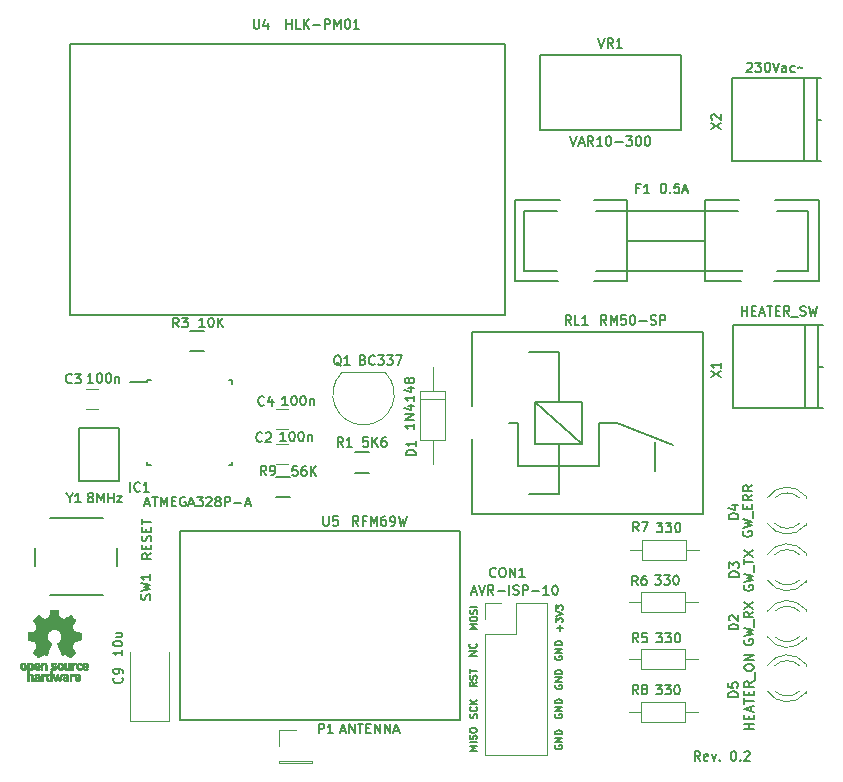
<source format=gto>
G04 #@! TF.GenerationSoftware,KiCad,Pcbnew,no-vcs-found-7652~57~ubuntu16.04.1*
G04 #@! TF.CreationDate,2017-02-14T17:18:47+02:00*
G04 #@! TF.ProjectId,heater_node,6865617465725F6E6F64652E6B696361,rev?*
G04 #@! TF.FileFunction,Legend,Top*
G04 #@! TF.FilePolarity,Positive*
%FSLAX46Y46*%
G04 Gerber Fmt 4.6, Leading zero omitted, Abs format (unit mm)*
G04 Created by KiCad (PCBNEW no-vcs-found-7652~57~ubuntu16.04.1) date Tue Feb 14 17:18:47 2017*
%MOMM*%
%LPD*%
G01*
G04 APERTURE LIST*
%ADD10C,0.100000*%
%ADD11C,0.150000*%
%ADD12C,0.010000*%
%ADD13C,0.120000*%
%ADD14C,2.200000*%
%ADD15C,1.400000*%
%ADD16O,1.400000X1.400000*%
%ADD17R,3.000000X0.800000*%
%ADD18C,2.000000*%
%ADD19R,1.500000X1.250000*%
%ADD20R,2.500000X3.200000*%
%ADD21O,1.700000X1.700000*%
%ADD22R,1.700000X1.700000*%
%ADD23O,1.600000X1.600000*%
%ADD24R,1.600000X1.600000*%
%ADD25C,1.800000*%
%ADD26R,1.800000X1.800000*%
%ADD27C,2.349500*%
%ADD28R,0.550000X1.600000*%
%ADD29R,1.600000X0.550000*%
%ADD30R,1.000000X1.000000*%
%ADD31C,1.000000*%
%ADD32R,1.500000X1.300000*%
%ADD33C,2.500000*%
%ADD34C,3.000000*%
%ADD35R,3.000000X1.200000*%
%ADD36C,2.400000*%
%ADD37R,2.400000X2.400000*%
G04 APERTURE END LIST*
D10*
D11*
X154646428Y-112996428D02*
X154046428Y-112996428D01*
X154646428Y-112653571D01*
X154046428Y-112653571D01*
X154589285Y-112025000D02*
X154617857Y-112053571D01*
X154646428Y-112139285D01*
X154646428Y-112196428D01*
X154617857Y-112282142D01*
X154560714Y-112339285D01*
X154503571Y-112367857D01*
X154389285Y-112396428D01*
X154303571Y-112396428D01*
X154189285Y-112367857D01*
X154132142Y-112339285D01*
X154075000Y-112282142D01*
X154046428Y-112196428D01*
X154046428Y-112139285D01*
X154075000Y-112053571D01*
X154103571Y-112025000D01*
X161325000Y-120582142D02*
X161296428Y-120639285D01*
X161296428Y-120725000D01*
X161325000Y-120810714D01*
X161382142Y-120867857D01*
X161439285Y-120896428D01*
X161553571Y-120925000D01*
X161639285Y-120925000D01*
X161753571Y-120896428D01*
X161810714Y-120867857D01*
X161867857Y-120810714D01*
X161896428Y-120725000D01*
X161896428Y-120667857D01*
X161867857Y-120582142D01*
X161839285Y-120553571D01*
X161639285Y-120553571D01*
X161639285Y-120667857D01*
X161896428Y-120296428D02*
X161296428Y-120296428D01*
X161896428Y-119953571D01*
X161296428Y-119953571D01*
X161896428Y-119667857D02*
X161296428Y-119667857D01*
X161296428Y-119525000D01*
X161325000Y-119439285D01*
X161382142Y-119382142D01*
X161439285Y-119353571D01*
X161553571Y-119325000D01*
X161639285Y-119325000D01*
X161753571Y-119353571D01*
X161810714Y-119382142D01*
X161867857Y-119439285D01*
X161896428Y-119525000D01*
X161896428Y-119667857D01*
X161325000Y-117957142D02*
X161296428Y-118014285D01*
X161296428Y-118100000D01*
X161325000Y-118185714D01*
X161382142Y-118242857D01*
X161439285Y-118271428D01*
X161553571Y-118300000D01*
X161639285Y-118300000D01*
X161753571Y-118271428D01*
X161810714Y-118242857D01*
X161867857Y-118185714D01*
X161896428Y-118100000D01*
X161896428Y-118042857D01*
X161867857Y-117957142D01*
X161839285Y-117928571D01*
X161639285Y-117928571D01*
X161639285Y-118042857D01*
X161896428Y-117671428D02*
X161296428Y-117671428D01*
X161896428Y-117328571D01*
X161296428Y-117328571D01*
X161896428Y-117042857D02*
X161296428Y-117042857D01*
X161296428Y-116900000D01*
X161325000Y-116814285D01*
X161382142Y-116757142D01*
X161439285Y-116728571D01*
X161553571Y-116700000D01*
X161639285Y-116700000D01*
X161753571Y-116728571D01*
X161810714Y-116757142D01*
X161867857Y-116814285D01*
X161896428Y-116900000D01*
X161896428Y-117042857D01*
X161350000Y-115482142D02*
X161321428Y-115539285D01*
X161321428Y-115625000D01*
X161350000Y-115710714D01*
X161407142Y-115767857D01*
X161464285Y-115796428D01*
X161578571Y-115825000D01*
X161664285Y-115825000D01*
X161778571Y-115796428D01*
X161835714Y-115767857D01*
X161892857Y-115710714D01*
X161921428Y-115625000D01*
X161921428Y-115567857D01*
X161892857Y-115482142D01*
X161864285Y-115453571D01*
X161664285Y-115453571D01*
X161664285Y-115567857D01*
X161921428Y-115196428D02*
X161321428Y-115196428D01*
X161921428Y-114853571D01*
X161321428Y-114853571D01*
X161921428Y-114567857D02*
X161321428Y-114567857D01*
X161321428Y-114425000D01*
X161350000Y-114339285D01*
X161407142Y-114282142D01*
X161464285Y-114253571D01*
X161578571Y-114225000D01*
X161664285Y-114225000D01*
X161778571Y-114253571D01*
X161835714Y-114282142D01*
X161892857Y-114339285D01*
X161921428Y-114425000D01*
X161921428Y-114567857D01*
X173602380Y-121886904D02*
X173335714Y-121505952D01*
X173145238Y-121886904D02*
X173145238Y-121086904D01*
X173450000Y-121086904D01*
X173526190Y-121125000D01*
X173564285Y-121163095D01*
X173602380Y-121239285D01*
X173602380Y-121353571D01*
X173564285Y-121429761D01*
X173526190Y-121467857D01*
X173450000Y-121505952D01*
X173145238Y-121505952D01*
X174250000Y-121848809D02*
X174173809Y-121886904D01*
X174021428Y-121886904D01*
X173945238Y-121848809D01*
X173907142Y-121772619D01*
X173907142Y-121467857D01*
X173945238Y-121391666D01*
X174021428Y-121353571D01*
X174173809Y-121353571D01*
X174250000Y-121391666D01*
X174288095Y-121467857D01*
X174288095Y-121544047D01*
X173907142Y-121620238D01*
X174554761Y-121353571D02*
X174745238Y-121886904D01*
X174935714Y-121353571D01*
X175240476Y-121810714D02*
X175278571Y-121848809D01*
X175240476Y-121886904D01*
X175202380Y-121848809D01*
X175240476Y-121810714D01*
X175240476Y-121886904D01*
X176383333Y-121086904D02*
X176459523Y-121086904D01*
X176535714Y-121125000D01*
X176573809Y-121163095D01*
X176611904Y-121239285D01*
X176650000Y-121391666D01*
X176650000Y-121582142D01*
X176611904Y-121734523D01*
X176573809Y-121810714D01*
X176535714Y-121848809D01*
X176459523Y-121886904D01*
X176383333Y-121886904D01*
X176307142Y-121848809D01*
X176269047Y-121810714D01*
X176230952Y-121734523D01*
X176192857Y-121582142D01*
X176192857Y-121391666D01*
X176230952Y-121239285D01*
X176269047Y-121163095D01*
X176307142Y-121125000D01*
X176383333Y-121086904D01*
X176992857Y-121810714D02*
X177030952Y-121848809D01*
X176992857Y-121886904D01*
X176954761Y-121848809D01*
X176992857Y-121810714D01*
X176992857Y-121886904D01*
X177335714Y-121163095D02*
X177373809Y-121125000D01*
X177450000Y-121086904D01*
X177640476Y-121086904D01*
X177716666Y-121125000D01*
X177754761Y-121163095D01*
X177792857Y-121239285D01*
X177792857Y-121315476D01*
X177754761Y-121429761D01*
X177297619Y-121886904D01*
X177792857Y-121886904D01*
X161325000Y-113032142D02*
X161296428Y-113089285D01*
X161296428Y-113175000D01*
X161325000Y-113260714D01*
X161382142Y-113317857D01*
X161439285Y-113346428D01*
X161553571Y-113375000D01*
X161639285Y-113375000D01*
X161753571Y-113346428D01*
X161810714Y-113317857D01*
X161867857Y-113260714D01*
X161896428Y-113175000D01*
X161896428Y-113117857D01*
X161867857Y-113032142D01*
X161839285Y-113003571D01*
X161639285Y-113003571D01*
X161639285Y-113117857D01*
X161896428Y-112746428D02*
X161296428Y-112746428D01*
X161896428Y-112403571D01*
X161296428Y-112403571D01*
X161896428Y-112117857D02*
X161296428Y-112117857D01*
X161296428Y-111975000D01*
X161325000Y-111889285D01*
X161382142Y-111832142D01*
X161439285Y-111803571D01*
X161553571Y-111775000D01*
X161639285Y-111775000D01*
X161753571Y-111803571D01*
X161810714Y-111832142D01*
X161867857Y-111889285D01*
X161896428Y-111975000D01*
X161896428Y-112117857D01*
X161717857Y-110882142D02*
X161717857Y-110425000D01*
X161946428Y-110653571D02*
X161489285Y-110653571D01*
X161346428Y-110196428D02*
X161346428Y-109825000D01*
X161575000Y-110025000D01*
X161575000Y-109939285D01*
X161603571Y-109882142D01*
X161632142Y-109853571D01*
X161689285Y-109825000D01*
X161832142Y-109825000D01*
X161889285Y-109853571D01*
X161917857Y-109882142D01*
X161946428Y-109939285D01*
X161946428Y-110110714D01*
X161917857Y-110167857D01*
X161889285Y-110196428D01*
X161346428Y-109653571D02*
X161946428Y-109453571D01*
X161346428Y-109253571D01*
X161346428Y-109110714D02*
X161346428Y-108739285D01*
X161575000Y-108939285D01*
X161575000Y-108853571D01*
X161603571Y-108796428D01*
X161632142Y-108767857D01*
X161689285Y-108739285D01*
X161832142Y-108739285D01*
X161889285Y-108767857D01*
X161917857Y-108796428D01*
X161946428Y-108853571D01*
X161946428Y-109025000D01*
X161917857Y-109082142D01*
X161889285Y-109110714D01*
X154671428Y-121042857D02*
X154071428Y-121042857D01*
X154500000Y-120842857D01*
X154071428Y-120642857D01*
X154671428Y-120642857D01*
X154671428Y-120357142D02*
X154071428Y-120357142D01*
X154642857Y-120100000D02*
X154671428Y-120014285D01*
X154671428Y-119871428D01*
X154642857Y-119814285D01*
X154614285Y-119785714D01*
X154557142Y-119757142D01*
X154500000Y-119757142D01*
X154442857Y-119785714D01*
X154414285Y-119814285D01*
X154385714Y-119871428D01*
X154357142Y-119985714D01*
X154328571Y-120042857D01*
X154300000Y-120071428D01*
X154242857Y-120100000D01*
X154185714Y-120100000D01*
X154128571Y-120071428D01*
X154100000Y-120042857D01*
X154071428Y-119985714D01*
X154071428Y-119842857D01*
X154100000Y-119757142D01*
X154071428Y-119385714D02*
X154071428Y-119271428D01*
X154100000Y-119214285D01*
X154157142Y-119157142D01*
X154271428Y-119128571D01*
X154471428Y-119128571D01*
X154585714Y-119157142D01*
X154642857Y-119214285D01*
X154671428Y-119271428D01*
X154671428Y-119385714D01*
X154642857Y-119442857D01*
X154585714Y-119500000D01*
X154471428Y-119528571D01*
X154271428Y-119528571D01*
X154157142Y-119500000D01*
X154100000Y-119442857D01*
X154071428Y-119385714D01*
X154667857Y-118296428D02*
X154696428Y-118210714D01*
X154696428Y-118067857D01*
X154667857Y-118010714D01*
X154639285Y-117982142D01*
X154582142Y-117953571D01*
X154525000Y-117953571D01*
X154467857Y-117982142D01*
X154439285Y-118010714D01*
X154410714Y-118067857D01*
X154382142Y-118182142D01*
X154353571Y-118239285D01*
X154325000Y-118267857D01*
X154267857Y-118296428D01*
X154210714Y-118296428D01*
X154153571Y-118267857D01*
X154125000Y-118239285D01*
X154096428Y-118182142D01*
X154096428Y-118039285D01*
X154125000Y-117953571D01*
X154639285Y-117353571D02*
X154667857Y-117382142D01*
X154696428Y-117467857D01*
X154696428Y-117525000D01*
X154667857Y-117610714D01*
X154610714Y-117667857D01*
X154553571Y-117696428D01*
X154439285Y-117725000D01*
X154353571Y-117725000D01*
X154239285Y-117696428D01*
X154182142Y-117667857D01*
X154125000Y-117610714D01*
X154096428Y-117525000D01*
X154096428Y-117467857D01*
X154125000Y-117382142D01*
X154153571Y-117353571D01*
X154696428Y-117096428D02*
X154096428Y-117096428D01*
X154696428Y-116753571D02*
X154353571Y-117010714D01*
X154096428Y-116753571D02*
X154439285Y-117096428D01*
X154671428Y-115253571D02*
X154385714Y-115453571D01*
X154671428Y-115596428D02*
X154071428Y-115596428D01*
X154071428Y-115367857D01*
X154100000Y-115310714D01*
X154128571Y-115282142D01*
X154185714Y-115253571D01*
X154271428Y-115253571D01*
X154328571Y-115282142D01*
X154357142Y-115310714D01*
X154385714Y-115367857D01*
X154385714Y-115596428D01*
X154642857Y-115025000D02*
X154671428Y-114939285D01*
X154671428Y-114796428D01*
X154642857Y-114739285D01*
X154614285Y-114710714D01*
X154557142Y-114682142D01*
X154500000Y-114682142D01*
X154442857Y-114710714D01*
X154414285Y-114739285D01*
X154385714Y-114796428D01*
X154357142Y-114910714D01*
X154328571Y-114967857D01*
X154300000Y-114996428D01*
X154242857Y-115025000D01*
X154185714Y-115025000D01*
X154128571Y-114996428D01*
X154100000Y-114967857D01*
X154071428Y-114910714D01*
X154071428Y-114767857D01*
X154100000Y-114682142D01*
X154071428Y-114510714D02*
X154071428Y-114167857D01*
X154671428Y-114339285D02*
X154071428Y-114339285D01*
X154696428Y-110767857D02*
X154096428Y-110767857D01*
X154525000Y-110567857D01*
X154096428Y-110367857D01*
X154696428Y-110367857D01*
X154096428Y-109967857D02*
X154096428Y-109853571D01*
X154125000Y-109796428D01*
X154182142Y-109739285D01*
X154296428Y-109710714D01*
X154496428Y-109710714D01*
X154610714Y-109739285D01*
X154667857Y-109796428D01*
X154696428Y-109853571D01*
X154696428Y-109967857D01*
X154667857Y-110025000D01*
X154610714Y-110082142D01*
X154496428Y-110110714D01*
X154296428Y-110110714D01*
X154182142Y-110082142D01*
X154125000Y-110025000D01*
X154096428Y-109967857D01*
X154667857Y-109482142D02*
X154696428Y-109396428D01*
X154696428Y-109253571D01*
X154667857Y-109196428D01*
X154639285Y-109167857D01*
X154582142Y-109139285D01*
X154525000Y-109139285D01*
X154467857Y-109167857D01*
X154439285Y-109196428D01*
X154410714Y-109253571D01*
X154382142Y-109367857D01*
X154353571Y-109425000D01*
X154325000Y-109453571D01*
X154267857Y-109482142D01*
X154210714Y-109482142D01*
X154153571Y-109453571D01*
X154125000Y-109425000D01*
X154096428Y-109367857D01*
X154096428Y-109225000D01*
X154125000Y-109139285D01*
X154696428Y-108882142D02*
X154096428Y-108882142D01*
D12*
G36*
X116966241Y-113619184D02*
X116992753Y-113632282D01*
X117025447Y-113655106D01*
X117049275Y-113679996D01*
X117065594Y-113711249D01*
X117075760Y-113753166D01*
X117081128Y-113810044D01*
X117083056Y-113886184D01*
X117083169Y-113918917D01*
X117082839Y-113990656D01*
X117081473Y-114041927D01*
X117078500Y-114077404D01*
X117073351Y-114101763D01*
X117065457Y-114119680D01*
X117057243Y-114131902D01*
X117004813Y-114183905D01*
X116943070Y-114215184D01*
X116876464Y-114224592D01*
X116809442Y-114210980D01*
X116788208Y-114201354D01*
X116737376Y-114174859D01*
X116737376Y-114590052D01*
X116774475Y-114570868D01*
X116823357Y-114556025D01*
X116883439Y-114552222D01*
X116943436Y-114559243D01*
X116988744Y-114575013D01*
X117026325Y-114605047D01*
X117058436Y-114648024D01*
X117060850Y-114652436D01*
X117071033Y-114673221D01*
X117078470Y-114694170D01*
X117083589Y-114719548D01*
X117086819Y-114753618D01*
X117088587Y-114800641D01*
X117089323Y-114864882D01*
X117089456Y-114937176D01*
X117089456Y-115167822D01*
X116951139Y-115167822D01*
X116951139Y-114742533D01*
X116912451Y-114709979D01*
X116872262Y-114683940D01*
X116834203Y-114679205D01*
X116795934Y-114691389D01*
X116775538Y-114703320D01*
X116760358Y-114720313D01*
X116749562Y-114745995D01*
X116742317Y-114783991D01*
X116737792Y-114837926D01*
X116735156Y-114911425D01*
X116734228Y-114960347D01*
X116731089Y-115161535D01*
X116665074Y-115165336D01*
X116599060Y-115169136D01*
X116599060Y-113920650D01*
X116737376Y-113920650D01*
X116740903Y-113990254D01*
X116752785Y-114038569D01*
X116774980Y-114068631D01*
X116809441Y-114083471D01*
X116844258Y-114086436D01*
X116883671Y-114083028D01*
X116909829Y-114069617D01*
X116926186Y-114051896D01*
X116939063Y-114032835D01*
X116946728Y-114011601D01*
X116950139Y-113981849D01*
X116950251Y-113937236D01*
X116949103Y-113899880D01*
X116946468Y-113843604D01*
X116942544Y-113806658D01*
X116935937Y-113783223D01*
X116925251Y-113767480D01*
X116915167Y-113758380D01*
X116873030Y-113738537D01*
X116823160Y-113735332D01*
X116794524Y-113742168D01*
X116766172Y-113766464D01*
X116747391Y-113813728D01*
X116738288Y-113883624D01*
X116737376Y-113920650D01*
X116599060Y-113920650D01*
X116599060Y-113608614D01*
X116668218Y-113608614D01*
X116709740Y-113610256D01*
X116731162Y-113616087D01*
X116737374Y-113627461D01*
X116737376Y-113627798D01*
X116740258Y-113638938D01*
X116752970Y-113637673D01*
X116778243Y-113625433D01*
X116837131Y-113606707D01*
X116903385Y-113604739D01*
X116966241Y-113619184D01*
X116966241Y-113619184D01*
G37*
X116966241Y-113619184D02*
X116992753Y-113632282D01*
X117025447Y-113655106D01*
X117049275Y-113679996D01*
X117065594Y-113711249D01*
X117075760Y-113753166D01*
X117081128Y-113810044D01*
X117083056Y-113886184D01*
X117083169Y-113918917D01*
X117082839Y-113990656D01*
X117081473Y-114041927D01*
X117078500Y-114077404D01*
X117073351Y-114101763D01*
X117065457Y-114119680D01*
X117057243Y-114131902D01*
X117004813Y-114183905D01*
X116943070Y-114215184D01*
X116876464Y-114224592D01*
X116809442Y-114210980D01*
X116788208Y-114201354D01*
X116737376Y-114174859D01*
X116737376Y-114590052D01*
X116774475Y-114570868D01*
X116823357Y-114556025D01*
X116883439Y-114552222D01*
X116943436Y-114559243D01*
X116988744Y-114575013D01*
X117026325Y-114605047D01*
X117058436Y-114648024D01*
X117060850Y-114652436D01*
X117071033Y-114673221D01*
X117078470Y-114694170D01*
X117083589Y-114719548D01*
X117086819Y-114753618D01*
X117088587Y-114800641D01*
X117089323Y-114864882D01*
X117089456Y-114937176D01*
X117089456Y-115167822D01*
X116951139Y-115167822D01*
X116951139Y-114742533D01*
X116912451Y-114709979D01*
X116872262Y-114683940D01*
X116834203Y-114679205D01*
X116795934Y-114691389D01*
X116775538Y-114703320D01*
X116760358Y-114720313D01*
X116749562Y-114745995D01*
X116742317Y-114783991D01*
X116737792Y-114837926D01*
X116735156Y-114911425D01*
X116734228Y-114960347D01*
X116731089Y-115161535D01*
X116665074Y-115165336D01*
X116599060Y-115169136D01*
X116599060Y-113920650D01*
X116737376Y-113920650D01*
X116740903Y-113990254D01*
X116752785Y-114038569D01*
X116774980Y-114068631D01*
X116809441Y-114083471D01*
X116844258Y-114086436D01*
X116883671Y-114083028D01*
X116909829Y-114069617D01*
X116926186Y-114051896D01*
X116939063Y-114032835D01*
X116946728Y-114011601D01*
X116950139Y-113981849D01*
X116950251Y-113937236D01*
X116949103Y-113899880D01*
X116946468Y-113843604D01*
X116942544Y-113806658D01*
X116935937Y-113783223D01*
X116925251Y-113767480D01*
X116915167Y-113758380D01*
X116873030Y-113738537D01*
X116823160Y-113735332D01*
X116794524Y-113742168D01*
X116766172Y-113766464D01*
X116747391Y-113813728D01*
X116738288Y-113883624D01*
X116737376Y-113920650D01*
X116599060Y-113920650D01*
X116599060Y-113608614D01*
X116668218Y-113608614D01*
X116709740Y-113610256D01*
X116731162Y-113616087D01*
X116737374Y-113627461D01*
X116737376Y-113627798D01*
X116740258Y-113638938D01*
X116752970Y-113637673D01*
X116778243Y-113625433D01*
X116837131Y-113606707D01*
X116903385Y-113604739D01*
X116966241Y-113619184D01*
G36*
X117490790Y-114556555D02*
X117549945Y-114572339D01*
X117594977Y-114600948D01*
X117626754Y-114638419D01*
X117636634Y-114654411D01*
X117643927Y-114671163D01*
X117649026Y-114692592D01*
X117652321Y-114722616D01*
X117654203Y-114765154D01*
X117655063Y-114824122D01*
X117655293Y-114903440D01*
X117655297Y-114924484D01*
X117655297Y-115167822D01*
X117594941Y-115167822D01*
X117556443Y-115165126D01*
X117527977Y-115158295D01*
X117520845Y-115154083D01*
X117501348Y-115146813D01*
X117481434Y-115154083D01*
X117448647Y-115163160D01*
X117401022Y-115166813D01*
X117348236Y-115165228D01*
X117299964Y-115158589D01*
X117271782Y-115150072D01*
X117217247Y-115115063D01*
X117183165Y-115066479D01*
X117167843Y-115001882D01*
X117167701Y-115000223D01*
X117169045Y-114971566D01*
X117290644Y-114971566D01*
X117301274Y-115004161D01*
X117318590Y-115022505D01*
X117353348Y-115036379D01*
X117399227Y-115041917D01*
X117446012Y-115039191D01*
X117483486Y-115028274D01*
X117493985Y-115021269D01*
X117512332Y-114988904D01*
X117516980Y-114952111D01*
X117516980Y-114903763D01*
X117447418Y-114903763D01*
X117381333Y-114908850D01*
X117331236Y-114923263D01*
X117300071Y-114945729D01*
X117290644Y-114971566D01*
X117169045Y-114971566D01*
X117171013Y-114929647D01*
X117194290Y-114873845D01*
X117238052Y-114831647D01*
X117244101Y-114827808D01*
X117270093Y-114815309D01*
X117302265Y-114807740D01*
X117347240Y-114804061D01*
X117400669Y-114803216D01*
X117516980Y-114803169D01*
X117516980Y-114754411D01*
X117512047Y-114716581D01*
X117499457Y-114691236D01*
X117497983Y-114689887D01*
X117469966Y-114678800D01*
X117427674Y-114674503D01*
X117380936Y-114676615D01*
X117339582Y-114684756D01*
X117315043Y-114696965D01*
X117301747Y-114706746D01*
X117287706Y-114708613D01*
X117268329Y-114700600D01*
X117239024Y-114680739D01*
X117195197Y-114647063D01*
X117191175Y-114643909D01*
X117193236Y-114632236D01*
X117210432Y-114612822D01*
X117236567Y-114591248D01*
X117265448Y-114573096D01*
X117274522Y-114568809D01*
X117307620Y-114560256D01*
X117356120Y-114554155D01*
X117410305Y-114551708D01*
X117412839Y-114551703D01*
X117490790Y-114556555D01*
X117490790Y-114556555D01*
G37*
X117490790Y-114556555D02*
X117549945Y-114572339D01*
X117594977Y-114600948D01*
X117626754Y-114638419D01*
X117636634Y-114654411D01*
X117643927Y-114671163D01*
X117649026Y-114692592D01*
X117652321Y-114722616D01*
X117654203Y-114765154D01*
X117655063Y-114824122D01*
X117655293Y-114903440D01*
X117655297Y-114924484D01*
X117655297Y-115167822D01*
X117594941Y-115167822D01*
X117556443Y-115165126D01*
X117527977Y-115158295D01*
X117520845Y-115154083D01*
X117501348Y-115146813D01*
X117481434Y-115154083D01*
X117448647Y-115163160D01*
X117401022Y-115166813D01*
X117348236Y-115165228D01*
X117299964Y-115158589D01*
X117271782Y-115150072D01*
X117217247Y-115115063D01*
X117183165Y-115066479D01*
X117167843Y-115001882D01*
X117167701Y-115000223D01*
X117169045Y-114971566D01*
X117290644Y-114971566D01*
X117301274Y-115004161D01*
X117318590Y-115022505D01*
X117353348Y-115036379D01*
X117399227Y-115041917D01*
X117446012Y-115039191D01*
X117483486Y-115028274D01*
X117493985Y-115021269D01*
X117512332Y-114988904D01*
X117516980Y-114952111D01*
X117516980Y-114903763D01*
X117447418Y-114903763D01*
X117381333Y-114908850D01*
X117331236Y-114923263D01*
X117300071Y-114945729D01*
X117290644Y-114971566D01*
X117169045Y-114971566D01*
X117171013Y-114929647D01*
X117194290Y-114873845D01*
X117238052Y-114831647D01*
X117244101Y-114827808D01*
X117270093Y-114815309D01*
X117302265Y-114807740D01*
X117347240Y-114804061D01*
X117400669Y-114803216D01*
X117516980Y-114803169D01*
X117516980Y-114754411D01*
X117512047Y-114716581D01*
X117499457Y-114691236D01*
X117497983Y-114689887D01*
X117469966Y-114678800D01*
X117427674Y-114674503D01*
X117380936Y-114676615D01*
X117339582Y-114684756D01*
X117315043Y-114696965D01*
X117301747Y-114706746D01*
X117287706Y-114708613D01*
X117268329Y-114700600D01*
X117239024Y-114680739D01*
X117195197Y-114647063D01*
X117191175Y-114643909D01*
X117193236Y-114632236D01*
X117210432Y-114612822D01*
X117236567Y-114591248D01*
X117265448Y-114573096D01*
X117274522Y-114568809D01*
X117307620Y-114560256D01*
X117356120Y-114554155D01*
X117410305Y-114551708D01*
X117412839Y-114551703D01*
X117490790Y-114556555D01*
G36*
X117881644Y-114553020D02*
X117900461Y-114558660D01*
X117906527Y-114571053D01*
X117906782Y-114576647D01*
X117907871Y-114592230D01*
X117915368Y-114594676D01*
X117935619Y-114583993D01*
X117947649Y-114576694D01*
X117985600Y-114561063D01*
X118030928Y-114553334D01*
X118078456Y-114552740D01*
X118123005Y-114558513D01*
X118159398Y-114569884D01*
X118182457Y-114586088D01*
X118187004Y-114606355D01*
X118184709Y-114611843D01*
X118167980Y-114634626D01*
X118142037Y-114662647D01*
X118137345Y-114667177D01*
X118112617Y-114688005D01*
X118091282Y-114694735D01*
X118061445Y-114690038D01*
X118049492Y-114686917D01*
X118012295Y-114679421D01*
X117986141Y-114682792D01*
X117964054Y-114694681D01*
X117943822Y-114710635D01*
X117928921Y-114730700D01*
X117918566Y-114758702D01*
X117911971Y-114798467D01*
X117908351Y-114853823D01*
X117906922Y-114928594D01*
X117906782Y-114973740D01*
X117906782Y-115167822D01*
X117781040Y-115167822D01*
X117781040Y-114551683D01*
X117843911Y-114551683D01*
X117881644Y-114553020D01*
X117881644Y-114553020D01*
G37*
X117881644Y-114553020D02*
X117900461Y-114558660D01*
X117906527Y-114571053D01*
X117906782Y-114576647D01*
X117907871Y-114592230D01*
X117915368Y-114594676D01*
X117935619Y-114583993D01*
X117947649Y-114576694D01*
X117985600Y-114561063D01*
X118030928Y-114553334D01*
X118078456Y-114552740D01*
X118123005Y-114558513D01*
X118159398Y-114569884D01*
X118182457Y-114586088D01*
X118187004Y-114606355D01*
X118184709Y-114611843D01*
X118167980Y-114634626D01*
X118142037Y-114662647D01*
X118137345Y-114667177D01*
X118112617Y-114688005D01*
X118091282Y-114694735D01*
X118061445Y-114690038D01*
X118049492Y-114686917D01*
X118012295Y-114679421D01*
X117986141Y-114682792D01*
X117964054Y-114694681D01*
X117943822Y-114710635D01*
X117928921Y-114730700D01*
X117918566Y-114758702D01*
X117911971Y-114798467D01*
X117908351Y-114853823D01*
X117906922Y-114928594D01*
X117906782Y-114973740D01*
X117906782Y-115167822D01*
X117781040Y-115167822D01*
X117781040Y-114551683D01*
X117843911Y-114551683D01*
X117881644Y-114553020D01*
G36*
X118673812Y-115167822D02*
X118604654Y-115167822D01*
X118564512Y-115166645D01*
X118543606Y-115161772D01*
X118536078Y-115151186D01*
X118535495Y-115144029D01*
X118534226Y-115129676D01*
X118526221Y-115126923D01*
X118505185Y-115135771D01*
X118488827Y-115144029D01*
X118426023Y-115163597D01*
X118357752Y-115164729D01*
X118302248Y-115150135D01*
X118250562Y-115114877D01*
X118211162Y-115062835D01*
X118189587Y-115001450D01*
X118189038Y-114998018D01*
X118185833Y-114960571D01*
X118184239Y-114906813D01*
X118184367Y-114866155D01*
X118321721Y-114866155D01*
X118324903Y-114920194D01*
X118332141Y-114964735D01*
X118341940Y-114989888D01*
X118379011Y-115024260D01*
X118423026Y-115036582D01*
X118468416Y-115026618D01*
X118507203Y-114996895D01*
X118521892Y-114976905D01*
X118530481Y-114953050D01*
X118534504Y-114918230D01*
X118535495Y-114865930D01*
X118533722Y-114814139D01*
X118529037Y-114768634D01*
X118522397Y-114738181D01*
X118521290Y-114735452D01*
X118494509Y-114703000D01*
X118455421Y-114685183D01*
X118411685Y-114682306D01*
X118370962Y-114694674D01*
X118340913Y-114722593D01*
X118337796Y-114728148D01*
X118328039Y-114762022D01*
X118322723Y-114810728D01*
X118321721Y-114866155D01*
X118184367Y-114866155D01*
X118184432Y-114845540D01*
X118185336Y-114812563D01*
X118191486Y-114730981D01*
X118204267Y-114669730D01*
X118225529Y-114624449D01*
X118257122Y-114590779D01*
X118287793Y-114571014D01*
X118330646Y-114557120D01*
X118383944Y-114552354D01*
X118438520Y-114556236D01*
X118485208Y-114568282D01*
X118509876Y-114582693D01*
X118535495Y-114605878D01*
X118535495Y-114312773D01*
X118673812Y-114312773D01*
X118673812Y-115167822D01*
X118673812Y-115167822D01*
G37*
X118673812Y-115167822D02*
X118604654Y-115167822D01*
X118564512Y-115166645D01*
X118543606Y-115161772D01*
X118536078Y-115151186D01*
X118535495Y-115144029D01*
X118534226Y-115129676D01*
X118526221Y-115126923D01*
X118505185Y-115135771D01*
X118488827Y-115144029D01*
X118426023Y-115163597D01*
X118357752Y-115164729D01*
X118302248Y-115150135D01*
X118250562Y-115114877D01*
X118211162Y-115062835D01*
X118189587Y-115001450D01*
X118189038Y-114998018D01*
X118185833Y-114960571D01*
X118184239Y-114906813D01*
X118184367Y-114866155D01*
X118321721Y-114866155D01*
X118324903Y-114920194D01*
X118332141Y-114964735D01*
X118341940Y-114989888D01*
X118379011Y-115024260D01*
X118423026Y-115036582D01*
X118468416Y-115026618D01*
X118507203Y-114996895D01*
X118521892Y-114976905D01*
X118530481Y-114953050D01*
X118534504Y-114918230D01*
X118535495Y-114865930D01*
X118533722Y-114814139D01*
X118529037Y-114768634D01*
X118522397Y-114738181D01*
X118521290Y-114735452D01*
X118494509Y-114703000D01*
X118455421Y-114685183D01*
X118411685Y-114682306D01*
X118370962Y-114694674D01*
X118340913Y-114722593D01*
X118337796Y-114728148D01*
X118328039Y-114762022D01*
X118322723Y-114810728D01*
X118321721Y-114866155D01*
X118184367Y-114866155D01*
X118184432Y-114845540D01*
X118185336Y-114812563D01*
X118191486Y-114730981D01*
X118204267Y-114669730D01*
X118225529Y-114624449D01*
X118257122Y-114590779D01*
X118287793Y-114571014D01*
X118330646Y-114557120D01*
X118383944Y-114552354D01*
X118438520Y-114556236D01*
X118485208Y-114568282D01*
X118509876Y-114582693D01*
X118535495Y-114605878D01*
X118535495Y-114312773D01*
X118673812Y-114312773D01*
X118673812Y-115167822D01*
G36*
X119156524Y-114554237D02*
X119206255Y-114557971D01*
X119336291Y-114947773D01*
X119356678Y-114878614D01*
X119368946Y-114835874D01*
X119385085Y-114778115D01*
X119402512Y-114714625D01*
X119411726Y-114680570D01*
X119446388Y-114551683D01*
X119589391Y-114551683D01*
X119546646Y-114686857D01*
X119525596Y-114753342D01*
X119500167Y-114833539D01*
X119473610Y-114917193D01*
X119449902Y-114991782D01*
X119395902Y-115161535D01*
X119337598Y-115165328D01*
X119279295Y-115169122D01*
X119247679Y-115064734D01*
X119228182Y-114999889D01*
X119206904Y-114928400D01*
X119188308Y-114865263D01*
X119187574Y-114862750D01*
X119173684Y-114819969D01*
X119161429Y-114790779D01*
X119152846Y-114779741D01*
X119151082Y-114781018D01*
X119144891Y-114798130D01*
X119133128Y-114834787D01*
X119117225Y-114886378D01*
X119098614Y-114948294D01*
X119088543Y-114982352D01*
X119034007Y-115167822D01*
X118918264Y-115167822D01*
X118825737Y-114875471D01*
X118799744Y-114793462D01*
X118776066Y-114718987D01*
X118755820Y-114655544D01*
X118740126Y-114606632D01*
X118730102Y-114575749D01*
X118727055Y-114566726D01*
X118729467Y-114557487D01*
X118748408Y-114553441D01*
X118787823Y-114553846D01*
X118793993Y-114554152D01*
X118867086Y-114557971D01*
X118914957Y-114734010D01*
X118932553Y-114798211D01*
X118948277Y-114854649D01*
X118960746Y-114898422D01*
X118968574Y-114924630D01*
X118970020Y-114928903D01*
X118976014Y-114923990D01*
X118988101Y-114898532D01*
X119004893Y-114855997D01*
X119025003Y-114799850D01*
X119042003Y-114749130D01*
X119106794Y-114550504D01*
X119156524Y-114554237D01*
X119156524Y-114554237D01*
G37*
X119156524Y-114554237D02*
X119206255Y-114557971D01*
X119336291Y-114947773D01*
X119356678Y-114878614D01*
X119368946Y-114835874D01*
X119385085Y-114778115D01*
X119402512Y-114714625D01*
X119411726Y-114680570D01*
X119446388Y-114551683D01*
X119589391Y-114551683D01*
X119546646Y-114686857D01*
X119525596Y-114753342D01*
X119500167Y-114833539D01*
X119473610Y-114917193D01*
X119449902Y-114991782D01*
X119395902Y-115161535D01*
X119337598Y-115165328D01*
X119279295Y-115169122D01*
X119247679Y-115064734D01*
X119228182Y-114999889D01*
X119206904Y-114928400D01*
X119188308Y-114865263D01*
X119187574Y-114862750D01*
X119173684Y-114819969D01*
X119161429Y-114790779D01*
X119152846Y-114779741D01*
X119151082Y-114781018D01*
X119144891Y-114798130D01*
X119133128Y-114834787D01*
X119117225Y-114886378D01*
X119098614Y-114948294D01*
X119088543Y-114982352D01*
X119034007Y-115167822D01*
X118918264Y-115167822D01*
X118825737Y-114875471D01*
X118799744Y-114793462D01*
X118776066Y-114718987D01*
X118755820Y-114655544D01*
X118740126Y-114606632D01*
X118730102Y-114575749D01*
X118727055Y-114566726D01*
X118729467Y-114557487D01*
X118748408Y-114553441D01*
X118787823Y-114553846D01*
X118793993Y-114554152D01*
X118867086Y-114557971D01*
X118914957Y-114734010D01*
X118932553Y-114798211D01*
X118948277Y-114854649D01*
X118960746Y-114898422D01*
X118968574Y-114924630D01*
X118970020Y-114928903D01*
X118976014Y-114923990D01*
X118988101Y-114898532D01*
X119004893Y-114855997D01*
X119025003Y-114799850D01*
X119042003Y-114749130D01*
X119106794Y-114550504D01*
X119156524Y-114554237D01*
G36*
X119913411Y-114555417D02*
X119966411Y-114568290D01*
X119981731Y-114575110D01*
X120011428Y-114592974D01*
X120034220Y-114613093D01*
X120051083Y-114638962D01*
X120062998Y-114674073D01*
X120070942Y-114721920D01*
X120075894Y-114785996D01*
X120078831Y-114869794D01*
X120079947Y-114925768D01*
X120084052Y-115167822D01*
X120013932Y-115167822D01*
X119971393Y-115166038D01*
X119949476Y-115159942D01*
X119943812Y-115149706D01*
X119940821Y-115138637D01*
X119927451Y-115140754D01*
X119909233Y-115149629D01*
X119863624Y-115163233D01*
X119805007Y-115166899D01*
X119743354Y-115160903D01*
X119688638Y-115145521D01*
X119683730Y-115143386D01*
X119633723Y-115108255D01*
X119600756Y-115059419D01*
X119585587Y-115002333D01*
X119586746Y-114981824D01*
X119710508Y-114981824D01*
X119721413Y-115009425D01*
X119753745Y-115029204D01*
X119805910Y-115039819D01*
X119833787Y-115041228D01*
X119880247Y-115037620D01*
X119911129Y-115023597D01*
X119918664Y-115016931D01*
X119939076Y-114980666D01*
X119943812Y-114947773D01*
X119943812Y-114903763D01*
X119882513Y-114903763D01*
X119811256Y-114907395D01*
X119761276Y-114918818D01*
X119729696Y-114938824D01*
X119722626Y-114947743D01*
X119710508Y-114981824D01*
X119586746Y-114981824D01*
X119588971Y-114942456D01*
X119611663Y-114885244D01*
X119642624Y-114846580D01*
X119661376Y-114829864D01*
X119679733Y-114818878D01*
X119703619Y-114812180D01*
X119738957Y-114808326D01*
X119791669Y-114805873D01*
X119812577Y-114805168D01*
X119943812Y-114800879D01*
X119943620Y-114761158D01*
X119938537Y-114719405D01*
X119920162Y-114694158D01*
X119883039Y-114678030D01*
X119882043Y-114677742D01*
X119829410Y-114671400D01*
X119777906Y-114679684D01*
X119739630Y-114699827D01*
X119724272Y-114709773D01*
X119707730Y-114708397D01*
X119682275Y-114693987D01*
X119667328Y-114683817D01*
X119638091Y-114662088D01*
X119619980Y-114645800D01*
X119617074Y-114641137D01*
X119629040Y-114617005D01*
X119664396Y-114588185D01*
X119679753Y-114578461D01*
X119723901Y-114561714D01*
X119783398Y-114552227D01*
X119849487Y-114550095D01*
X119913411Y-114555417D01*
X119913411Y-114555417D01*
G37*
X119913411Y-114555417D02*
X119966411Y-114568290D01*
X119981731Y-114575110D01*
X120011428Y-114592974D01*
X120034220Y-114613093D01*
X120051083Y-114638962D01*
X120062998Y-114674073D01*
X120070942Y-114721920D01*
X120075894Y-114785996D01*
X120078831Y-114869794D01*
X120079947Y-114925768D01*
X120084052Y-115167822D01*
X120013932Y-115167822D01*
X119971393Y-115166038D01*
X119949476Y-115159942D01*
X119943812Y-115149706D01*
X119940821Y-115138637D01*
X119927451Y-115140754D01*
X119909233Y-115149629D01*
X119863624Y-115163233D01*
X119805007Y-115166899D01*
X119743354Y-115160903D01*
X119688638Y-115145521D01*
X119683730Y-115143386D01*
X119633723Y-115108255D01*
X119600756Y-115059419D01*
X119585587Y-115002333D01*
X119586746Y-114981824D01*
X119710508Y-114981824D01*
X119721413Y-115009425D01*
X119753745Y-115029204D01*
X119805910Y-115039819D01*
X119833787Y-115041228D01*
X119880247Y-115037620D01*
X119911129Y-115023597D01*
X119918664Y-115016931D01*
X119939076Y-114980666D01*
X119943812Y-114947773D01*
X119943812Y-114903763D01*
X119882513Y-114903763D01*
X119811256Y-114907395D01*
X119761276Y-114918818D01*
X119729696Y-114938824D01*
X119722626Y-114947743D01*
X119710508Y-114981824D01*
X119586746Y-114981824D01*
X119588971Y-114942456D01*
X119611663Y-114885244D01*
X119642624Y-114846580D01*
X119661376Y-114829864D01*
X119679733Y-114818878D01*
X119703619Y-114812180D01*
X119738957Y-114808326D01*
X119791669Y-114805873D01*
X119812577Y-114805168D01*
X119943812Y-114800879D01*
X119943620Y-114761158D01*
X119938537Y-114719405D01*
X119920162Y-114694158D01*
X119883039Y-114678030D01*
X119882043Y-114677742D01*
X119829410Y-114671400D01*
X119777906Y-114679684D01*
X119739630Y-114699827D01*
X119724272Y-114709773D01*
X119707730Y-114708397D01*
X119682275Y-114693987D01*
X119667328Y-114683817D01*
X119638091Y-114662088D01*
X119619980Y-114645800D01*
X119617074Y-114641137D01*
X119629040Y-114617005D01*
X119664396Y-114588185D01*
X119679753Y-114578461D01*
X119723901Y-114561714D01*
X119783398Y-114552227D01*
X119849487Y-114550095D01*
X119913411Y-114555417D01*
G36*
X120510255Y-114551486D02*
X120558595Y-114561015D01*
X120586114Y-114575125D01*
X120615064Y-114598568D01*
X120573876Y-114650571D01*
X120548482Y-114682064D01*
X120531238Y-114697428D01*
X120514102Y-114699776D01*
X120489027Y-114692217D01*
X120477257Y-114687941D01*
X120429270Y-114681631D01*
X120385324Y-114695156D01*
X120353060Y-114725710D01*
X120347819Y-114735452D01*
X120342112Y-114761258D01*
X120337706Y-114808817D01*
X120334811Y-114874758D01*
X120333631Y-114955710D01*
X120333614Y-114967226D01*
X120333614Y-115167822D01*
X120195297Y-115167822D01*
X120195297Y-114551683D01*
X120264456Y-114551683D01*
X120304333Y-114552725D01*
X120325107Y-114557358D01*
X120332789Y-114567849D01*
X120333614Y-114577745D01*
X120333614Y-114603806D01*
X120366745Y-114577745D01*
X120404735Y-114559965D01*
X120455770Y-114551174D01*
X120510255Y-114551486D01*
X120510255Y-114551486D01*
G37*
X120510255Y-114551486D02*
X120558595Y-114561015D01*
X120586114Y-114575125D01*
X120615064Y-114598568D01*
X120573876Y-114650571D01*
X120548482Y-114682064D01*
X120531238Y-114697428D01*
X120514102Y-114699776D01*
X120489027Y-114692217D01*
X120477257Y-114687941D01*
X120429270Y-114681631D01*
X120385324Y-114695156D01*
X120353060Y-114725710D01*
X120347819Y-114735452D01*
X120342112Y-114761258D01*
X120337706Y-114808817D01*
X120334811Y-114874758D01*
X120333631Y-114955710D01*
X120333614Y-114967226D01*
X120333614Y-115167822D01*
X120195297Y-115167822D01*
X120195297Y-114551683D01*
X120264456Y-114551683D01*
X120304333Y-114552725D01*
X120325107Y-114557358D01*
X120332789Y-114567849D01*
X120333614Y-114577745D01*
X120333614Y-114603806D01*
X120366745Y-114577745D01*
X120404735Y-114559965D01*
X120455770Y-114551174D01*
X120510255Y-114551486D01*
G36*
X120907581Y-114554970D02*
X120967685Y-114570597D01*
X121018021Y-114602848D01*
X121042393Y-114626940D01*
X121082345Y-114683895D01*
X121105242Y-114749965D01*
X121113108Y-114831182D01*
X121113148Y-114837748D01*
X121113218Y-114903763D01*
X120733264Y-114903763D01*
X120741363Y-114938342D01*
X120755987Y-114969659D01*
X120781581Y-115002291D01*
X120786935Y-115007500D01*
X120832943Y-115035694D01*
X120885410Y-115040475D01*
X120945803Y-115021926D01*
X120956040Y-115016931D01*
X120987439Y-115001745D01*
X121008470Y-114993094D01*
X121012139Y-114992293D01*
X121024948Y-115000063D01*
X121049378Y-115019072D01*
X121061779Y-115029460D01*
X121087476Y-115053321D01*
X121095915Y-115069077D01*
X121090058Y-115083571D01*
X121086928Y-115087534D01*
X121065725Y-115104879D01*
X121030738Y-115125959D01*
X121006337Y-115138265D01*
X120937072Y-115159946D01*
X120860388Y-115166971D01*
X120787765Y-115158647D01*
X120767426Y-115152686D01*
X120704476Y-115118952D01*
X120657815Y-115067045D01*
X120627173Y-114996459D01*
X120612282Y-114906692D01*
X120610647Y-114859753D01*
X120615421Y-114791413D01*
X120735990Y-114791413D01*
X120747652Y-114796465D01*
X120778998Y-114800429D01*
X120824571Y-114802768D01*
X120855446Y-114803169D01*
X120910981Y-114802783D01*
X120946033Y-114800975D01*
X120965262Y-114796773D01*
X120973330Y-114789203D01*
X120974901Y-114778218D01*
X120964121Y-114744381D01*
X120936980Y-114710940D01*
X120901277Y-114685272D01*
X120865560Y-114674772D01*
X120817048Y-114684086D01*
X120775053Y-114711013D01*
X120745936Y-114749827D01*
X120735990Y-114791413D01*
X120615421Y-114791413D01*
X120617599Y-114760236D01*
X120639055Y-114680949D01*
X120675470Y-114621263D01*
X120727297Y-114580549D01*
X120794990Y-114558179D01*
X120831662Y-114553871D01*
X120907581Y-114554970D01*
X120907581Y-114554970D01*
G37*
X120907581Y-114554970D02*
X120967685Y-114570597D01*
X121018021Y-114602848D01*
X121042393Y-114626940D01*
X121082345Y-114683895D01*
X121105242Y-114749965D01*
X121113108Y-114831182D01*
X121113148Y-114837748D01*
X121113218Y-114903763D01*
X120733264Y-114903763D01*
X120741363Y-114938342D01*
X120755987Y-114969659D01*
X120781581Y-115002291D01*
X120786935Y-115007500D01*
X120832943Y-115035694D01*
X120885410Y-115040475D01*
X120945803Y-115021926D01*
X120956040Y-115016931D01*
X120987439Y-115001745D01*
X121008470Y-114993094D01*
X121012139Y-114992293D01*
X121024948Y-115000063D01*
X121049378Y-115019072D01*
X121061779Y-115029460D01*
X121087476Y-115053321D01*
X121095915Y-115069077D01*
X121090058Y-115083571D01*
X121086928Y-115087534D01*
X121065725Y-115104879D01*
X121030738Y-115125959D01*
X121006337Y-115138265D01*
X120937072Y-115159946D01*
X120860388Y-115166971D01*
X120787765Y-115158647D01*
X120767426Y-115152686D01*
X120704476Y-115118952D01*
X120657815Y-115067045D01*
X120627173Y-114996459D01*
X120612282Y-114906692D01*
X120610647Y-114859753D01*
X120615421Y-114791413D01*
X120735990Y-114791413D01*
X120747652Y-114796465D01*
X120778998Y-114800429D01*
X120824571Y-114802768D01*
X120855446Y-114803169D01*
X120910981Y-114802783D01*
X120946033Y-114800975D01*
X120965262Y-114796773D01*
X120973330Y-114789203D01*
X120974901Y-114778218D01*
X120964121Y-114744381D01*
X120936980Y-114710940D01*
X120901277Y-114685272D01*
X120865560Y-114674772D01*
X120817048Y-114684086D01*
X120775053Y-114711013D01*
X120745936Y-114749827D01*
X120735990Y-114791413D01*
X120615421Y-114791413D01*
X120617599Y-114760236D01*
X120639055Y-114680949D01*
X120675470Y-114621263D01*
X120727297Y-114580549D01*
X120794990Y-114558179D01*
X120831662Y-114553871D01*
X120907581Y-114554970D01*
G36*
X116336739Y-113615148D02*
X116402521Y-113644231D01*
X116452460Y-113692793D01*
X116486626Y-113760908D01*
X116505093Y-113848651D01*
X116506417Y-113862351D01*
X116507454Y-113958939D01*
X116494007Y-114043602D01*
X116466892Y-114112221D01*
X116452373Y-114134294D01*
X116401799Y-114181011D01*
X116337391Y-114211268D01*
X116265334Y-114223824D01*
X116191815Y-114217439D01*
X116135928Y-114197772D01*
X116087868Y-114164629D01*
X116048588Y-114121175D01*
X116047908Y-114120158D01*
X116031956Y-114093338D01*
X116021590Y-114066368D01*
X116015312Y-114032332D01*
X116011627Y-113984310D01*
X116010003Y-113944931D01*
X116009328Y-113909219D01*
X116135045Y-113909219D01*
X116136274Y-113944770D01*
X116140734Y-113992094D01*
X116148603Y-114022465D01*
X116162793Y-114044072D01*
X116176083Y-114056694D01*
X116223198Y-114083122D01*
X116272495Y-114086653D01*
X116318407Y-114067639D01*
X116341362Y-114046331D01*
X116357904Y-114024859D01*
X116367579Y-114004313D01*
X116371826Y-113977574D01*
X116372080Y-113937523D01*
X116370772Y-113900638D01*
X116367957Y-113847947D01*
X116363495Y-113813772D01*
X116355452Y-113791480D01*
X116341897Y-113774442D01*
X116331155Y-113764703D01*
X116286223Y-113739123D01*
X116237751Y-113737847D01*
X116197106Y-113752999D01*
X116162433Y-113784642D01*
X116141776Y-113836620D01*
X116135045Y-113909219D01*
X116009328Y-113909219D01*
X116008521Y-113866621D01*
X116011052Y-113808056D01*
X116018638Y-113764007D01*
X116032319Y-113729248D01*
X116053135Y-113698551D01*
X116060853Y-113689436D01*
X116109111Y-113644021D01*
X116160872Y-113617493D01*
X116224172Y-113606379D01*
X116255039Y-113605471D01*
X116336739Y-113615148D01*
X116336739Y-113615148D01*
G37*
X116336739Y-113615148D02*
X116402521Y-113644231D01*
X116452460Y-113692793D01*
X116486626Y-113760908D01*
X116505093Y-113848651D01*
X116506417Y-113862351D01*
X116507454Y-113958939D01*
X116494007Y-114043602D01*
X116466892Y-114112221D01*
X116452373Y-114134294D01*
X116401799Y-114181011D01*
X116337391Y-114211268D01*
X116265334Y-114223824D01*
X116191815Y-114217439D01*
X116135928Y-114197772D01*
X116087868Y-114164629D01*
X116048588Y-114121175D01*
X116047908Y-114120158D01*
X116031956Y-114093338D01*
X116021590Y-114066368D01*
X116015312Y-114032332D01*
X116011627Y-113984310D01*
X116010003Y-113944931D01*
X116009328Y-113909219D01*
X116135045Y-113909219D01*
X116136274Y-113944770D01*
X116140734Y-113992094D01*
X116148603Y-114022465D01*
X116162793Y-114044072D01*
X116176083Y-114056694D01*
X116223198Y-114083122D01*
X116272495Y-114086653D01*
X116318407Y-114067639D01*
X116341362Y-114046331D01*
X116357904Y-114024859D01*
X116367579Y-114004313D01*
X116371826Y-113977574D01*
X116372080Y-113937523D01*
X116370772Y-113900638D01*
X116367957Y-113847947D01*
X116363495Y-113813772D01*
X116355452Y-113791480D01*
X116341897Y-113774442D01*
X116331155Y-113764703D01*
X116286223Y-113739123D01*
X116237751Y-113737847D01*
X116197106Y-113752999D01*
X116162433Y-113784642D01*
X116141776Y-113836620D01*
X116135045Y-113909219D01*
X116009328Y-113909219D01*
X116008521Y-113866621D01*
X116011052Y-113808056D01*
X116018638Y-113764007D01*
X116032319Y-113729248D01*
X116053135Y-113698551D01*
X116060853Y-113689436D01*
X116109111Y-113644021D01*
X116160872Y-113617493D01*
X116224172Y-113606379D01*
X116255039Y-113605471D01*
X116336739Y-113615148D01*
G36*
X117518301Y-113622614D02*
X117530832Y-113628514D01*
X117574201Y-113660283D01*
X117615210Y-113706646D01*
X117645832Y-113757696D01*
X117654541Y-113781166D01*
X117662488Y-113823091D01*
X117667226Y-113873757D01*
X117667801Y-113894679D01*
X117667871Y-113960693D01*
X117287917Y-113960693D01*
X117296017Y-113995273D01*
X117315896Y-114036170D01*
X117350653Y-114071514D01*
X117392002Y-114094282D01*
X117418351Y-114099010D01*
X117454084Y-114093273D01*
X117496718Y-114078882D01*
X117511201Y-114072262D01*
X117564760Y-114045513D01*
X117610467Y-114080376D01*
X117636842Y-114103955D01*
X117650876Y-114123417D01*
X117651586Y-114129129D01*
X117639049Y-114142973D01*
X117611572Y-114164012D01*
X117586634Y-114180425D01*
X117519336Y-114209930D01*
X117443890Y-114223284D01*
X117369112Y-114219812D01*
X117309505Y-114201663D01*
X117248059Y-114162784D01*
X117204392Y-114111595D01*
X117177074Y-114045367D01*
X117164678Y-113961371D01*
X117163579Y-113922936D01*
X117167978Y-113834861D01*
X117168518Y-113832299D01*
X117294418Y-113832299D01*
X117297885Y-113840558D01*
X117312137Y-113845113D01*
X117341530Y-113847065D01*
X117390425Y-113847517D01*
X117409252Y-113847525D01*
X117466533Y-113846843D01*
X117502859Y-113844364D01*
X117522396Y-113839443D01*
X117529310Y-113831434D01*
X117529555Y-113828862D01*
X117521664Y-113808423D01*
X117501915Y-113779789D01*
X117493425Y-113769763D01*
X117461906Y-113741408D01*
X117429051Y-113730259D01*
X117411349Y-113729327D01*
X117363461Y-113740981D01*
X117323301Y-113772285D01*
X117297827Y-113817752D01*
X117297375Y-113819233D01*
X117294418Y-113832299D01*
X117168518Y-113832299D01*
X117182608Y-113765510D01*
X117208962Y-113710025D01*
X117241193Y-113670639D01*
X117300783Y-113627931D01*
X117370832Y-113605109D01*
X117445339Y-113603046D01*
X117518301Y-113622614D01*
X117518301Y-113622614D01*
G37*
X117518301Y-113622614D02*
X117530832Y-113628514D01*
X117574201Y-113660283D01*
X117615210Y-113706646D01*
X117645832Y-113757696D01*
X117654541Y-113781166D01*
X117662488Y-113823091D01*
X117667226Y-113873757D01*
X117667801Y-113894679D01*
X117667871Y-113960693D01*
X117287917Y-113960693D01*
X117296017Y-113995273D01*
X117315896Y-114036170D01*
X117350653Y-114071514D01*
X117392002Y-114094282D01*
X117418351Y-114099010D01*
X117454084Y-114093273D01*
X117496718Y-114078882D01*
X117511201Y-114072262D01*
X117564760Y-114045513D01*
X117610467Y-114080376D01*
X117636842Y-114103955D01*
X117650876Y-114123417D01*
X117651586Y-114129129D01*
X117639049Y-114142973D01*
X117611572Y-114164012D01*
X117586634Y-114180425D01*
X117519336Y-114209930D01*
X117443890Y-114223284D01*
X117369112Y-114219812D01*
X117309505Y-114201663D01*
X117248059Y-114162784D01*
X117204392Y-114111595D01*
X117177074Y-114045367D01*
X117164678Y-113961371D01*
X117163579Y-113922936D01*
X117167978Y-113834861D01*
X117168518Y-113832299D01*
X117294418Y-113832299D01*
X117297885Y-113840558D01*
X117312137Y-113845113D01*
X117341530Y-113847065D01*
X117390425Y-113847517D01*
X117409252Y-113847525D01*
X117466533Y-113846843D01*
X117502859Y-113844364D01*
X117522396Y-113839443D01*
X117529310Y-113831434D01*
X117529555Y-113828862D01*
X117521664Y-113808423D01*
X117501915Y-113779789D01*
X117493425Y-113769763D01*
X117461906Y-113741408D01*
X117429051Y-113730259D01*
X117411349Y-113729327D01*
X117363461Y-113740981D01*
X117323301Y-113772285D01*
X117297827Y-113817752D01*
X117297375Y-113819233D01*
X117294418Y-113832299D01*
X117168518Y-113832299D01*
X117182608Y-113765510D01*
X117208962Y-113710025D01*
X117241193Y-113670639D01*
X117300783Y-113627931D01*
X117370832Y-113605109D01*
X117445339Y-113603046D01*
X117518301Y-113622614D01*
G36*
X118889017Y-113606452D02*
X118936634Y-113615482D01*
X118986034Y-113634370D01*
X118991312Y-113636777D01*
X119028774Y-113656476D01*
X119054717Y-113674781D01*
X119063103Y-113686508D01*
X119055117Y-113705632D01*
X119035720Y-113733850D01*
X119027110Y-113744384D01*
X118991628Y-113785847D01*
X118945885Y-113758858D01*
X118902350Y-113740878D01*
X118852050Y-113731267D01*
X118803812Y-113730660D01*
X118766467Y-113739691D01*
X118757505Y-113745327D01*
X118740437Y-113771171D01*
X118738363Y-113800941D01*
X118751134Y-113824197D01*
X118758688Y-113828708D01*
X118781325Y-113834309D01*
X118821115Y-113840892D01*
X118870166Y-113847183D01*
X118879215Y-113848170D01*
X118957996Y-113861798D01*
X119015136Y-113884946D01*
X119053030Y-113919752D01*
X119074079Y-113968354D01*
X119080635Y-114027718D01*
X119071577Y-114095198D01*
X119042164Y-114148188D01*
X118992278Y-114186783D01*
X118921800Y-114211081D01*
X118843565Y-114220667D01*
X118779766Y-114220552D01*
X118728016Y-114211845D01*
X118692673Y-114199825D01*
X118648017Y-114178880D01*
X118606747Y-114154574D01*
X118592079Y-114143876D01*
X118554357Y-114113084D01*
X118599852Y-114067049D01*
X118645347Y-114021013D01*
X118697072Y-114055243D01*
X118748952Y-114080952D01*
X118804351Y-114094399D01*
X118857605Y-114095818D01*
X118903049Y-114085443D01*
X118935016Y-114063507D01*
X118945338Y-114044998D01*
X118943789Y-114015314D01*
X118918140Y-113992615D01*
X118868460Y-113976940D01*
X118814031Y-113969695D01*
X118730264Y-113955873D01*
X118668033Y-113929796D01*
X118626507Y-113890699D01*
X118604853Y-113837820D01*
X118601853Y-113775126D01*
X118616671Y-113709642D01*
X118650454Y-113660144D01*
X118703505Y-113626408D01*
X118776126Y-113608207D01*
X118829928Y-113604639D01*
X118889017Y-113606452D01*
X118889017Y-113606452D01*
G37*
X118889017Y-113606452D02*
X118936634Y-113615482D01*
X118986034Y-113634370D01*
X118991312Y-113636777D01*
X119028774Y-113656476D01*
X119054717Y-113674781D01*
X119063103Y-113686508D01*
X119055117Y-113705632D01*
X119035720Y-113733850D01*
X119027110Y-113744384D01*
X118991628Y-113785847D01*
X118945885Y-113758858D01*
X118902350Y-113740878D01*
X118852050Y-113731267D01*
X118803812Y-113730660D01*
X118766467Y-113739691D01*
X118757505Y-113745327D01*
X118740437Y-113771171D01*
X118738363Y-113800941D01*
X118751134Y-113824197D01*
X118758688Y-113828708D01*
X118781325Y-113834309D01*
X118821115Y-113840892D01*
X118870166Y-113847183D01*
X118879215Y-113848170D01*
X118957996Y-113861798D01*
X119015136Y-113884946D01*
X119053030Y-113919752D01*
X119074079Y-113968354D01*
X119080635Y-114027718D01*
X119071577Y-114095198D01*
X119042164Y-114148188D01*
X118992278Y-114186783D01*
X118921800Y-114211081D01*
X118843565Y-114220667D01*
X118779766Y-114220552D01*
X118728016Y-114211845D01*
X118692673Y-114199825D01*
X118648017Y-114178880D01*
X118606747Y-114154574D01*
X118592079Y-114143876D01*
X118554357Y-114113084D01*
X118599852Y-114067049D01*
X118645347Y-114021013D01*
X118697072Y-114055243D01*
X118748952Y-114080952D01*
X118804351Y-114094399D01*
X118857605Y-114095818D01*
X118903049Y-114085443D01*
X118935016Y-114063507D01*
X118945338Y-114044998D01*
X118943789Y-114015314D01*
X118918140Y-113992615D01*
X118868460Y-113976940D01*
X118814031Y-113969695D01*
X118730264Y-113955873D01*
X118668033Y-113929796D01*
X118626507Y-113890699D01*
X118604853Y-113837820D01*
X118601853Y-113775126D01*
X118616671Y-113709642D01*
X118650454Y-113660144D01*
X118703505Y-113626408D01*
X118776126Y-113608207D01*
X118829928Y-113604639D01*
X118889017Y-113606452D01*
G36*
X119485762Y-113616055D02*
X119549363Y-113650692D01*
X119599123Y-113705372D01*
X119622568Y-113749842D01*
X119632634Y-113789121D01*
X119639156Y-113845116D01*
X119641951Y-113909621D01*
X119640836Y-113974429D01*
X119635626Y-114031334D01*
X119629541Y-114061727D01*
X119609014Y-114103306D01*
X119573463Y-114147468D01*
X119530619Y-114186087D01*
X119488211Y-114211034D01*
X119487177Y-114211430D01*
X119434553Y-114222331D01*
X119372188Y-114222601D01*
X119312924Y-114212676D01*
X119290040Y-114204722D01*
X119231102Y-114171300D01*
X119188890Y-114127511D01*
X119161156Y-114069538D01*
X119145651Y-113993565D01*
X119142143Y-113953771D01*
X119142590Y-113903766D01*
X119277376Y-113903766D01*
X119281917Y-113976732D01*
X119294986Y-114032334D01*
X119315756Y-114067861D01*
X119330552Y-114078020D01*
X119368464Y-114085104D01*
X119413527Y-114083007D01*
X119452487Y-114072812D01*
X119462704Y-114067204D01*
X119489659Y-114034538D01*
X119507451Y-113984545D01*
X119515024Y-113923705D01*
X119511325Y-113858497D01*
X119503057Y-113819253D01*
X119479320Y-113773805D01*
X119441849Y-113745396D01*
X119396720Y-113735573D01*
X119350011Y-113745887D01*
X119314132Y-113771112D01*
X119295277Y-113791925D01*
X119284272Y-113812439D01*
X119279026Y-113840203D01*
X119277449Y-113882762D01*
X119277376Y-113903766D01*
X119142590Y-113903766D01*
X119143094Y-113847580D01*
X119160388Y-113760501D01*
X119194029Y-113692530D01*
X119244018Y-113643664D01*
X119310356Y-113613899D01*
X119324601Y-113610448D01*
X119410210Y-113602345D01*
X119485762Y-113616055D01*
X119485762Y-113616055D01*
G37*
X119485762Y-113616055D02*
X119549363Y-113650692D01*
X119599123Y-113705372D01*
X119622568Y-113749842D01*
X119632634Y-113789121D01*
X119639156Y-113845116D01*
X119641951Y-113909621D01*
X119640836Y-113974429D01*
X119635626Y-114031334D01*
X119629541Y-114061727D01*
X119609014Y-114103306D01*
X119573463Y-114147468D01*
X119530619Y-114186087D01*
X119488211Y-114211034D01*
X119487177Y-114211430D01*
X119434553Y-114222331D01*
X119372188Y-114222601D01*
X119312924Y-114212676D01*
X119290040Y-114204722D01*
X119231102Y-114171300D01*
X119188890Y-114127511D01*
X119161156Y-114069538D01*
X119145651Y-113993565D01*
X119142143Y-113953771D01*
X119142590Y-113903766D01*
X119277376Y-113903766D01*
X119281917Y-113976732D01*
X119294986Y-114032334D01*
X119315756Y-114067861D01*
X119330552Y-114078020D01*
X119368464Y-114085104D01*
X119413527Y-114083007D01*
X119452487Y-114072812D01*
X119462704Y-114067204D01*
X119489659Y-114034538D01*
X119507451Y-113984545D01*
X119515024Y-113923705D01*
X119511325Y-113858497D01*
X119503057Y-113819253D01*
X119479320Y-113773805D01*
X119441849Y-113745396D01*
X119396720Y-113735573D01*
X119350011Y-113745887D01*
X119314132Y-113771112D01*
X119295277Y-113791925D01*
X119284272Y-113812439D01*
X119279026Y-113840203D01*
X119277449Y-113882762D01*
X119277376Y-113903766D01*
X119142590Y-113903766D01*
X119143094Y-113847580D01*
X119160388Y-113760501D01*
X119194029Y-113692530D01*
X119244018Y-113643664D01*
X119310356Y-113613899D01*
X119324601Y-113610448D01*
X119410210Y-113602345D01*
X119485762Y-113616055D01*
G36*
X119868367Y-113804342D02*
X119869555Y-113896563D01*
X119873897Y-113966610D01*
X119882558Y-114017381D01*
X119896704Y-114051772D01*
X119917500Y-114072679D01*
X119946110Y-114083000D01*
X119981535Y-114085636D01*
X120018636Y-114082682D01*
X120046818Y-114071889D01*
X120067243Y-114050360D01*
X120081079Y-114015199D01*
X120089491Y-113963510D01*
X120093643Y-113892394D01*
X120094703Y-113804342D01*
X120094703Y-113608614D01*
X120233020Y-113608614D01*
X120233020Y-114212179D01*
X120163862Y-114212179D01*
X120122170Y-114210489D01*
X120100701Y-114204556D01*
X120094703Y-114193293D01*
X120091091Y-114183261D01*
X120076714Y-114185383D01*
X120047736Y-114199580D01*
X119981319Y-114221480D01*
X119910875Y-114219928D01*
X119843377Y-114196147D01*
X119811233Y-114177362D01*
X119786715Y-114157022D01*
X119768804Y-114131573D01*
X119756479Y-114097458D01*
X119748723Y-114051121D01*
X119744516Y-113989007D01*
X119742840Y-113907561D01*
X119742624Y-113844578D01*
X119742624Y-113608614D01*
X119868367Y-113608614D01*
X119868367Y-113804342D01*
X119868367Y-113804342D01*
G37*
X119868367Y-113804342D02*
X119869555Y-113896563D01*
X119873897Y-113966610D01*
X119882558Y-114017381D01*
X119896704Y-114051772D01*
X119917500Y-114072679D01*
X119946110Y-114083000D01*
X119981535Y-114085636D01*
X120018636Y-114082682D01*
X120046818Y-114071889D01*
X120067243Y-114050360D01*
X120081079Y-114015199D01*
X120089491Y-113963510D01*
X120093643Y-113892394D01*
X120094703Y-113804342D01*
X120094703Y-113608614D01*
X120233020Y-113608614D01*
X120233020Y-114212179D01*
X120163862Y-114212179D01*
X120122170Y-114210489D01*
X120100701Y-114204556D01*
X120094703Y-114193293D01*
X120091091Y-114183261D01*
X120076714Y-114185383D01*
X120047736Y-114199580D01*
X119981319Y-114221480D01*
X119910875Y-114219928D01*
X119843377Y-114196147D01*
X119811233Y-114177362D01*
X119786715Y-114157022D01*
X119768804Y-114131573D01*
X119756479Y-114097458D01*
X119748723Y-114051121D01*
X119744516Y-113989007D01*
X119742840Y-113907561D01*
X119742624Y-113844578D01*
X119742624Y-113608614D01*
X119868367Y-113608614D01*
X119868367Y-113804342D01*
G36*
X121092226Y-113613880D02*
X121165080Y-113644830D01*
X121188027Y-113659895D01*
X121217354Y-113683048D01*
X121235764Y-113701253D01*
X121238961Y-113707183D01*
X121229935Y-113720340D01*
X121206837Y-113742667D01*
X121188344Y-113758250D01*
X121137728Y-113798926D01*
X121097760Y-113765295D01*
X121066874Y-113743584D01*
X121036759Y-113736090D01*
X121002292Y-113737920D01*
X120947561Y-113751528D01*
X120909886Y-113779772D01*
X120886991Y-113825433D01*
X120876597Y-113891289D01*
X120876595Y-113891331D01*
X120877494Y-113964939D01*
X120891463Y-114018946D01*
X120919328Y-114055716D01*
X120938325Y-114068168D01*
X120988776Y-114083673D01*
X121042663Y-114083683D01*
X121089546Y-114068638D01*
X121100644Y-114061287D01*
X121128476Y-114042511D01*
X121150236Y-114039434D01*
X121173704Y-114053409D01*
X121199649Y-114078510D01*
X121240716Y-114120880D01*
X121195121Y-114158464D01*
X121124674Y-114200882D01*
X121045233Y-114221785D01*
X120962215Y-114220272D01*
X120907694Y-114206411D01*
X120843970Y-114172135D01*
X120793005Y-114118212D01*
X120769851Y-114080149D01*
X120751099Y-114025536D01*
X120741715Y-113956369D01*
X120741643Y-113881407D01*
X120750824Y-113809409D01*
X120769199Y-113749137D01*
X120772093Y-113742958D01*
X120814952Y-113682351D01*
X120872979Y-113638224D01*
X120941591Y-113611493D01*
X121016201Y-113603073D01*
X121092226Y-113613880D01*
X121092226Y-113613880D01*
G37*
X121092226Y-113613880D02*
X121165080Y-113644830D01*
X121188027Y-113659895D01*
X121217354Y-113683048D01*
X121235764Y-113701253D01*
X121238961Y-113707183D01*
X121229935Y-113720340D01*
X121206837Y-113742667D01*
X121188344Y-113758250D01*
X121137728Y-113798926D01*
X121097760Y-113765295D01*
X121066874Y-113743584D01*
X121036759Y-113736090D01*
X121002292Y-113737920D01*
X120947561Y-113751528D01*
X120909886Y-113779772D01*
X120886991Y-113825433D01*
X120876597Y-113891289D01*
X120876595Y-113891331D01*
X120877494Y-113964939D01*
X120891463Y-114018946D01*
X120919328Y-114055716D01*
X120938325Y-114068168D01*
X120988776Y-114083673D01*
X121042663Y-114083683D01*
X121089546Y-114068638D01*
X121100644Y-114061287D01*
X121128476Y-114042511D01*
X121150236Y-114039434D01*
X121173704Y-114053409D01*
X121199649Y-114078510D01*
X121240716Y-114120880D01*
X121195121Y-114158464D01*
X121124674Y-114200882D01*
X121045233Y-114221785D01*
X120962215Y-114220272D01*
X120907694Y-114206411D01*
X120843970Y-114172135D01*
X120793005Y-114118212D01*
X120769851Y-114080149D01*
X120751099Y-114025536D01*
X120741715Y-113956369D01*
X120741643Y-113881407D01*
X120750824Y-113809409D01*
X120769199Y-113749137D01*
X120772093Y-113742958D01*
X120814952Y-113682351D01*
X120872979Y-113638224D01*
X120941591Y-113611493D01*
X121016201Y-113603073D01*
X121092226Y-113613880D01*
G36*
X121552898Y-113606457D02*
X121585096Y-113614279D01*
X121646825Y-113642921D01*
X121699610Y-113686667D01*
X121736141Y-113739117D01*
X121741160Y-113750893D01*
X121748045Y-113781740D01*
X121752864Y-113827371D01*
X121754505Y-113873492D01*
X121754505Y-113960693D01*
X121572178Y-113960693D01*
X121496979Y-113960978D01*
X121444003Y-113962704D01*
X121410325Y-113967181D01*
X121393020Y-113975720D01*
X121389163Y-113989630D01*
X121395829Y-114010222D01*
X121407770Y-114034315D01*
X121441080Y-114074525D01*
X121487368Y-114094558D01*
X121543944Y-114093905D01*
X121608031Y-114072101D01*
X121663417Y-114045193D01*
X121709375Y-114081532D01*
X121755333Y-114117872D01*
X121712096Y-114157819D01*
X121654374Y-114195563D01*
X121583386Y-114218320D01*
X121507029Y-114224688D01*
X121433199Y-114213268D01*
X121421287Y-114209393D01*
X121356399Y-114175506D01*
X121308130Y-114124986D01*
X121275465Y-114056325D01*
X121257385Y-113968014D01*
X121257175Y-113966121D01*
X121255556Y-113869878D01*
X121262100Y-113835542D01*
X121389852Y-113835542D01*
X121401584Y-113840822D01*
X121433438Y-113844867D01*
X121480397Y-113847176D01*
X121510154Y-113847525D01*
X121565648Y-113847306D01*
X121600346Y-113845916D01*
X121618601Y-113842251D01*
X121624766Y-113835210D01*
X121623195Y-113823690D01*
X121621878Y-113819233D01*
X121599382Y-113777355D01*
X121564003Y-113743604D01*
X121532780Y-113728773D01*
X121491301Y-113729668D01*
X121449269Y-113748164D01*
X121414012Y-113778786D01*
X121392854Y-113816062D01*
X121389852Y-113835542D01*
X121262100Y-113835542D01*
X121271690Y-113785229D01*
X121303698Y-113714191D01*
X121349701Y-113658779D01*
X121407821Y-113621009D01*
X121476180Y-113602896D01*
X121552898Y-113606457D01*
X121552898Y-113606457D01*
G37*
X121552898Y-113606457D02*
X121585096Y-113614279D01*
X121646825Y-113642921D01*
X121699610Y-113686667D01*
X121736141Y-113739117D01*
X121741160Y-113750893D01*
X121748045Y-113781740D01*
X121752864Y-113827371D01*
X121754505Y-113873492D01*
X121754505Y-113960693D01*
X121572178Y-113960693D01*
X121496979Y-113960978D01*
X121444003Y-113962704D01*
X121410325Y-113967181D01*
X121393020Y-113975720D01*
X121389163Y-113989630D01*
X121395829Y-114010222D01*
X121407770Y-114034315D01*
X121441080Y-114074525D01*
X121487368Y-114094558D01*
X121543944Y-114093905D01*
X121608031Y-114072101D01*
X121663417Y-114045193D01*
X121709375Y-114081532D01*
X121755333Y-114117872D01*
X121712096Y-114157819D01*
X121654374Y-114195563D01*
X121583386Y-114218320D01*
X121507029Y-114224688D01*
X121433199Y-114213268D01*
X121421287Y-114209393D01*
X121356399Y-114175506D01*
X121308130Y-114124986D01*
X121275465Y-114056325D01*
X121257385Y-113968014D01*
X121257175Y-113966121D01*
X121255556Y-113869878D01*
X121262100Y-113835542D01*
X121389852Y-113835542D01*
X121401584Y-113840822D01*
X121433438Y-113844867D01*
X121480397Y-113847176D01*
X121510154Y-113847525D01*
X121565648Y-113847306D01*
X121600346Y-113845916D01*
X121618601Y-113842251D01*
X121624766Y-113835210D01*
X121623195Y-113823690D01*
X121621878Y-113819233D01*
X121599382Y-113777355D01*
X121564003Y-113743604D01*
X121532780Y-113728773D01*
X121491301Y-113729668D01*
X121449269Y-113748164D01*
X121414012Y-113778786D01*
X121392854Y-113816062D01*
X121389852Y-113835542D01*
X121262100Y-113835542D01*
X121271690Y-113785229D01*
X121303698Y-113714191D01*
X121349701Y-113658779D01*
X121407821Y-113621009D01*
X121476180Y-113602896D01*
X121552898Y-113606457D01*
G36*
X118120988Y-113619002D02*
X118152283Y-113633950D01*
X118182591Y-113655541D01*
X118205682Y-113680391D01*
X118222500Y-113712087D01*
X118233994Y-113754214D01*
X118241109Y-113810358D01*
X118244793Y-113884106D01*
X118245992Y-113979044D01*
X118246011Y-113988985D01*
X118246287Y-114212179D01*
X118107970Y-114212179D01*
X118107970Y-114006418D01*
X118107872Y-113930189D01*
X118107191Y-113874939D01*
X118105349Y-113836501D01*
X118101767Y-113810706D01*
X118095868Y-113793384D01*
X118087073Y-113780368D01*
X118074820Y-113767507D01*
X118031953Y-113739873D01*
X117985157Y-113734745D01*
X117940576Y-113752217D01*
X117925072Y-113765221D01*
X117913690Y-113777447D01*
X117905519Y-113790540D01*
X117900026Y-113808615D01*
X117896680Y-113835787D01*
X117894949Y-113876170D01*
X117894303Y-113933879D01*
X117894208Y-114004132D01*
X117894208Y-114212179D01*
X117755891Y-114212179D01*
X117755891Y-113608614D01*
X117825050Y-113608614D01*
X117866572Y-113610256D01*
X117887994Y-113616087D01*
X117894205Y-113627461D01*
X117894208Y-113627798D01*
X117897090Y-113638938D01*
X117909801Y-113637674D01*
X117935074Y-113625434D01*
X117992395Y-113607424D01*
X118057963Y-113605421D01*
X118120988Y-113619002D01*
X118120988Y-113619002D01*
G37*
X118120988Y-113619002D02*
X118152283Y-113633950D01*
X118182591Y-113655541D01*
X118205682Y-113680391D01*
X118222500Y-113712087D01*
X118233994Y-113754214D01*
X118241109Y-113810358D01*
X118244793Y-113884106D01*
X118245992Y-113979044D01*
X118246011Y-113988985D01*
X118246287Y-114212179D01*
X118107970Y-114212179D01*
X118107970Y-114006418D01*
X118107872Y-113930189D01*
X118107191Y-113874939D01*
X118105349Y-113836501D01*
X118101767Y-113810706D01*
X118095868Y-113793384D01*
X118087073Y-113780368D01*
X118074820Y-113767507D01*
X118031953Y-113739873D01*
X117985157Y-113734745D01*
X117940576Y-113752217D01*
X117925072Y-113765221D01*
X117913690Y-113777447D01*
X117905519Y-113790540D01*
X117900026Y-113808615D01*
X117896680Y-113835787D01*
X117894949Y-113876170D01*
X117894303Y-113933879D01*
X117894208Y-114004132D01*
X117894208Y-114212179D01*
X117755891Y-114212179D01*
X117755891Y-113608614D01*
X117825050Y-113608614D01*
X117866572Y-113610256D01*
X117887994Y-113616087D01*
X117894205Y-113627461D01*
X117894208Y-113627798D01*
X117897090Y-113638938D01*
X117909801Y-113637674D01*
X117935074Y-113625434D01*
X117992395Y-113607424D01*
X118057963Y-113605421D01*
X118120988Y-113619002D01*
G36*
X120674460Y-113608030D02*
X120717711Y-113621245D01*
X120745558Y-113637941D01*
X120754629Y-113651145D01*
X120752132Y-113666797D01*
X120735931Y-113691385D01*
X120722232Y-113708800D01*
X120693992Y-113740283D01*
X120672775Y-113753529D01*
X120654688Y-113752664D01*
X120601035Y-113739010D01*
X120561630Y-113739630D01*
X120529632Y-113755104D01*
X120518890Y-113764161D01*
X120484505Y-113796027D01*
X120484505Y-114212179D01*
X120346188Y-114212179D01*
X120346188Y-113608614D01*
X120415347Y-113608614D01*
X120456869Y-113610256D01*
X120478291Y-113616087D01*
X120484502Y-113627461D01*
X120484505Y-113627798D01*
X120487439Y-113639713D01*
X120500704Y-113638159D01*
X120519084Y-113629563D01*
X120557046Y-113613568D01*
X120587872Y-113603945D01*
X120627536Y-113601478D01*
X120674460Y-113608030D01*
X120674460Y-113608030D01*
G37*
X120674460Y-113608030D02*
X120717711Y-113621245D01*
X120745558Y-113637941D01*
X120754629Y-113651145D01*
X120752132Y-113666797D01*
X120735931Y-113691385D01*
X120722232Y-113708800D01*
X120693992Y-113740283D01*
X120672775Y-113753529D01*
X120654688Y-113752664D01*
X120601035Y-113739010D01*
X120561630Y-113739630D01*
X120529632Y-113755104D01*
X120518890Y-113764161D01*
X120484505Y-113796027D01*
X120484505Y-114212179D01*
X120346188Y-114212179D01*
X120346188Y-113608614D01*
X120415347Y-113608614D01*
X120456869Y-113610256D01*
X120478291Y-113616087D01*
X120484502Y-113627461D01*
X120484505Y-113627798D01*
X120487439Y-113639713D01*
X120500704Y-113638159D01*
X120519084Y-113629563D01*
X120557046Y-113613568D01*
X120587872Y-113603945D01*
X120627536Y-113601478D01*
X120674460Y-113608030D01*
G36*
X119251964Y-109440018D02*
X119308812Y-109741570D01*
X119728338Y-109914512D01*
X119979984Y-109743395D01*
X120050458Y-109695750D01*
X120114163Y-109653210D01*
X120168126Y-109617715D01*
X120209373Y-109591210D01*
X120234934Y-109575636D01*
X120241895Y-109572278D01*
X120254435Y-109580914D01*
X120281231Y-109604792D01*
X120319280Y-109640859D01*
X120365579Y-109686067D01*
X120417123Y-109737364D01*
X120470909Y-109791701D01*
X120523935Y-109846028D01*
X120573195Y-109897295D01*
X120615687Y-109942451D01*
X120648407Y-109978446D01*
X120668351Y-110002230D01*
X120673119Y-110010190D01*
X120666257Y-110024865D01*
X120647020Y-110057014D01*
X120617430Y-110103492D01*
X120579510Y-110161156D01*
X120535282Y-110226860D01*
X120509654Y-110264336D01*
X120462941Y-110332768D01*
X120421432Y-110394520D01*
X120387140Y-110446519D01*
X120362080Y-110485692D01*
X120348264Y-110508965D01*
X120346188Y-110513855D01*
X120350895Y-110527755D01*
X120363723Y-110560150D01*
X120382738Y-110606485D01*
X120406003Y-110662206D01*
X120431584Y-110722758D01*
X120457545Y-110783586D01*
X120481950Y-110840136D01*
X120502863Y-110887852D01*
X120518349Y-110922181D01*
X120526472Y-110938568D01*
X120526952Y-110939212D01*
X120539707Y-110942341D01*
X120573677Y-110949321D01*
X120625340Y-110959467D01*
X120691176Y-110972092D01*
X120767664Y-110986509D01*
X120812290Y-110994823D01*
X120894021Y-111010384D01*
X120967843Y-111025192D01*
X121030021Y-111038436D01*
X121076822Y-111049305D01*
X121104509Y-111056989D01*
X121110074Y-111059427D01*
X121115526Y-111075930D01*
X121119924Y-111113200D01*
X121123272Y-111166880D01*
X121125574Y-111232612D01*
X121126832Y-111306037D01*
X121127048Y-111382796D01*
X121126227Y-111458532D01*
X121124371Y-111528886D01*
X121121482Y-111589500D01*
X121117565Y-111636016D01*
X121112622Y-111664075D01*
X121109657Y-111669916D01*
X121091934Y-111676917D01*
X121054381Y-111686927D01*
X121001964Y-111698769D01*
X120939652Y-111711267D01*
X120917900Y-111715310D01*
X120813024Y-111734520D01*
X120730180Y-111749991D01*
X120666630Y-111762337D01*
X120619637Y-111772173D01*
X120586463Y-111780114D01*
X120564371Y-111786776D01*
X120550624Y-111792773D01*
X120542484Y-111798719D01*
X120541345Y-111799894D01*
X120529977Y-111818826D01*
X120512635Y-111855669D01*
X120491050Y-111905913D01*
X120466954Y-111965046D01*
X120442079Y-112028556D01*
X120418157Y-112091932D01*
X120396919Y-112150662D01*
X120380097Y-112200235D01*
X120369422Y-112236139D01*
X120366627Y-112253862D01*
X120366860Y-112254483D01*
X120376331Y-112268970D01*
X120397818Y-112300844D01*
X120429063Y-112346789D01*
X120467807Y-112403485D01*
X120511793Y-112467617D01*
X120524319Y-112485842D01*
X120568984Y-112551914D01*
X120608288Y-112612200D01*
X120640088Y-112663235D01*
X120662245Y-112701560D01*
X120672617Y-112723711D01*
X120673119Y-112726432D01*
X120664405Y-112740736D01*
X120640325Y-112769072D01*
X120603976Y-112808396D01*
X120558453Y-112855661D01*
X120506852Y-112907823D01*
X120452267Y-112961835D01*
X120397794Y-113014653D01*
X120346529Y-113063231D01*
X120301567Y-113104523D01*
X120266004Y-113135485D01*
X120242935Y-113153070D01*
X120236554Y-113155941D01*
X120221699Y-113149178D01*
X120191286Y-113130939D01*
X120150268Y-113104297D01*
X120118709Y-113082852D01*
X120061525Y-113043503D01*
X119993806Y-112997171D01*
X119925880Y-112950913D01*
X119889361Y-112926155D01*
X119765752Y-112842547D01*
X119661991Y-112898650D01*
X119614720Y-112923228D01*
X119574523Y-112942331D01*
X119547326Y-112953227D01*
X119540402Y-112954743D01*
X119532077Y-112943549D01*
X119515654Y-112911917D01*
X119492357Y-112862765D01*
X119463414Y-112799010D01*
X119430050Y-112723571D01*
X119393491Y-112639364D01*
X119354964Y-112549308D01*
X119315694Y-112456321D01*
X119276908Y-112363320D01*
X119239830Y-112273223D01*
X119205689Y-112188948D01*
X119175708Y-112113413D01*
X119151116Y-112049534D01*
X119133136Y-112000231D01*
X119122997Y-111968421D01*
X119121366Y-111957496D01*
X119134291Y-111943561D01*
X119162589Y-111920940D01*
X119200346Y-111894333D01*
X119203515Y-111892228D01*
X119301100Y-111814114D01*
X119379786Y-111722982D01*
X119438891Y-111621745D01*
X119477732Y-111513318D01*
X119495628Y-111400614D01*
X119491897Y-111286548D01*
X119465857Y-111174034D01*
X119416825Y-111065985D01*
X119402400Y-111042345D01*
X119327369Y-110946887D01*
X119238730Y-110870232D01*
X119139549Y-110812780D01*
X119032895Y-110774929D01*
X118921836Y-110757078D01*
X118809439Y-110759625D01*
X118698773Y-110782970D01*
X118592906Y-110827510D01*
X118494905Y-110893645D01*
X118464590Y-110920487D01*
X118387438Y-111004512D01*
X118331218Y-111092966D01*
X118292653Y-111192115D01*
X118271174Y-111290303D01*
X118265872Y-111400697D01*
X118283552Y-111511640D01*
X118322419Y-111619381D01*
X118380677Y-111720169D01*
X118456531Y-111810256D01*
X118548183Y-111885892D01*
X118560228Y-111893864D01*
X118598389Y-111919974D01*
X118627399Y-111942595D01*
X118641268Y-111957039D01*
X118641469Y-111957496D01*
X118638492Y-111973121D01*
X118626689Y-112008582D01*
X118607286Y-112060962D01*
X118581512Y-112127345D01*
X118550591Y-112204814D01*
X118515751Y-112290450D01*
X118478217Y-112381337D01*
X118439217Y-112474559D01*
X118399977Y-112567197D01*
X118361724Y-112656335D01*
X118325683Y-112739055D01*
X118293083Y-112812441D01*
X118265148Y-112873575D01*
X118243105Y-112919541D01*
X118228182Y-112947421D01*
X118222172Y-112954743D01*
X118203809Y-112949041D01*
X118169448Y-112933749D01*
X118125016Y-112911599D01*
X118100583Y-112898650D01*
X117996822Y-112842547D01*
X117873213Y-112926155D01*
X117810114Y-112968987D01*
X117741030Y-113016122D01*
X117676293Y-113060503D01*
X117643866Y-113082852D01*
X117598259Y-113113477D01*
X117559640Y-113137747D01*
X117533048Y-113152587D01*
X117524410Y-113155724D01*
X117511839Y-113147261D01*
X117484016Y-113123636D01*
X117443639Y-113087302D01*
X117393405Y-113040711D01*
X117336012Y-112986317D01*
X117299714Y-112951392D01*
X117236210Y-112888996D01*
X117181327Y-112833188D01*
X117137286Y-112786354D01*
X117106305Y-112750882D01*
X117090602Y-112729161D01*
X117089095Y-112724752D01*
X117096086Y-112707985D01*
X117115406Y-112674082D01*
X117144909Y-112626476D01*
X117182455Y-112568599D01*
X117225900Y-112503884D01*
X117238255Y-112485842D01*
X117283273Y-112420267D01*
X117323660Y-112361228D01*
X117357160Y-112312042D01*
X117381514Y-112276028D01*
X117394464Y-112256502D01*
X117395715Y-112254483D01*
X117393844Y-112238922D01*
X117383913Y-112204709D01*
X117367653Y-112156355D01*
X117346795Y-112098371D01*
X117323073Y-112035270D01*
X117298216Y-111971563D01*
X117273958Y-111911761D01*
X117252029Y-111860376D01*
X117234162Y-111821919D01*
X117222087Y-111800902D01*
X117221229Y-111799894D01*
X117213846Y-111793888D01*
X117201375Y-111787948D01*
X117181080Y-111781460D01*
X117150222Y-111773809D01*
X117106066Y-111764380D01*
X117045874Y-111752559D01*
X116966907Y-111737729D01*
X116866430Y-111719277D01*
X116844675Y-111715310D01*
X116780198Y-111702853D01*
X116723989Y-111690666D01*
X116681013Y-111679926D01*
X116656240Y-111671809D01*
X116652918Y-111669916D01*
X116647444Y-111653138D01*
X116642994Y-111615645D01*
X116639572Y-111561794D01*
X116637181Y-111495944D01*
X116635823Y-111422453D01*
X116635501Y-111345680D01*
X116636219Y-111269983D01*
X116637979Y-111199720D01*
X116640784Y-111139250D01*
X116644638Y-111092930D01*
X116649543Y-111065119D01*
X116652500Y-111059427D01*
X116668963Y-111053686D01*
X116706449Y-111044345D01*
X116761225Y-111032215D01*
X116829555Y-111018107D01*
X116907706Y-111002830D01*
X116950284Y-110994823D01*
X117031071Y-110979721D01*
X117103113Y-110966040D01*
X117162889Y-110954467D01*
X117206879Y-110945687D01*
X117231561Y-110940387D01*
X117235623Y-110939212D01*
X117242489Y-110925965D01*
X117257002Y-110894057D01*
X117277229Y-110848047D01*
X117301234Y-110792492D01*
X117327082Y-110731953D01*
X117352840Y-110670986D01*
X117376573Y-110614151D01*
X117396346Y-110566006D01*
X117410224Y-110531110D01*
X117416274Y-110514021D01*
X117416386Y-110513274D01*
X117409528Y-110499793D01*
X117390302Y-110468770D01*
X117360728Y-110423289D01*
X117322827Y-110366432D01*
X117278620Y-110301283D01*
X117252921Y-110263862D01*
X117206093Y-110195247D01*
X117164501Y-110132952D01*
X117130175Y-110080129D01*
X117105143Y-110039927D01*
X117091435Y-110015500D01*
X117089456Y-110010024D01*
X117097966Y-109997278D01*
X117121493Y-109970063D01*
X117157032Y-109931428D01*
X117201577Y-109884423D01*
X117252123Y-109832095D01*
X117305664Y-109777495D01*
X117359195Y-109723670D01*
X117409711Y-109673670D01*
X117454206Y-109630543D01*
X117489675Y-109597339D01*
X117513113Y-109577106D01*
X117520954Y-109572278D01*
X117533720Y-109579067D01*
X117564256Y-109598142D01*
X117609590Y-109627561D01*
X117666756Y-109665381D01*
X117732784Y-109709661D01*
X117782590Y-109743395D01*
X118034236Y-109914512D01*
X118243999Y-109828041D01*
X118453763Y-109741570D01*
X118510611Y-109440018D01*
X118567460Y-109138466D01*
X119195115Y-109138466D01*
X119251964Y-109440018D01*
X119251964Y-109440018D01*
G37*
X119251964Y-109440018D02*
X119308812Y-109741570D01*
X119728338Y-109914512D01*
X119979984Y-109743395D01*
X120050458Y-109695750D01*
X120114163Y-109653210D01*
X120168126Y-109617715D01*
X120209373Y-109591210D01*
X120234934Y-109575636D01*
X120241895Y-109572278D01*
X120254435Y-109580914D01*
X120281231Y-109604792D01*
X120319280Y-109640859D01*
X120365579Y-109686067D01*
X120417123Y-109737364D01*
X120470909Y-109791701D01*
X120523935Y-109846028D01*
X120573195Y-109897295D01*
X120615687Y-109942451D01*
X120648407Y-109978446D01*
X120668351Y-110002230D01*
X120673119Y-110010190D01*
X120666257Y-110024865D01*
X120647020Y-110057014D01*
X120617430Y-110103492D01*
X120579510Y-110161156D01*
X120535282Y-110226860D01*
X120509654Y-110264336D01*
X120462941Y-110332768D01*
X120421432Y-110394520D01*
X120387140Y-110446519D01*
X120362080Y-110485692D01*
X120348264Y-110508965D01*
X120346188Y-110513855D01*
X120350895Y-110527755D01*
X120363723Y-110560150D01*
X120382738Y-110606485D01*
X120406003Y-110662206D01*
X120431584Y-110722758D01*
X120457545Y-110783586D01*
X120481950Y-110840136D01*
X120502863Y-110887852D01*
X120518349Y-110922181D01*
X120526472Y-110938568D01*
X120526952Y-110939212D01*
X120539707Y-110942341D01*
X120573677Y-110949321D01*
X120625340Y-110959467D01*
X120691176Y-110972092D01*
X120767664Y-110986509D01*
X120812290Y-110994823D01*
X120894021Y-111010384D01*
X120967843Y-111025192D01*
X121030021Y-111038436D01*
X121076822Y-111049305D01*
X121104509Y-111056989D01*
X121110074Y-111059427D01*
X121115526Y-111075930D01*
X121119924Y-111113200D01*
X121123272Y-111166880D01*
X121125574Y-111232612D01*
X121126832Y-111306037D01*
X121127048Y-111382796D01*
X121126227Y-111458532D01*
X121124371Y-111528886D01*
X121121482Y-111589500D01*
X121117565Y-111636016D01*
X121112622Y-111664075D01*
X121109657Y-111669916D01*
X121091934Y-111676917D01*
X121054381Y-111686927D01*
X121001964Y-111698769D01*
X120939652Y-111711267D01*
X120917900Y-111715310D01*
X120813024Y-111734520D01*
X120730180Y-111749991D01*
X120666630Y-111762337D01*
X120619637Y-111772173D01*
X120586463Y-111780114D01*
X120564371Y-111786776D01*
X120550624Y-111792773D01*
X120542484Y-111798719D01*
X120541345Y-111799894D01*
X120529977Y-111818826D01*
X120512635Y-111855669D01*
X120491050Y-111905913D01*
X120466954Y-111965046D01*
X120442079Y-112028556D01*
X120418157Y-112091932D01*
X120396919Y-112150662D01*
X120380097Y-112200235D01*
X120369422Y-112236139D01*
X120366627Y-112253862D01*
X120366860Y-112254483D01*
X120376331Y-112268970D01*
X120397818Y-112300844D01*
X120429063Y-112346789D01*
X120467807Y-112403485D01*
X120511793Y-112467617D01*
X120524319Y-112485842D01*
X120568984Y-112551914D01*
X120608288Y-112612200D01*
X120640088Y-112663235D01*
X120662245Y-112701560D01*
X120672617Y-112723711D01*
X120673119Y-112726432D01*
X120664405Y-112740736D01*
X120640325Y-112769072D01*
X120603976Y-112808396D01*
X120558453Y-112855661D01*
X120506852Y-112907823D01*
X120452267Y-112961835D01*
X120397794Y-113014653D01*
X120346529Y-113063231D01*
X120301567Y-113104523D01*
X120266004Y-113135485D01*
X120242935Y-113153070D01*
X120236554Y-113155941D01*
X120221699Y-113149178D01*
X120191286Y-113130939D01*
X120150268Y-113104297D01*
X120118709Y-113082852D01*
X120061525Y-113043503D01*
X119993806Y-112997171D01*
X119925880Y-112950913D01*
X119889361Y-112926155D01*
X119765752Y-112842547D01*
X119661991Y-112898650D01*
X119614720Y-112923228D01*
X119574523Y-112942331D01*
X119547326Y-112953227D01*
X119540402Y-112954743D01*
X119532077Y-112943549D01*
X119515654Y-112911917D01*
X119492357Y-112862765D01*
X119463414Y-112799010D01*
X119430050Y-112723571D01*
X119393491Y-112639364D01*
X119354964Y-112549308D01*
X119315694Y-112456321D01*
X119276908Y-112363320D01*
X119239830Y-112273223D01*
X119205689Y-112188948D01*
X119175708Y-112113413D01*
X119151116Y-112049534D01*
X119133136Y-112000231D01*
X119122997Y-111968421D01*
X119121366Y-111957496D01*
X119134291Y-111943561D01*
X119162589Y-111920940D01*
X119200346Y-111894333D01*
X119203515Y-111892228D01*
X119301100Y-111814114D01*
X119379786Y-111722982D01*
X119438891Y-111621745D01*
X119477732Y-111513318D01*
X119495628Y-111400614D01*
X119491897Y-111286548D01*
X119465857Y-111174034D01*
X119416825Y-111065985D01*
X119402400Y-111042345D01*
X119327369Y-110946887D01*
X119238730Y-110870232D01*
X119139549Y-110812780D01*
X119032895Y-110774929D01*
X118921836Y-110757078D01*
X118809439Y-110759625D01*
X118698773Y-110782970D01*
X118592906Y-110827510D01*
X118494905Y-110893645D01*
X118464590Y-110920487D01*
X118387438Y-111004512D01*
X118331218Y-111092966D01*
X118292653Y-111192115D01*
X118271174Y-111290303D01*
X118265872Y-111400697D01*
X118283552Y-111511640D01*
X118322419Y-111619381D01*
X118380677Y-111720169D01*
X118456531Y-111810256D01*
X118548183Y-111885892D01*
X118560228Y-111893864D01*
X118598389Y-111919974D01*
X118627399Y-111942595D01*
X118641268Y-111957039D01*
X118641469Y-111957496D01*
X118638492Y-111973121D01*
X118626689Y-112008582D01*
X118607286Y-112060962D01*
X118581512Y-112127345D01*
X118550591Y-112204814D01*
X118515751Y-112290450D01*
X118478217Y-112381337D01*
X118439217Y-112474559D01*
X118399977Y-112567197D01*
X118361724Y-112656335D01*
X118325683Y-112739055D01*
X118293083Y-112812441D01*
X118265148Y-112873575D01*
X118243105Y-112919541D01*
X118228182Y-112947421D01*
X118222172Y-112954743D01*
X118203809Y-112949041D01*
X118169448Y-112933749D01*
X118125016Y-112911599D01*
X118100583Y-112898650D01*
X117996822Y-112842547D01*
X117873213Y-112926155D01*
X117810114Y-112968987D01*
X117741030Y-113016122D01*
X117676293Y-113060503D01*
X117643866Y-113082852D01*
X117598259Y-113113477D01*
X117559640Y-113137747D01*
X117533048Y-113152587D01*
X117524410Y-113155724D01*
X117511839Y-113147261D01*
X117484016Y-113123636D01*
X117443639Y-113087302D01*
X117393405Y-113040711D01*
X117336012Y-112986317D01*
X117299714Y-112951392D01*
X117236210Y-112888996D01*
X117181327Y-112833188D01*
X117137286Y-112786354D01*
X117106305Y-112750882D01*
X117090602Y-112729161D01*
X117089095Y-112724752D01*
X117096086Y-112707985D01*
X117115406Y-112674082D01*
X117144909Y-112626476D01*
X117182455Y-112568599D01*
X117225900Y-112503884D01*
X117238255Y-112485842D01*
X117283273Y-112420267D01*
X117323660Y-112361228D01*
X117357160Y-112312042D01*
X117381514Y-112276028D01*
X117394464Y-112256502D01*
X117395715Y-112254483D01*
X117393844Y-112238922D01*
X117383913Y-112204709D01*
X117367653Y-112156355D01*
X117346795Y-112098371D01*
X117323073Y-112035270D01*
X117298216Y-111971563D01*
X117273958Y-111911761D01*
X117252029Y-111860376D01*
X117234162Y-111821919D01*
X117222087Y-111800902D01*
X117221229Y-111799894D01*
X117213846Y-111793888D01*
X117201375Y-111787948D01*
X117181080Y-111781460D01*
X117150222Y-111773809D01*
X117106066Y-111764380D01*
X117045874Y-111752559D01*
X116966907Y-111737729D01*
X116866430Y-111719277D01*
X116844675Y-111715310D01*
X116780198Y-111702853D01*
X116723989Y-111690666D01*
X116681013Y-111679926D01*
X116656240Y-111671809D01*
X116652918Y-111669916D01*
X116647444Y-111653138D01*
X116642994Y-111615645D01*
X116639572Y-111561794D01*
X116637181Y-111495944D01*
X116635823Y-111422453D01*
X116635501Y-111345680D01*
X116636219Y-111269983D01*
X116637979Y-111199720D01*
X116640784Y-111139250D01*
X116644638Y-111092930D01*
X116649543Y-111065119D01*
X116652500Y-111059427D01*
X116668963Y-111053686D01*
X116706449Y-111044345D01*
X116761225Y-111032215D01*
X116829555Y-111018107D01*
X116907706Y-111002830D01*
X116950284Y-110994823D01*
X117031071Y-110979721D01*
X117103113Y-110966040D01*
X117162889Y-110954467D01*
X117206879Y-110945687D01*
X117231561Y-110940387D01*
X117235623Y-110939212D01*
X117242489Y-110925965D01*
X117257002Y-110894057D01*
X117277229Y-110848047D01*
X117301234Y-110792492D01*
X117327082Y-110731953D01*
X117352840Y-110670986D01*
X117376573Y-110614151D01*
X117396346Y-110566006D01*
X117410224Y-110531110D01*
X117416274Y-110514021D01*
X117416386Y-110513274D01*
X117409528Y-110499793D01*
X117390302Y-110468770D01*
X117360728Y-110423289D01*
X117322827Y-110366432D01*
X117278620Y-110301283D01*
X117252921Y-110263862D01*
X117206093Y-110195247D01*
X117164501Y-110132952D01*
X117130175Y-110080129D01*
X117105143Y-110039927D01*
X117091435Y-110015500D01*
X117089456Y-110010024D01*
X117097966Y-109997278D01*
X117121493Y-109970063D01*
X117157032Y-109931428D01*
X117201577Y-109884423D01*
X117252123Y-109832095D01*
X117305664Y-109777495D01*
X117359195Y-109723670D01*
X117409711Y-109673670D01*
X117454206Y-109630543D01*
X117489675Y-109597339D01*
X117513113Y-109577106D01*
X117520954Y-109572278D01*
X117533720Y-109579067D01*
X117564256Y-109598142D01*
X117609590Y-109627561D01*
X117666756Y-109665381D01*
X117732784Y-109709661D01*
X117782590Y-109743395D01*
X118034236Y-109914512D01*
X118243999Y-109828041D01*
X118453763Y-109741570D01*
X118510611Y-109440018D01*
X118567460Y-109138466D01*
X119195115Y-109138466D01*
X119251964Y-109440018D01*
D13*
X172320000Y-118635000D02*
X172320000Y-116915000D01*
X172320000Y-116915000D02*
X168600000Y-116915000D01*
X168600000Y-116915000D02*
X168600000Y-118635000D01*
X168600000Y-118635000D02*
X172320000Y-118635000D01*
X173390000Y-117775000D02*
X172320000Y-117775000D01*
X167530000Y-117775000D02*
X168600000Y-117775000D01*
X172320000Y-114135000D02*
X172320000Y-112415000D01*
X172320000Y-112415000D02*
X168600000Y-112415000D01*
X168600000Y-112415000D02*
X168600000Y-114135000D01*
X168600000Y-114135000D02*
X172320000Y-114135000D01*
X173390000Y-113275000D02*
X172320000Y-113275000D01*
X167530000Y-113275000D02*
X168600000Y-113275000D01*
X172320000Y-109335000D02*
X172320000Y-107615000D01*
X172320000Y-107615000D02*
X168600000Y-107615000D01*
X168600000Y-107615000D02*
X168600000Y-109335000D01*
X168600000Y-109335000D02*
X172320000Y-109335000D01*
X173390000Y-108475000D02*
X172320000Y-108475000D01*
X167530000Y-108475000D02*
X168600000Y-108475000D01*
X172420000Y-104935000D02*
X172420000Y-103215000D01*
X172420000Y-103215000D02*
X168700000Y-103215000D01*
X168700000Y-103215000D02*
X168700000Y-104935000D01*
X168700000Y-104935000D02*
X172420000Y-104935000D01*
X173490000Y-104075000D02*
X172420000Y-104075000D01*
X167630000Y-104075000D02*
X168700000Y-104075000D01*
D11*
X124350000Y-93725000D02*
X124350000Y-98222900D01*
X120950000Y-93725000D02*
X124350000Y-93725000D01*
X120950000Y-98225000D02*
X120950000Y-93725000D01*
X124349285Y-98225000D02*
X120950000Y-98225000D01*
X118500000Y-107875000D02*
X123000000Y-107875000D01*
X117250000Y-103875000D02*
X117250000Y-105375000D01*
X123000000Y-101375000D02*
X118500000Y-101375000D01*
X124250000Y-105375000D02*
X124250000Y-103875000D01*
D13*
X137700000Y-96775000D02*
X138700000Y-96775000D01*
X138700000Y-95075000D02*
X137700000Y-95075000D01*
X122600000Y-90425000D02*
X121600000Y-90425000D01*
X121600000Y-92125000D02*
X122600000Y-92125000D01*
X138700000Y-92125000D02*
X137700000Y-92125000D01*
X137700000Y-93825000D02*
X138700000Y-93825000D01*
X125300000Y-118525000D02*
X128600000Y-118525000D01*
X128600000Y-118525000D02*
X128600000Y-112725000D01*
X125300000Y-118525000D02*
X125300000Y-112725000D01*
X155335000Y-108515000D02*
X156725000Y-108515000D01*
X155335000Y-109905000D02*
X155335000Y-108515000D01*
X157995000Y-111175000D02*
X155335000Y-111175000D01*
X157995000Y-108515000D02*
X157995000Y-111175000D01*
X160655000Y-108515000D02*
X157995000Y-108515000D01*
X160655000Y-121455000D02*
X160655000Y-108515000D01*
X155335000Y-121455000D02*
X160655000Y-121455000D01*
X155335000Y-111175000D02*
X155335000Y-121455000D01*
X152010000Y-91295000D02*
X149890000Y-91295000D01*
X150950000Y-96795000D02*
X150950000Y-94755000D01*
X150950000Y-88595000D02*
X150950000Y-90635000D01*
X152010000Y-94755000D02*
X152010000Y-90635000D01*
X149890000Y-94755000D02*
X152010000Y-94755000D01*
X149890000Y-90635000D02*
X149890000Y-94755000D01*
X152010000Y-90635000D02*
X149890000Y-90635000D01*
X182505000Y-109245000D02*
X182505000Y-109089000D01*
X182505000Y-111561000D02*
X182505000Y-111405000D01*
X179903870Y-109245163D02*
G75*
G02X181985961Y-109245000I1041130J-1079837D01*
G01*
X179903870Y-111404837D02*
G75*
G03X181985961Y-111405000I1041130J1079837D01*
G01*
X179272665Y-109246392D02*
G75*
G02X182505000Y-109089484I1672335J-1078608D01*
G01*
X179272665Y-111403608D02*
G75*
G03X182505000Y-111560516I1672335J1078608D01*
G01*
X182505000Y-104445000D02*
X182505000Y-104289000D01*
X182505000Y-106761000D02*
X182505000Y-106605000D01*
X179903870Y-104445163D02*
G75*
G02X181985961Y-104445000I1041130J-1079837D01*
G01*
X179903870Y-106604837D02*
G75*
G03X181985961Y-106605000I1041130J1079837D01*
G01*
X179272665Y-104446392D02*
G75*
G02X182505000Y-104289484I1672335J-1078608D01*
G01*
X179272665Y-106603608D02*
G75*
G03X182505000Y-106760516I1672335J1078608D01*
G01*
X179272665Y-101803608D02*
G75*
G03X182505000Y-101960516I1672335J1078608D01*
G01*
X179272665Y-99646392D02*
G75*
G02X182505000Y-99489484I1672335J-1078608D01*
G01*
X179903870Y-101804837D02*
G75*
G03X181985961Y-101805000I1041130J1079837D01*
G01*
X179903870Y-99645163D02*
G75*
G02X181985961Y-99645000I1041130J-1079837D01*
G01*
X182505000Y-101961000D02*
X182505000Y-101805000D01*
X182505000Y-99645000D02*
X182505000Y-99489000D01*
X179272665Y-116003608D02*
G75*
G03X182505000Y-116160516I1672335J1078608D01*
G01*
X179272665Y-113846392D02*
G75*
G02X182505000Y-113689484I1672335J-1078608D01*
G01*
X179903870Y-116004837D02*
G75*
G03X181985961Y-116005000I1041130J1079837D01*
G01*
X179903870Y-113845163D02*
G75*
G02X181985961Y-113845000I1041130J-1079837D01*
G01*
X182505000Y-116161000D02*
X182505000Y-116005000D01*
X182505000Y-113845000D02*
X182505000Y-113689000D01*
D11*
X173965640Y-80415000D02*
X173965640Y-77875000D01*
X182726100Y-75335000D02*
X182726100Y-80415000D01*
X173965640Y-77875000D02*
X173965640Y-75335000D01*
X167407360Y-80415000D02*
X167407360Y-77875000D01*
X158646900Y-75335000D02*
X158646900Y-80415000D01*
X167407360Y-77875000D02*
X167407360Y-75335000D01*
X164908000Y-75335000D02*
X176465000Y-75335000D01*
X176465000Y-80415000D02*
X164781000Y-80415000D01*
X167407360Y-74446000D02*
X167407360Y-75462000D01*
X167407360Y-81304000D02*
X167407360Y-80415000D01*
X157882360Y-74446000D02*
X157882360Y-81304000D01*
X173965640Y-74446000D02*
X173965640Y-75335000D01*
X173965640Y-81304000D02*
X173965640Y-80415000D01*
X183617640Y-74446000D02*
X183617640Y-81304000D01*
X158644360Y-75335000D02*
X161438360Y-75335000D01*
X167407360Y-75335000D02*
X164740360Y-75335000D01*
X167407360Y-74446000D02*
X164613360Y-74446000D01*
X157882360Y-74446000D02*
X161692360Y-74446000D01*
X158644360Y-80415000D02*
X161438360Y-80415000D01*
X164867360Y-80415000D02*
X167407360Y-80415000D01*
X164867360Y-80415000D02*
X164740360Y-80415000D01*
X167407360Y-81304000D02*
X164613360Y-81304000D01*
X157882360Y-81304000D02*
X161565360Y-81304000D01*
X173965640Y-74446000D02*
X176886640Y-74446000D01*
X183617640Y-74446000D02*
X179934640Y-74446000D01*
X182726100Y-75335000D02*
X180059100Y-75335000D01*
X173965640Y-75335000D02*
X176759640Y-75335000D01*
X182728640Y-80415000D02*
X180061640Y-80415000D01*
X176465000Y-80415000D02*
X179132000Y-80415000D01*
X173965640Y-81304000D02*
X177013640Y-81304000D01*
X183617640Y-81304000D02*
X179807640Y-81304000D01*
X174001200Y-77875000D02*
X167498800Y-77875000D01*
X126725000Y-89875000D02*
X125300000Y-89875000D01*
X133975000Y-89650000D02*
X133650000Y-89650000D01*
X133975000Y-96900000D02*
X133650000Y-96900000D01*
X126725000Y-96900000D02*
X127050000Y-96900000D01*
X126725000Y-89650000D02*
X127050000Y-89650000D01*
X126725000Y-96900000D02*
X126725000Y-96575000D01*
X133975000Y-96900000D02*
X133975000Y-96575000D01*
X133975000Y-89650000D02*
X133975000Y-89975000D01*
X126725000Y-89650000D02*
X126725000Y-89875000D01*
D13*
X137960000Y-119285000D02*
X139350000Y-119285000D01*
X137960000Y-120675000D02*
X137960000Y-119285000D01*
X140740000Y-121945000D02*
X137960000Y-121945000D01*
X140740000Y-122065000D02*
X140740000Y-121945000D01*
X137960000Y-122065000D02*
X140740000Y-122065000D01*
X137960000Y-121945000D02*
X137960000Y-122065000D01*
X143241522Y-89036522D02*
G75*
G03X145080000Y-93475000I1838478J-1838478D01*
G01*
X146918478Y-89036522D02*
G75*
G02X145080000Y-93475000I-1838478J-1838478D01*
G01*
X146880000Y-89025000D02*
X143280000Y-89025000D01*
D11*
X144350000Y-95800000D02*
X145550000Y-95800000D01*
X145550000Y-97550000D02*
X144350000Y-97550000D01*
X131550000Y-87250000D02*
X130350000Y-87250000D01*
X130350000Y-85500000D02*
X131550000Y-85500000D01*
X138875000Y-99600000D02*
X137675000Y-99600000D01*
X137675000Y-97850000D02*
X138875000Y-97850000D01*
X168750000Y-100975000D02*
X170550000Y-100975000D01*
X170550000Y-100975000D02*
X173850000Y-100975000D01*
X173850000Y-100975000D02*
X173850000Y-85575000D01*
X154250000Y-94625000D02*
X154250000Y-100975000D01*
X154250000Y-100975000D02*
X168800000Y-100975000D01*
X154250000Y-91875000D02*
X154250000Y-85575000D01*
X154250000Y-85575000D02*
X173850000Y-85575000D01*
X154250000Y-85625000D02*
X154250000Y-91875000D01*
X169750000Y-94875000D02*
X169750000Y-97375000D01*
X159100000Y-99325000D02*
X161600000Y-99325000D01*
X158200000Y-93325000D02*
X157400000Y-93325000D01*
X161600000Y-87325000D02*
X159100000Y-87325000D01*
X165000000Y-93325000D02*
X166500000Y-93325000D01*
X166500000Y-93325000D02*
X171250000Y-95175000D01*
X165000000Y-96925000D02*
X158200000Y-96925000D01*
X165000000Y-93325000D02*
X165000000Y-96925000D01*
X158200000Y-93325000D02*
X158200000Y-96925000D01*
X161600000Y-87325000D02*
X161600000Y-91525000D01*
X161600000Y-95125000D02*
X161600000Y-99325000D01*
X163600000Y-95125000D02*
X159600000Y-91525000D01*
X159600000Y-95125000D02*
X159600000Y-91525000D01*
X159600000Y-91525000D02*
X163600000Y-91525000D01*
X163600000Y-91525000D02*
X163600000Y-95125000D01*
X163600000Y-95125000D02*
X159600000Y-95125000D01*
X157100000Y-61225001D02*
X120200000Y-61225000D01*
X120200000Y-61225000D02*
X120200000Y-84124999D01*
X120200000Y-84124999D02*
X157100000Y-84125000D01*
X157100000Y-84125000D02*
X157100000Y-76491666D01*
X157100560Y-76538340D02*
X157100560Y-68905008D01*
X157100000Y-68858334D02*
X157100000Y-61225001D01*
X129550000Y-102475000D02*
X153250000Y-102475000D01*
X153250000Y-102475000D02*
X153250000Y-118475000D01*
X153250000Y-118475000D02*
X129550000Y-118475000D01*
X129550000Y-118475000D02*
X129550000Y-102475000D01*
X172000000Y-68475000D02*
X172000000Y-62175000D01*
X160000000Y-68475000D02*
X160000000Y-62175000D01*
X172000000Y-68475000D02*
X160000000Y-68475000D01*
X172000000Y-62175000D02*
X160000000Y-62175000D01*
X183550000Y-88525000D02*
X183950000Y-88525000D01*
X182450000Y-92025000D02*
X182450000Y-85025000D01*
X183550000Y-92025000D02*
X183550000Y-85025000D01*
X176350000Y-92025000D02*
X183950000Y-92025000D01*
X183950000Y-85025000D02*
X176350000Y-85025000D01*
X176350000Y-85025000D02*
X176350000Y-92025000D01*
X176250000Y-64125000D02*
X176250000Y-71125000D01*
X183850000Y-64125000D02*
X176250000Y-64125000D01*
X176250000Y-71125000D02*
X183850000Y-71125000D01*
X183450000Y-71125000D02*
X183450000Y-64125000D01*
X182350000Y-71125000D02*
X182350000Y-64125000D01*
X183450000Y-67625000D02*
X183850000Y-67625000D01*
X168316666Y-116261904D02*
X168050000Y-115880952D01*
X167859523Y-116261904D02*
X167859523Y-115461904D01*
X168164285Y-115461904D01*
X168240476Y-115500000D01*
X168278571Y-115538095D01*
X168316666Y-115614285D01*
X168316666Y-115728571D01*
X168278571Y-115804761D01*
X168240476Y-115842857D01*
X168164285Y-115880952D01*
X167859523Y-115880952D01*
X168773809Y-115804761D02*
X168697619Y-115766666D01*
X168659523Y-115728571D01*
X168621428Y-115652380D01*
X168621428Y-115614285D01*
X168659523Y-115538095D01*
X168697619Y-115500000D01*
X168773809Y-115461904D01*
X168926190Y-115461904D01*
X169002380Y-115500000D01*
X169040476Y-115538095D01*
X169078571Y-115614285D01*
X169078571Y-115652380D01*
X169040476Y-115728571D01*
X169002380Y-115766666D01*
X168926190Y-115804761D01*
X168773809Y-115804761D01*
X168697619Y-115842857D01*
X168659523Y-115880952D01*
X168621428Y-115957142D01*
X168621428Y-116109523D01*
X168659523Y-116185714D01*
X168697619Y-116223809D01*
X168773809Y-116261904D01*
X168926190Y-116261904D01*
X169002380Y-116223809D01*
X169040476Y-116185714D01*
X169078571Y-116109523D01*
X169078571Y-115957142D01*
X169040476Y-115880952D01*
X169002380Y-115842857D01*
X168926190Y-115804761D01*
X169821428Y-115486904D02*
X170316666Y-115486904D01*
X170050000Y-115791666D01*
X170164285Y-115791666D01*
X170240476Y-115829761D01*
X170278571Y-115867857D01*
X170316666Y-115944047D01*
X170316666Y-116134523D01*
X170278571Y-116210714D01*
X170240476Y-116248809D01*
X170164285Y-116286904D01*
X169935714Y-116286904D01*
X169859523Y-116248809D01*
X169821428Y-116210714D01*
X170583333Y-115486904D02*
X171078571Y-115486904D01*
X170811904Y-115791666D01*
X170926190Y-115791666D01*
X171002380Y-115829761D01*
X171040476Y-115867857D01*
X171078571Y-115944047D01*
X171078571Y-116134523D01*
X171040476Y-116210714D01*
X171002380Y-116248809D01*
X170926190Y-116286904D01*
X170697619Y-116286904D01*
X170621428Y-116248809D01*
X170583333Y-116210714D01*
X171573809Y-115486904D02*
X171650000Y-115486904D01*
X171726190Y-115525000D01*
X171764285Y-115563095D01*
X171802380Y-115639285D01*
X171840476Y-115791666D01*
X171840476Y-115982142D01*
X171802380Y-116134523D01*
X171764285Y-116210714D01*
X171726190Y-116248809D01*
X171650000Y-116286904D01*
X171573809Y-116286904D01*
X171497619Y-116248809D01*
X171459523Y-116210714D01*
X171421428Y-116134523D01*
X171383333Y-115982142D01*
X171383333Y-115791666D01*
X171421428Y-115639285D01*
X171459523Y-115563095D01*
X171497619Y-115525000D01*
X171573809Y-115486904D01*
X168341666Y-111886904D02*
X168075000Y-111505952D01*
X167884523Y-111886904D02*
X167884523Y-111086904D01*
X168189285Y-111086904D01*
X168265476Y-111125000D01*
X168303571Y-111163095D01*
X168341666Y-111239285D01*
X168341666Y-111353571D01*
X168303571Y-111429761D01*
X168265476Y-111467857D01*
X168189285Y-111505952D01*
X167884523Y-111505952D01*
X169065476Y-111086904D02*
X168684523Y-111086904D01*
X168646428Y-111467857D01*
X168684523Y-111429761D01*
X168760714Y-111391666D01*
X168951190Y-111391666D01*
X169027380Y-111429761D01*
X169065476Y-111467857D01*
X169103571Y-111544047D01*
X169103571Y-111734523D01*
X169065476Y-111810714D01*
X169027380Y-111848809D01*
X168951190Y-111886904D01*
X168760714Y-111886904D01*
X168684523Y-111848809D01*
X168646428Y-111810714D01*
X169871428Y-111086904D02*
X170366666Y-111086904D01*
X170100000Y-111391666D01*
X170214285Y-111391666D01*
X170290476Y-111429761D01*
X170328571Y-111467857D01*
X170366666Y-111544047D01*
X170366666Y-111734523D01*
X170328571Y-111810714D01*
X170290476Y-111848809D01*
X170214285Y-111886904D01*
X169985714Y-111886904D01*
X169909523Y-111848809D01*
X169871428Y-111810714D01*
X170633333Y-111086904D02*
X171128571Y-111086904D01*
X170861904Y-111391666D01*
X170976190Y-111391666D01*
X171052380Y-111429761D01*
X171090476Y-111467857D01*
X171128571Y-111544047D01*
X171128571Y-111734523D01*
X171090476Y-111810714D01*
X171052380Y-111848809D01*
X170976190Y-111886904D01*
X170747619Y-111886904D01*
X170671428Y-111848809D01*
X170633333Y-111810714D01*
X171623809Y-111086904D02*
X171700000Y-111086904D01*
X171776190Y-111125000D01*
X171814285Y-111163095D01*
X171852380Y-111239285D01*
X171890476Y-111391666D01*
X171890476Y-111582142D01*
X171852380Y-111734523D01*
X171814285Y-111810714D01*
X171776190Y-111848809D01*
X171700000Y-111886904D01*
X171623809Y-111886904D01*
X171547619Y-111848809D01*
X171509523Y-111810714D01*
X171471428Y-111734523D01*
X171433333Y-111582142D01*
X171433333Y-111391666D01*
X171471428Y-111239285D01*
X171509523Y-111163095D01*
X171547619Y-111125000D01*
X171623809Y-111086904D01*
X168291666Y-107036904D02*
X168025000Y-106655952D01*
X167834523Y-107036904D02*
X167834523Y-106236904D01*
X168139285Y-106236904D01*
X168215476Y-106275000D01*
X168253571Y-106313095D01*
X168291666Y-106389285D01*
X168291666Y-106503571D01*
X168253571Y-106579761D01*
X168215476Y-106617857D01*
X168139285Y-106655952D01*
X167834523Y-106655952D01*
X168977380Y-106236904D02*
X168825000Y-106236904D01*
X168748809Y-106275000D01*
X168710714Y-106313095D01*
X168634523Y-106427380D01*
X168596428Y-106579761D01*
X168596428Y-106884523D01*
X168634523Y-106960714D01*
X168672619Y-106998809D01*
X168748809Y-107036904D01*
X168901190Y-107036904D01*
X168977380Y-106998809D01*
X169015476Y-106960714D01*
X169053571Y-106884523D01*
X169053571Y-106694047D01*
X169015476Y-106617857D01*
X168977380Y-106579761D01*
X168901190Y-106541666D01*
X168748809Y-106541666D01*
X168672619Y-106579761D01*
X168634523Y-106617857D01*
X168596428Y-106694047D01*
X169746428Y-106211904D02*
X170241666Y-106211904D01*
X169975000Y-106516666D01*
X170089285Y-106516666D01*
X170165476Y-106554761D01*
X170203571Y-106592857D01*
X170241666Y-106669047D01*
X170241666Y-106859523D01*
X170203571Y-106935714D01*
X170165476Y-106973809D01*
X170089285Y-107011904D01*
X169860714Y-107011904D01*
X169784523Y-106973809D01*
X169746428Y-106935714D01*
X170508333Y-106211904D02*
X171003571Y-106211904D01*
X170736904Y-106516666D01*
X170851190Y-106516666D01*
X170927380Y-106554761D01*
X170965476Y-106592857D01*
X171003571Y-106669047D01*
X171003571Y-106859523D01*
X170965476Y-106935714D01*
X170927380Y-106973809D01*
X170851190Y-107011904D01*
X170622619Y-107011904D01*
X170546428Y-106973809D01*
X170508333Y-106935714D01*
X171498809Y-106211904D02*
X171575000Y-106211904D01*
X171651190Y-106250000D01*
X171689285Y-106288095D01*
X171727380Y-106364285D01*
X171765476Y-106516666D01*
X171765476Y-106707142D01*
X171727380Y-106859523D01*
X171689285Y-106935714D01*
X171651190Y-106973809D01*
X171575000Y-107011904D01*
X171498809Y-107011904D01*
X171422619Y-106973809D01*
X171384523Y-106935714D01*
X171346428Y-106859523D01*
X171308333Y-106707142D01*
X171308333Y-106516666D01*
X171346428Y-106364285D01*
X171384523Y-106288095D01*
X171422619Y-106250000D01*
X171498809Y-106211904D01*
X168366666Y-102486904D02*
X168100000Y-102105952D01*
X167909523Y-102486904D02*
X167909523Y-101686904D01*
X168214285Y-101686904D01*
X168290476Y-101725000D01*
X168328571Y-101763095D01*
X168366666Y-101839285D01*
X168366666Y-101953571D01*
X168328571Y-102029761D01*
X168290476Y-102067857D01*
X168214285Y-102105952D01*
X167909523Y-102105952D01*
X168633333Y-101686904D02*
X169166666Y-101686904D01*
X168823809Y-102486904D01*
X169896428Y-101736904D02*
X170391666Y-101736904D01*
X170125000Y-102041666D01*
X170239285Y-102041666D01*
X170315476Y-102079761D01*
X170353571Y-102117857D01*
X170391666Y-102194047D01*
X170391666Y-102384523D01*
X170353571Y-102460714D01*
X170315476Y-102498809D01*
X170239285Y-102536904D01*
X170010714Y-102536904D01*
X169934523Y-102498809D01*
X169896428Y-102460714D01*
X170658333Y-101736904D02*
X171153571Y-101736904D01*
X170886904Y-102041666D01*
X171001190Y-102041666D01*
X171077380Y-102079761D01*
X171115476Y-102117857D01*
X171153571Y-102194047D01*
X171153571Y-102384523D01*
X171115476Y-102460714D01*
X171077380Y-102498809D01*
X171001190Y-102536904D01*
X170772619Y-102536904D01*
X170696428Y-102498809D01*
X170658333Y-102460714D01*
X171648809Y-101736904D02*
X171725000Y-101736904D01*
X171801190Y-101775000D01*
X171839285Y-101813095D01*
X171877380Y-101889285D01*
X171915476Y-102041666D01*
X171915476Y-102232142D01*
X171877380Y-102384523D01*
X171839285Y-102460714D01*
X171801190Y-102498809D01*
X171725000Y-102536904D01*
X171648809Y-102536904D01*
X171572619Y-102498809D01*
X171534523Y-102460714D01*
X171496428Y-102384523D01*
X171458333Y-102232142D01*
X171458333Y-102041666D01*
X171496428Y-101889285D01*
X171534523Y-101813095D01*
X171572619Y-101775000D01*
X171648809Y-101736904D01*
X120194047Y-99655952D02*
X120194047Y-100036904D01*
X119927380Y-99236904D02*
X120194047Y-99655952D01*
X120460714Y-99236904D01*
X121146428Y-100036904D02*
X120689285Y-100036904D01*
X120917857Y-100036904D02*
X120917857Y-99236904D01*
X120841666Y-99351190D01*
X120765476Y-99427380D01*
X120689285Y-99465476D01*
X121898809Y-99579761D02*
X121822619Y-99541666D01*
X121784523Y-99503571D01*
X121746428Y-99427380D01*
X121746428Y-99389285D01*
X121784523Y-99313095D01*
X121822619Y-99275000D01*
X121898809Y-99236904D01*
X122051190Y-99236904D01*
X122127380Y-99275000D01*
X122165476Y-99313095D01*
X122203571Y-99389285D01*
X122203571Y-99427380D01*
X122165476Y-99503571D01*
X122127380Y-99541666D01*
X122051190Y-99579761D01*
X121898809Y-99579761D01*
X121822619Y-99617857D01*
X121784523Y-99655952D01*
X121746428Y-99732142D01*
X121746428Y-99884523D01*
X121784523Y-99960714D01*
X121822619Y-99998809D01*
X121898809Y-100036904D01*
X122051190Y-100036904D01*
X122127380Y-99998809D01*
X122165476Y-99960714D01*
X122203571Y-99884523D01*
X122203571Y-99732142D01*
X122165476Y-99655952D01*
X122127380Y-99617857D01*
X122051190Y-99579761D01*
X122546428Y-100036904D02*
X122546428Y-99236904D01*
X122813095Y-99808333D01*
X123079761Y-99236904D01*
X123079761Y-100036904D01*
X123460714Y-100036904D02*
X123460714Y-99236904D01*
X123460714Y-99617857D02*
X123917857Y-99617857D01*
X123917857Y-100036904D02*
X123917857Y-99236904D01*
X124222619Y-99503571D02*
X124641666Y-99503571D01*
X124222619Y-100036904D01*
X124641666Y-100036904D01*
X126998809Y-108266666D02*
X127036904Y-108152380D01*
X127036904Y-107961904D01*
X126998809Y-107885714D01*
X126960714Y-107847619D01*
X126884523Y-107809523D01*
X126808333Y-107809523D01*
X126732142Y-107847619D01*
X126694047Y-107885714D01*
X126655952Y-107961904D01*
X126617857Y-108114285D01*
X126579761Y-108190476D01*
X126541666Y-108228571D01*
X126465476Y-108266666D01*
X126389285Y-108266666D01*
X126313095Y-108228571D01*
X126275000Y-108190476D01*
X126236904Y-108114285D01*
X126236904Y-107923809D01*
X126275000Y-107809523D01*
X126236904Y-107542857D02*
X127036904Y-107352380D01*
X126465476Y-107200000D01*
X127036904Y-107047619D01*
X126236904Y-106857142D01*
X127036904Y-106133333D02*
X127036904Y-106590476D01*
X127036904Y-106361904D02*
X126236904Y-106361904D01*
X126351190Y-106438095D01*
X126427380Y-106514285D01*
X126465476Y-106590476D01*
X127111904Y-104336904D02*
X126730952Y-104603571D01*
X127111904Y-104794047D02*
X126311904Y-104794047D01*
X126311904Y-104489285D01*
X126350000Y-104413095D01*
X126388095Y-104375000D01*
X126464285Y-104336904D01*
X126578571Y-104336904D01*
X126654761Y-104375000D01*
X126692857Y-104413095D01*
X126730952Y-104489285D01*
X126730952Y-104794047D01*
X126692857Y-103994047D02*
X126692857Y-103727380D01*
X127111904Y-103613095D02*
X127111904Y-103994047D01*
X126311904Y-103994047D01*
X126311904Y-103613095D01*
X127073809Y-103308333D02*
X127111904Y-103194047D01*
X127111904Y-103003571D01*
X127073809Y-102927380D01*
X127035714Y-102889285D01*
X126959523Y-102851190D01*
X126883333Y-102851190D01*
X126807142Y-102889285D01*
X126769047Y-102927380D01*
X126730952Y-103003571D01*
X126692857Y-103155952D01*
X126654761Y-103232142D01*
X126616666Y-103270238D01*
X126540476Y-103308333D01*
X126464285Y-103308333D01*
X126388095Y-103270238D01*
X126350000Y-103232142D01*
X126311904Y-103155952D01*
X126311904Y-102965476D01*
X126350000Y-102851190D01*
X126692857Y-102508333D02*
X126692857Y-102241666D01*
X127111904Y-102127380D02*
X127111904Y-102508333D01*
X126311904Y-102508333D01*
X126311904Y-102127380D01*
X126311904Y-101898809D02*
X126311904Y-101441666D01*
X127111904Y-101670238D02*
X126311904Y-101670238D01*
X136491666Y-94835714D02*
X136453571Y-94873809D01*
X136339285Y-94911904D01*
X136263095Y-94911904D01*
X136148809Y-94873809D01*
X136072619Y-94797619D01*
X136034523Y-94721428D01*
X135996428Y-94569047D01*
X135996428Y-94454761D01*
X136034523Y-94302380D01*
X136072619Y-94226190D01*
X136148809Y-94150000D01*
X136263095Y-94111904D01*
X136339285Y-94111904D01*
X136453571Y-94150000D01*
X136491666Y-94188095D01*
X136796428Y-94188095D02*
X136834523Y-94150000D01*
X136910714Y-94111904D01*
X137101190Y-94111904D01*
X137177380Y-94150000D01*
X137215476Y-94188095D01*
X137253571Y-94264285D01*
X137253571Y-94340476D01*
X137215476Y-94454761D01*
X136758333Y-94911904D01*
X137253571Y-94911904D01*
X138504761Y-94836904D02*
X138047619Y-94836904D01*
X138276190Y-94836904D02*
X138276190Y-94036904D01*
X138200000Y-94151190D01*
X138123809Y-94227380D01*
X138047619Y-94265476D01*
X139000000Y-94036904D02*
X139076190Y-94036904D01*
X139152380Y-94075000D01*
X139190476Y-94113095D01*
X139228571Y-94189285D01*
X139266666Y-94341666D01*
X139266666Y-94532142D01*
X139228571Y-94684523D01*
X139190476Y-94760714D01*
X139152380Y-94798809D01*
X139076190Y-94836904D01*
X139000000Y-94836904D01*
X138923809Y-94798809D01*
X138885714Y-94760714D01*
X138847619Y-94684523D01*
X138809523Y-94532142D01*
X138809523Y-94341666D01*
X138847619Y-94189285D01*
X138885714Y-94113095D01*
X138923809Y-94075000D01*
X139000000Y-94036904D01*
X139761904Y-94036904D02*
X139838095Y-94036904D01*
X139914285Y-94075000D01*
X139952380Y-94113095D01*
X139990476Y-94189285D01*
X140028571Y-94341666D01*
X140028571Y-94532142D01*
X139990476Y-94684523D01*
X139952380Y-94760714D01*
X139914285Y-94798809D01*
X139838095Y-94836904D01*
X139761904Y-94836904D01*
X139685714Y-94798809D01*
X139647619Y-94760714D01*
X139609523Y-94684523D01*
X139571428Y-94532142D01*
X139571428Y-94341666D01*
X139609523Y-94189285D01*
X139647619Y-94113095D01*
X139685714Y-94075000D01*
X139761904Y-94036904D01*
X140371428Y-94303571D02*
X140371428Y-94836904D01*
X140371428Y-94379761D02*
X140409523Y-94341666D01*
X140485714Y-94303571D01*
X140600000Y-94303571D01*
X140676190Y-94341666D01*
X140714285Y-94417857D01*
X140714285Y-94836904D01*
X120366666Y-89885714D02*
X120328571Y-89923809D01*
X120214285Y-89961904D01*
X120138095Y-89961904D01*
X120023809Y-89923809D01*
X119947619Y-89847619D01*
X119909523Y-89771428D01*
X119871428Y-89619047D01*
X119871428Y-89504761D01*
X119909523Y-89352380D01*
X119947619Y-89276190D01*
X120023809Y-89200000D01*
X120138095Y-89161904D01*
X120214285Y-89161904D01*
X120328571Y-89200000D01*
X120366666Y-89238095D01*
X120633333Y-89161904D02*
X121128571Y-89161904D01*
X120861904Y-89466666D01*
X120976190Y-89466666D01*
X121052380Y-89504761D01*
X121090476Y-89542857D01*
X121128571Y-89619047D01*
X121128571Y-89809523D01*
X121090476Y-89885714D01*
X121052380Y-89923809D01*
X120976190Y-89961904D01*
X120747619Y-89961904D01*
X120671428Y-89923809D01*
X120633333Y-89885714D01*
X122179761Y-89911904D02*
X121722619Y-89911904D01*
X121951190Y-89911904D02*
X121951190Y-89111904D01*
X121875000Y-89226190D01*
X121798809Y-89302380D01*
X121722619Y-89340476D01*
X122675000Y-89111904D02*
X122751190Y-89111904D01*
X122827380Y-89150000D01*
X122865476Y-89188095D01*
X122903571Y-89264285D01*
X122941666Y-89416666D01*
X122941666Y-89607142D01*
X122903571Y-89759523D01*
X122865476Y-89835714D01*
X122827380Y-89873809D01*
X122751190Y-89911904D01*
X122675000Y-89911904D01*
X122598809Y-89873809D01*
X122560714Y-89835714D01*
X122522619Y-89759523D01*
X122484523Y-89607142D01*
X122484523Y-89416666D01*
X122522619Y-89264285D01*
X122560714Y-89188095D01*
X122598809Y-89150000D01*
X122675000Y-89111904D01*
X123436904Y-89111904D02*
X123513095Y-89111904D01*
X123589285Y-89150000D01*
X123627380Y-89188095D01*
X123665476Y-89264285D01*
X123703571Y-89416666D01*
X123703571Y-89607142D01*
X123665476Y-89759523D01*
X123627380Y-89835714D01*
X123589285Y-89873809D01*
X123513095Y-89911904D01*
X123436904Y-89911904D01*
X123360714Y-89873809D01*
X123322619Y-89835714D01*
X123284523Y-89759523D01*
X123246428Y-89607142D01*
X123246428Y-89416666D01*
X123284523Y-89264285D01*
X123322619Y-89188095D01*
X123360714Y-89150000D01*
X123436904Y-89111904D01*
X124046428Y-89378571D02*
X124046428Y-89911904D01*
X124046428Y-89454761D02*
X124084523Y-89416666D01*
X124160714Y-89378571D01*
X124275000Y-89378571D01*
X124351190Y-89416666D01*
X124389285Y-89492857D01*
X124389285Y-89911904D01*
X136666666Y-91760714D02*
X136628571Y-91798809D01*
X136514285Y-91836904D01*
X136438095Y-91836904D01*
X136323809Y-91798809D01*
X136247619Y-91722619D01*
X136209523Y-91646428D01*
X136171428Y-91494047D01*
X136171428Y-91379761D01*
X136209523Y-91227380D01*
X136247619Y-91151190D01*
X136323809Y-91075000D01*
X136438095Y-91036904D01*
X136514285Y-91036904D01*
X136628571Y-91075000D01*
X136666666Y-91113095D01*
X137352380Y-91303571D02*
X137352380Y-91836904D01*
X137161904Y-90998809D02*
X136971428Y-91570238D01*
X137466666Y-91570238D01*
X138654761Y-91811904D02*
X138197619Y-91811904D01*
X138426190Y-91811904D02*
X138426190Y-91011904D01*
X138350000Y-91126190D01*
X138273809Y-91202380D01*
X138197619Y-91240476D01*
X139150000Y-91011904D02*
X139226190Y-91011904D01*
X139302380Y-91050000D01*
X139340476Y-91088095D01*
X139378571Y-91164285D01*
X139416666Y-91316666D01*
X139416666Y-91507142D01*
X139378571Y-91659523D01*
X139340476Y-91735714D01*
X139302380Y-91773809D01*
X139226190Y-91811904D01*
X139150000Y-91811904D01*
X139073809Y-91773809D01*
X139035714Y-91735714D01*
X138997619Y-91659523D01*
X138959523Y-91507142D01*
X138959523Y-91316666D01*
X138997619Y-91164285D01*
X139035714Y-91088095D01*
X139073809Y-91050000D01*
X139150000Y-91011904D01*
X139911904Y-91011904D02*
X139988095Y-91011904D01*
X140064285Y-91050000D01*
X140102380Y-91088095D01*
X140140476Y-91164285D01*
X140178571Y-91316666D01*
X140178571Y-91507142D01*
X140140476Y-91659523D01*
X140102380Y-91735714D01*
X140064285Y-91773809D01*
X139988095Y-91811904D01*
X139911904Y-91811904D01*
X139835714Y-91773809D01*
X139797619Y-91735714D01*
X139759523Y-91659523D01*
X139721428Y-91507142D01*
X139721428Y-91316666D01*
X139759523Y-91164285D01*
X139797619Y-91088095D01*
X139835714Y-91050000D01*
X139911904Y-91011904D01*
X140521428Y-91278571D02*
X140521428Y-91811904D01*
X140521428Y-91354761D02*
X140559523Y-91316666D01*
X140635714Y-91278571D01*
X140750000Y-91278571D01*
X140826190Y-91316666D01*
X140864285Y-91392857D01*
X140864285Y-91811904D01*
X124610714Y-114858333D02*
X124648809Y-114896428D01*
X124686904Y-115010714D01*
X124686904Y-115086904D01*
X124648809Y-115201190D01*
X124572619Y-115277380D01*
X124496428Y-115315476D01*
X124344047Y-115353571D01*
X124229761Y-115353571D01*
X124077380Y-115315476D01*
X124001190Y-115277380D01*
X123925000Y-115201190D01*
X123886904Y-115086904D01*
X123886904Y-115010714D01*
X123925000Y-114896428D01*
X123963095Y-114858333D01*
X124686904Y-114477380D02*
X124686904Y-114325000D01*
X124648809Y-114248809D01*
X124610714Y-114210714D01*
X124496428Y-114134523D01*
X124344047Y-114096428D01*
X124039285Y-114096428D01*
X123963095Y-114134523D01*
X123925000Y-114172619D01*
X123886904Y-114248809D01*
X123886904Y-114401190D01*
X123925000Y-114477380D01*
X123963095Y-114515476D01*
X124039285Y-114553571D01*
X124229761Y-114553571D01*
X124305952Y-114515476D01*
X124344047Y-114477380D01*
X124382142Y-114401190D01*
X124382142Y-114248809D01*
X124344047Y-114172619D01*
X124305952Y-114134523D01*
X124229761Y-114096428D01*
X124661904Y-112514285D02*
X124661904Y-112971428D01*
X124661904Y-112742857D02*
X123861904Y-112742857D01*
X123976190Y-112819047D01*
X124052380Y-112895238D01*
X124090476Y-112971428D01*
X123861904Y-112019047D02*
X123861904Y-111942857D01*
X123900000Y-111866666D01*
X123938095Y-111828571D01*
X124014285Y-111790476D01*
X124166666Y-111752380D01*
X124357142Y-111752380D01*
X124509523Y-111790476D01*
X124585714Y-111828571D01*
X124623809Y-111866666D01*
X124661904Y-111942857D01*
X124661904Y-112019047D01*
X124623809Y-112095238D01*
X124585714Y-112133333D01*
X124509523Y-112171428D01*
X124357142Y-112209523D01*
X124166666Y-112209523D01*
X124014285Y-112171428D01*
X123938095Y-112133333D01*
X123900000Y-112095238D01*
X123861904Y-112019047D01*
X124128571Y-111066666D02*
X124661904Y-111066666D01*
X124128571Y-111409523D02*
X124547619Y-111409523D01*
X124623809Y-111371428D01*
X124661904Y-111295238D01*
X124661904Y-111180952D01*
X124623809Y-111104761D01*
X124585714Y-111066666D01*
X156278571Y-106285714D02*
X156240476Y-106323809D01*
X156126190Y-106361904D01*
X156050000Y-106361904D01*
X155935714Y-106323809D01*
X155859523Y-106247619D01*
X155821428Y-106171428D01*
X155783333Y-106019047D01*
X155783333Y-105904761D01*
X155821428Y-105752380D01*
X155859523Y-105676190D01*
X155935714Y-105600000D01*
X156050000Y-105561904D01*
X156126190Y-105561904D01*
X156240476Y-105600000D01*
X156278571Y-105638095D01*
X156773809Y-105561904D02*
X156926190Y-105561904D01*
X157002380Y-105600000D01*
X157078571Y-105676190D01*
X157116666Y-105828571D01*
X157116666Y-106095238D01*
X157078571Y-106247619D01*
X157002380Y-106323809D01*
X156926190Y-106361904D01*
X156773809Y-106361904D01*
X156697619Y-106323809D01*
X156621428Y-106247619D01*
X156583333Y-106095238D01*
X156583333Y-105828571D01*
X156621428Y-105676190D01*
X156697619Y-105600000D01*
X156773809Y-105561904D01*
X157459523Y-106361904D02*
X157459523Y-105561904D01*
X157916666Y-106361904D01*
X157916666Y-105561904D01*
X158716666Y-106361904D02*
X158259523Y-106361904D01*
X158488095Y-106361904D02*
X158488095Y-105561904D01*
X158411904Y-105676190D01*
X158335714Y-105752380D01*
X158259523Y-105790476D01*
X154217857Y-107633333D02*
X154598809Y-107633333D01*
X154141666Y-107861904D02*
X154408333Y-107061904D01*
X154675000Y-107861904D01*
X154827380Y-107061904D02*
X155094047Y-107861904D01*
X155360714Y-107061904D01*
X156084523Y-107861904D02*
X155817857Y-107480952D01*
X155627380Y-107861904D02*
X155627380Y-107061904D01*
X155932142Y-107061904D01*
X156008333Y-107100000D01*
X156046428Y-107138095D01*
X156084523Y-107214285D01*
X156084523Y-107328571D01*
X156046428Y-107404761D01*
X156008333Y-107442857D01*
X155932142Y-107480952D01*
X155627380Y-107480952D01*
X156427380Y-107557142D02*
X157036904Y-107557142D01*
X157417857Y-107861904D02*
X157417857Y-107061904D01*
X157760714Y-107823809D02*
X157875000Y-107861904D01*
X158065476Y-107861904D01*
X158141666Y-107823809D01*
X158179761Y-107785714D01*
X158217857Y-107709523D01*
X158217857Y-107633333D01*
X158179761Y-107557142D01*
X158141666Y-107519047D01*
X158065476Y-107480952D01*
X157913095Y-107442857D01*
X157836904Y-107404761D01*
X157798809Y-107366666D01*
X157760714Y-107290476D01*
X157760714Y-107214285D01*
X157798809Y-107138095D01*
X157836904Y-107100000D01*
X157913095Y-107061904D01*
X158103571Y-107061904D01*
X158217857Y-107100000D01*
X158560714Y-107861904D02*
X158560714Y-107061904D01*
X158865476Y-107061904D01*
X158941666Y-107100000D01*
X158979761Y-107138095D01*
X159017857Y-107214285D01*
X159017857Y-107328571D01*
X158979761Y-107404761D01*
X158941666Y-107442857D01*
X158865476Y-107480952D01*
X158560714Y-107480952D01*
X159360714Y-107557142D02*
X159970238Y-107557142D01*
X160770238Y-107861904D02*
X160313095Y-107861904D01*
X160541666Y-107861904D02*
X160541666Y-107061904D01*
X160465476Y-107176190D01*
X160389285Y-107252380D01*
X160313095Y-107290476D01*
X161265476Y-107061904D02*
X161341666Y-107061904D01*
X161417857Y-107100000D01*
X161455952Y-107138095D01*
X161494047Y-107214285D01*
X161532142Y-107366666D01*
X161532142Y-107557142D01*
X161494047Y-107709523D01*
X161455952Y-107785714D01*
X161417857Y-107823809D01*
X161341666Y-107861904D01*
X161265476Y-107861904D01*
X161189285Y-107823809D01*
X161151190Y-107785714D01*
X161113095Y-107709523D01*
X161075000Y-107557142D01*
X161075000Y-107366666D01*
X161113095Y-107214285D01*
X161151190Y-107138095D01*
X161189285Y-107100000D01*
X161265476Y-107061904D01*
X149486904Y-96040476D02*
X148686904Y-96040476D01*
X148686904Y-95850000D01*
X148725000Y-95735714D01*
X148801190Y-95659523D01*
X148877380Y-95621428D01*
X149029761Y-95583333D01*
X149144047Y-95583333D01*
X149296428Y-95621428D01*
X149372619Y-95659523D01*
X149448809Y-95735714D01*
X149486904Y-95850000D01*
X149486904Y-96040476D01*
X149486904Y-94821428D02*
X149486904Y-95278571D01*
X149486904Y-95050000D02*
X148686904Y-95050000D01*
X148801190Y-95126190D01*
X148877380Y-95202380D01*
X148915476Y-95278571D01*
X149386904Y-93364285D02*
X149386904Y-93821428D01*
X149386904Y-93592857D02*
X148586904Y-93592857D01*
X148701190Y-93669047D01*
X148777380Y-93745238D01*
X148815476Y-93821428D01*
X149386904Y-93021428D02*
X148586904Y-93021428D01*
X149386904Y-92564285D01*
X148586904Y-92564285D01*
X148853571Y-91840476D02*
X149386904Y-91840476D01*
X148548809Y-92030952D02*
X149120238Y-92221428D01*
X149120238Y-91726190D01*
X149386904Y-91002380D02*
X149386904Y-91459523D01*
X149386904Y-91230952D02*
X148586904Y-91230952D01*
X148701190Y-91307142D01*
X148777380Y-91383333D01*
X148815476Y-91459523D01*
X148853571Y-90316666D02*
X149386904Y-90316666D01*
X148548809Y-90507142D02*
X149120238Y-90697619D01*
X149120238Y-90202380D01*
X148929761Y-89783333D02*
X148891666Y-89859523D01*
X148853571Y-89897619D01*
X148777380Y-89935714D01*
X148739285Y-89935714D01*
X148663095Y-89897619D01*
X148625000Y-89859523D01*
X148586904Y-89783333D01*
X148586904Y-89630952D01*
X148625000Y-89554761D01*
X148663095Y-89516666D01*
X148739285Y-89478571D01*
X148777380Y-89478571D01*
X148853571Y-89516666D01*
X148891666Y-89554761D01*
X148929761Y-89630952D01*
X148929761Y-89783333D01*
X148967857Y-89859523D01*
X149005952Y-89897619D01*
X149082142Y-89935714D01*
X149234523Y-89935714D01*
X149310714Y-89897619D01*
X149348809Y-89859523D01*
X149386904Y-89783333D01*
X149386904Y-89630952D01*
X149348809Y-89554761D01*
X149310714Y-89516666D01*
X149234523Y-89478571D01*
X149082142Y-89478571D01*
X149005952Y-89516666D01*
X148967857Y-89554761D01*
X148929761Y-89630952D01*
X176811904Y-110790476D02*
X176011904Y-110790476D01*
X176011904Y-110600000D01*
X176050000Y-110485714D01*
X176126190Y-110409523D01*
X176202380Y-110371428D01*
X176354761Y-110333333D01*
X176469047Y-110333333D01*
X176621428Y-110371428D01*
X176697619Y-110409523D01*
X176773809Y-110485714D01*
X176811904Y-110600000D01*
X176811904Y-110790476D01*
X176088095Y-110028571D02*
X176050000Y-109990476D01*
X176011904Y-109914285D01*
X176011904Y-109723809D01*
X176050000Y-109647619D01*
X176088095Y-109609523D01*
X176164285Y-109571428D01*
X176240476Y-109571428D01*
X176354761Y-109609523D01*
X176811904Y-110066666D01*
X176811904Y-109571428D01*
X177325000Y-111658333D02*
X177286904Y-111734523D01*
X177286904Y-111848809D01*
X177325000Y-111963095D01*
X177401190Y-112039285D01*
X177477380Y-112077380D01*
X177629761Y-112115476D01*
X177744047Y-112115476D01*
X177896428Y-112077380D01*
X177972619Y-112039285D01*
X178048809Y-111963095D01*
X178086904Y-111848809D01*
X178086904Y-111772619D01*
X178048809Y-111658333D01*
X178010714Y-111620238D01*
X177744047Y-111620238D01*
X177744047Y-111772619D01*
X177286904Y-111353571D02*
X178086904Y-111163095D01*
X177515476Y-111010714D01*
X178086904Y-110858333D01*
X177286904Y-110667857D01*
X178163095Y-110553571D02*
X178163095Y-109944047D01*
X178086904Y-109296428D02*
X177705952Y-109563095D01*
X178086904Y-109753571D02*
X177286904Y-109753571D01*
X177286904Y-109448809D01*
X177325000Y-109372619D01*
X177363095Y-109334523D01*
X177439285Y-109296428D01*
X177553571Y-109296428D01*
X177629761Y-109334523D01*
X177667857Y-109372619D01*
X177705952Y-109448809D01*
X177705952Y-109753571D01*
X177286904Y-109029761D02*
X178086904Y-108496428D01*
X177286904Y-108496428D02*
X178086904Y-109029761D01*
X176836904Y-106315476D02*
X176036904Y-106315476D01*
X176036904Y-106125000D01*
X176075000Y-106010714D01*
X176151190Y-105934523D01*
X176227380Y-105896428D01*
X176379761Y-105858333D01*
X176494047Y-105858333D01*
X176646428Y-105896428D01*
X176722619Y-105934523D01*
X176798809Y-106010714D01*
X176836904Y-106125000D01*
X176836904Y-106315476D01*
X176036904Y-105591666D02*
X176036904Y-105096428D01*
X176341666Y-105363095D01*
X176341666Y-105248809D01*
X176379761Y-105172619D01*
X176417857Y-105134523D01*
X176494047Y-105096428D01*
X176684523Y-105096428D01*
X176760714Y-105134523D01*
X176798809Y-105172619D01*
X176836904Y-105248809D01*
X176836904Y-105477380D01*
X176798809Y-105553571D01*
X176760714Y-105591666D01*
X177325000Y-107063095D02*
X177286904Y-107139285D01*
X177286904Y-107253571D01*
X177325000Y-107367857D01*
X177401190Y-107444047D01*
X177477380Y-107482142D01*
X177629761Y-107520238D01*
X177744047Y-107520238D01*
X177896428Y-107482142D01*
X177972619Y-107444047D01*
X178048809Y-107367857D01*
X178086904Y-107253571D01*
X178086904Y-107177380D01*
X178048809Y-107063095D01*
X178010714Y-107025000D01*
X177744047Y-107025000D01*
X177744047Y-107177380D01*
X177286904Y-106758333D02*
X178086904Y-106567857D01*
X177515476Y-106415476D01*
X178086904Y-106263095D01*
X177286904Y-106072619D01*
X178163095Y-105958333D02*
X178163095Y-105348809D01*
X177286904Y-105272619D02*
X177286904Y-104815476D01*
X178086904Y-105044047D02*
X177286904Y-105044047D01*
X177286904Y-104625000D02*
X178086904Y-104091666D01*
X177286904Y-104091666D02*
X178086904Y-104625000D01*
X176786904Y-101415476D02*
X175986904Y-101415476D01*
X175986904Y-101225000D01*
X176025000Y-101110714D01*
X176101190Y-101034523D01*
X176177380Y-100996428D01*
X176329761Y-100958333D01*
X176444047Y-100958333D01*
X176596428Y-100996428D01*
X176672619Y-101034523D01*
X176748809Y-101110714D01*
X176786904Y-101225000D01*
X176786904Y-101415476D01*
X176253571Y-100272619D02*
X176786904Y-100272619D01*
X175948809Y-100463095D02*
X176520238Y-100653571D01*
X176520238Y-100158333D01*
X177225000Y-102464285D02*
X177186904Y-102540476D01*
X177186904Y-102654761D01*
X177225000Y-102769047D01*
X177301190Y-102845238D01*
X177377380Y-102883333D01*
X177529761Y-102921428D01*
X177644047Y-102921428D01*
X177796428Y-102883333D01*
X177872619Y-102845238D01*
X177948809Y-102769047D01*
X177986904Y-102654761D01*
X177986904Y-102578571D01*
X177948809Y-102464285D01*
X177910714Y-102426190D01*
X177644047Y-102426190D01*
X177644047Y-102578571D01*
X177186904Y-102159523D02*
X177986904Y-101969047D01*
X177415476Y-101816666D01*
X177986904Y-101664285D01*
X177186904Y-101473809D01*
X178063095Y-101359523D02*
X178063095Y-100750000D01*
X177567857Y-100559523D02*
X177567857Y-100292857D01*
X177986904Y-100178571D02*
X177986904Y-100559523D01*
X177186904Y-100559523D01*
X177186904Y-100178571D01*
X177986904Y-99378571D02*
X177605952Y-99645238D01*
X177986904Y-99835714D02*
X177186904Y-99835714D01*
X177186904Y-99530952D01*
X177225000Y-99454761D01*
X177263095Y-99416666D01*
X177339285Y-99378571D01*
X177453571Y-99378571D01*
X177529761Y-99416666D01*
X177567857Y-99454761D01*
X177605952Y-99530952D01*
X177605952Y-99835714D01*
X177986904Y-98578571D02*
X177605952Y-98845238D01*
X177986904Y-99035714D02*
X177186904Y-99035714D01*
X177186904Y-98730952D01*
X177225000Y-98654761D01*
X177263095Y-98616666D01*
X177339285Y-98578571D01*
X177453571Y-98578571D01*
X177529761Y-98616666D01*
X177567857Y-98654761D01*
X177605952Y-98730952D01*
X177605952Y-99035714D01*
X176761904Y-116465476D02*
X175961904Y-116465476D01*
X175961904Y-116275000D01*
X176000000Y-116160714D01*
X176076190Y-116084523D01*
X176152380Y-116046428D01*
X176304761Y-116008333D01*
X176419047Y-116008333D01*
X176571428Y-116046428D01*
X176647619Y-116084523D01*
X176723809Y-116160714D01*
X176761904Y-116275000D01*
X176761904Y-116465476D01*
X175961904Y-115284523D02*
X175961904Y-115665476D01*
X176342857Y-115703571D01*
X176304761Y-115665476D01*
X176266666Y-115589285D01*
X176266666Y-115398809D01*
X176304761Y-115322619D01*
X176342857Y-115284523D01*
X176419047Y-115246428D01*
X176609523Y-115246428D01*
X176685714Y-115284523D01*
X176723809Y-115322619D01*
X176761904Y-115398809D01*
X176761904Y-115589285D01*
X176723809Y-115665476D01*
X176685714Y-115703571D01*
X178111904Y-119217857D02*
X177311904Y-119217857D01*
X177692857Y-119217857D02*
X177692857Y-118760714D01*
X178111904Y-118760714D02*
X177311904Y-118760714D01*
X177692857Y-118379761D02*
X177692857Y-118113095D01*
X178111904Y-117998809D02*
X178111904Y-118379761D01*
X177311904Y-118379761D01*
X177311904Y-117998809D01*
X177883333Y-117694047D02*
X177883333Y-117313095D01*
X178111904Y-117770238D02*
X177311904Y-117503571D01*
X178111904Y-117236904D01*
X177311904Y-117084523D02*
X177311904Y-116627380D01*
X178111904Y-116855952D02*
X177311904Y-116855952D01*
X177692857Y-116360714D02*
X177692857Y-116094047D01*
X178111904Y-115979761D02*
X178111904Y-116360714D01*
X177311904Y-116360714D01*
X177311904Y-115979761D01*
X178111904Y-115179761D02*
X177730952Y-115446428D01*
X178111904Y-115636904D02*
X177311904Y-115636904D01*
X177311904Y-115332142D01*
X177350000Y-115255952D01*
X177388095Y-115217857D01*
X177464285Y-115179761D01*
X177578571Y-115179761D01*
X177654761Y-115217857D01*
X177692857Y-115255952D01*
X177730952Y-115332142D01*
X177730952Y-115636904D01*
X178188095Y-115027380D02*
X178188095Y-114417857D01*
X177311904Y-114075000D02*
X177311904Y-113922619D01*
X177350000Y-113846428D01*
X177426190Y-113770238D01*
X177578571Y-113732142D01*
X177845238Y-113732142D01*
X177997619Y-113770238D01*
X178073809Y-113846428D01*
X178111904Y-113922619D01*
X178111904Y-114075000D01*
X178073809Y-114151190D01*
X177997619Y-114227380D01*
X177845238Y-114265476D01*
X177578571Y-114265476D01*
X177426190Y-114227380D01*
X177350000Y-114151190D01*
X177311904Y-114075000D01*
X178111904Y-113389285D02*
X177311904Y-113389285D01*
X178111904Y-112932142D01*
X177311904Y-112932142D01*
X168433333Y-73442857D02*
X168166666Y-73442857D01*
X168166666Y-73861904D02*
X168166666Y-73061904D01*
X168547619Y-73061904D01*
X169271428Y-73861904D02*
X168814285Y-73861904D01*
X169042857Y-73861904D02*
X169042857Y-73061904D01*
X168966666Y-73176190D01*
X168890476Y-73252380D01*
X168814285Y-73290476D01*
X170422619Y-73036904D02*
X170498809Y-73036904D01*
X170575000Y-73075000D01*
X170613095Y-73113095D01*
X170651190Y-73189285D01*
X170689285Y-73341666D01*
X170689285Y-73532142D01*
X170651190Y-73684523D01*
X170613095Y-73760714D01*
X170575000Y-73798809D01*
X170498809Y-73836904D01*
X170422619Y-73836904D01*
X170346428Y-73798809D01*
X170308333Y-73760714D01*
X170270238Y-73684523D01*
X170232142Y-73532142D01*
X170232142Y-73341666D01*
X170270238Y-73189285D01*
X170308333Y-73113095D01*
X170346428Y-73075000D01*
X170422619Y-73036904D01*
X171032142Y-73760714D02*
X171070238Y-73798809D01*
X171032142Y-73836904D01*
X170994047Y-73798809D01*
X171032142Y-73760714D01*
X171032142Y-73836904D01*
X171794047Y-73036904D02*
X171413095Y-73036904D01*
X171375000Y-73417857D01*
X171413095Y-73379761D01*
X171489285Y-73341666D01*
X171679761Y-73341666D01*
X171755952Y-73379761D01*
X171794047Y-73417857D01*
X171832142Y-73494047D01*
X171832142Y-73684523D01*
X171794047Y-73760714D01*
X171755952Y-73798809D01*
X171679761Y-73836904D01*
X171489285Y-73836904D01*
X171413095Y-73798809D01*
X171375000Y-73760714D01*
X172136904Y-73608333D02*
X172517857Y-73608333D01*
X172060714Y-73836904D02*
X172327380Y-73036904D01*
X172594047Y-73836904D01*
X125319047Y-99111904D02*
X125319047Y-98311904D01*
X126157142Y-99035714D02*
X126119047Y-99073809D01*
X126004761Y-99111904D01*
X125928571Y-99111904D01*
X125814285Y-99073809D01*
X125738095Y-98997619D01*
X125700000Y-98921428D01*
X125661904Y-98769047D01*
X125661904Y-98654761D01*
X125700000Y-98502380D01*
X125738095Y-98426190D01*
X125814285Y-98350000D01*
X125928571Y-98311904D01*
X126004761Y-98311904D01*
X126119047Y-98350000D01*
X126157142Y-98388095D01*
X126919047Y-99111904D02*
X126461904Y-99111904D01*
X126690476Y-99111904D02*
X126690476Y-98311904D01*
X126614285Y-98426190D01*
X126538095Y-98502380D01*
X126461904Y-98540476D01*
X126586904Y-100133333D02*
X126967857Y-100133333D01*
X126510714Y-100361904D02*
X126777380Y-99561904D01*
X127044047Y-100361904D01*
X127196428Y-99561904D02*
X127653571Y-99561904D01*
X127425000Y-100361904D02*
X127425000Y-99561904D01*
X127920238Y-100361904D02*
X127920238Y-99561904D01*
X128186904Y-100133333D01*
X128453571Y-99561904D01*
X128453571Y-100361904D01*
X128834523Y-99942857D02*
X129101190Y-99942857D01*
X129215476Y-100361904D02*
X128834523Y-100361904D01*
X128834523Y-99561904D01*
X129215476Y-99561904D01*
X129977380Y-99600000D02*
X129901190Y-99561904D01*
X129786904Y-99561904D01*
X129672619Y-99600000D01*
X129596428Y-99676190D01*
X129558333Y-99752380D01*
X129520238Y-99904761D01*
X129520238Y-100019047D01*
X129558333Y-100171428D01*
X129596428Y-100247619D01*
X129672619Y-100323809D01*
X129786904Y-100361904D01*
X129863095Y-100361904D01*
X129977380Y-100323809D01*
X130015476Y-100285714D01*
X130015476Y-100019047D01*
X129863095Y-100019047D01*
X130320238Y-100133333D02*
X130701190Y-100133333D01*
X130244047Y-100361904D02*
X130510714Y-99561904D01*
X130777380Y-100361904D01*
X130967857Y-99561904D02*
X131463095Y-99561904D01*
X131196428Y-99866666D01*
X131310714Y-99866666D01*
X131386904Y-99904761D01*
X131425000Y-99942857D01*
X131463095Y-100019047D01*
X131463095Y-100209523D01*
X131425000Y-100285714D01*
X131386904Y-100323809D01*
X131310714Y-100361904D01*
X131082142Y-100361904D01*
X131005952Y-100323809D01*
X130967857Y-100285714D01*
X131767857Y-99638095D02*
X131805952Y-99600000D01*
X131882142Y-99561904D01*
X132072619Y-99561904D01*
X132148809Y-99600000D01*
X132186904Y-99638095D01*
X132225000Y-99714285D01*
X132225000Y-99790476D01*
X132186904Y-99904761D01*
X131729761Y-100361904D01*
X132225000Y-100361904D01*
X132682142Y-99904761D02*
X132605952Y-99866666D01*
X132567857Y-99828571D01*
X132529761Y-99752380D01*
X132529761Y-99714285D01*
X132567857Y-99638095D01*
X132605952Y-99600000D01*
X132682142Y-99561904D01*
X132834523Y-99561904D01*
X132910714Y-99600000D01*
X132948809Y-99638095D01*
X132986904Y-99714285D01*
X132986904Y-99752380D01*
X132948809Y-99828571D01*
X132910714Y-99866666D01*
X132834523Y-99904761D01*
X132682142Y-99904761D01*
X132605952Y-99942857D01*
X132567857Y-99980952D01*
X132529761Y-100057142D01*
X132529761Y-100209523D01*
X132567857Y-100285714D01*
X132605952Y-100323809D01*
X132682142Y-100361904D01*
X132834523Y-100361904D01*
X132910714Y-100323809D01*
X132948809Y-100285714D01*
X132986904Y-100209523D01*
X132986904Y-100057142D01*
X132948809Y-99980952D01*
X132910714Y-99942857D01*
X132834523Y-99904761D01*
X133329761Y-100361904D02*
X133329761Y-99561904D01*
X133634523Y-99561904D01*
X133710714Y-99600000D01*
X133748809Y-99638095D01*
X133786904Y-99714285D01*
X133786904Y-99828571D01*
X133748809Y-99904761D01*
X133710714Y-99942857D01*
X133634523Y-99980952D01*
X133329761Y-99980952D01*
X134129761Y-100057142D02*
X134739285Y-100057142D01*
X135082142Y-100133333D02*
X135463095Y-100133333D01*
X135005952Y-100361904D02*
X135272619Y-99561904D01*
X135539285Y-100361904D01*
X141284523Y-119586904D02*
X141284523Y-118786904D01*
X141589285Y-118786904D01*
X141665476Y-118825000D01*
X141703571Y-118863095D01*
X141741666Y-118939285D01*
X141741666Y-119053571D01*
X141703571Y-119129761D01*
X141665476Y-119167857D01*
X141589285Y-119205952D01*
X141284523Y-119205952D01*
X142503571Y-119586904D02*
X142046428Y-119586904D01*
X142275000Y-119586904D02*
X142275000Y-118786904D01*
X142198809Y-118901190D01*
X142122619Y-118977380D01*
X142046428Y-119015476D01*
X143142857Y-119358333D02*
X143523809Y-119358333D01*
X143066666Y-119586904D02*
X143333333Y-118786904D01*
X143600000Y-119586904D01*
X143866666Y-119586904D02*
X143866666Y-118786904D01*
X144323809Y-119586904D01*
X144323809Y-118786904D01*
X144590476Y-118786904D02*
X145047619Y-118786904D01*
X144819047Y-119586904D02*
X144819047Y-118786904D01*
X145314285Y-119167857D02*
X145580952Y-119167857D01*
X145695238Y-119586904D02*
X145314285Y-119586904D01*
X145314285Y-118786904D01*
X145695238Y-118786904D01*
X146038095Y-119586904D02*
X146038095Y-118786904D01*
X146495238Y-119586904D01*
X146495238Y-118786904D01*
X146876190Y-119586904D02*
X146876190Y-118786904D01*
X147333333Y-119586904D01*
X147333333Y-118786904D01*
X147676190Y-119358333D02*
X148057142Y-119358333D01*
X147600000Y-119586904D02*
X147866666Y-118786904D01*
X148133333Y-119586904D01*
X143173809Y-88463095D02*
X143097619Y-88425000D01*
X143021428Y-88348809D01*
X142907142Y-88234523D01*
X142830952Y-88196428D01*
X142754761Y-88196428D01*
X142792857Y-88386904D02*
X142716666Y-88348809D01*
X142640476Y-88272619D01*
X142602380Y-88120238D01*
X142602380Y-87853571D01*
X142640476Y-87701190D01*
X142716666Y-87625000D01*
X142792857Y-87586904D01*
X142945238Y-87586904D01*
X143021428Y-87625000D01*
X143097619Y-87701190D01*
X143135714Y-87853571D01*
X143135714Y-88120238D01*
X143097619Y-88272619D01*
X143021428Y-88348809D01*
X142945238Y-88386904D01*
X142792857Y-88386904D01*
X143897619Y-88386904D02*
X143440476Y-88386904D01*
X143669047Y-88386904D02*
X143669047Y-87586904D01*
X143592857Y-87701190D01*
X143516666Y-87777380D01*
X143440476Y-87815476D01*
X145039285Y-87967857D02*
X145153571Y-88005952D01*
X145191666Y-88044047D01*
X145229761Y-88120238D01*
X145229761Y-88234523D01*
X145191666Y-88310714D01*
X145153571Y-88348809D01*
X145077380Y-88386904D01*
X144772619Y-88386904D01*
X144772619Y-87586904D01*
X145039285Y-87586904D01*
X145115476Y-87625000D01*
X145153571Y-87663095D01*
X145191666Y-87739285D01*
X145191666Y-87815476D01*
X145153571Y-87891666D01*
X145115476Y-87929761D01*
X145039285Y-87967857D01*
X144772619Y-87967857D01*
X146029761Y-88310714D02*
X145991666Y-88348809D01*
X145877380Y-88386904D01*
X145801190Y-88386904D01*
X145686904Y-88348809D01*
X145610714Y-88272619D01*
X145572619Y-88196428D01*
X145534523Y-88044047D01*
X145534523Y-87929761D01*
X145572619Y-87777380D01*
X145610714Y-87701190D01*
X145686904Y-87625000D01*
X145801190Y-87586904D01*
X145877380Y-87586904D01*
X145991666Y-87625000D01*
X146029761Y-87663095D01*
X146296428Y-87586904D02*
X146791666Y-87586904D01*
X146525000Y-87891666D01*
X146639285Y-87891666D01*
X146715476Y-87929761D01*
X146753571Y-87967857D01*
X146791666Y-88044047D01*
X146791666Y-88234523D01*
X146753571Y-88310714D01*
X146715476Y-88348809D01*
X146639285Y-88386904D01*
X146410714Y-88386904D01*
X146334523Y-88348809D01*
X146296428Y-88310714D01*
X147058333Y-87586904D02*
X147553571Y-87586904D01*
X147286904Y-87891666D01*
X147401190Y-87891666D01*
X147477380Y-87929761D01*
X147515476Y-87967857D01*
X147553571Y-88044047D01*
X147553571Y-88234523D01*
X147515476Y-88310714D01*
X147477380Y-88348809D01*
X147401190Y-88386904D01*
X147172619Y-88386904D01*
X147096428Y-88348809D01*
X147058333Y-88310714D01*
X147820238Y-87586904D02*
X148353571Y-87586904D01*
X148010714Y-88386904D01*
X143341666Y-95311904D02*
X143075000Y-94930952D01*
X142884523Y-95311904D02*
X142884523Y-94511904D01*
X143189285Y-94511904D01*
X143265476Y-94550000D01*
X143303571Y-94588095D01*
X143341666Y-94664285D01*
X143341666Y-94778571D01*
X143303571Y-94854761D01*
X143265476Y-94892857D01*
X143189285Y-94930952D01*
X142884523Y-94930952D01*
X144103571Y-95311904D02*
X143646428Y-95311904D01*
X143875000Y-95311904D02*
X143875000Y-94511904D01*
X143798809Y-94626190D01*
X143722619Y-94702380D01*
X143646428Y-94740476D01*
X145459523Y-94511904D02*
X145078571Y-94511904D01*
X145040476Y-94892857D01*
X145078571Y-94854761D01*
X145154761Y-94816666D01*
X145345238Y-94816666D01*
X145421428Y-94854761D01*
X145459523Y-94892857D01*
X145497619Y-94969047D01*
X145497619Y-95159523D01*
X145459523Y-95235714D01*
X145421428Y-95273809D01*
X145345238Y-95311904D01*
X145154761Y-95311904D01*
X145078571Y-95273809D01*
X145040476Y-95235714D01*
X145840476Y-95311904D02*
X145840476Y-94511904D01*
X146297619Y-95311904D02*
X145954761Y-94854761D01*
X146297619Y-94511904D02*
X145840476Y-94969047D01*
X146983333Y-94511904D02*
X146830952Y-94511904D01*
X146754761Y-94550000D01*
X146716666Y-94588095D01*
X146640476Y-94702380D01*
X146602380Y-94854761D01*
X146602380Y-95159523D01*
X146640476Y-95235714D01*
X146678571Y-95273809D01*
X146754761Y-95311904D01*
X146907142Y-95311904D01*
X146983333Y-95273809D01*
X147021428Y-95235714D01*
X147059523Y-95159523D01*
X147059523Y-94969047D01*
X147021428Y-94892857D01*
X146983333Y-94854761D01*
X146907142Y-94816666D01*
X146754761Y-94816666D01*
X146678571Y-94854761D01*
X146640476Y-94892857D01*
X146602380Y-94969047D01*
X129416666Y-85211904D02*
X129150000Y-84830952D01*
X128959523Y-85211904D02*
X128959523Y-84411904D01*
X129264285Y-84411904D01*
X129340476Y-84450000D01*
X129378571Y-84488095D01*
X129416666Y-84564285D01*
X129416666Y-84678571D01*
X129378571Y-84754761D01*
X129340476Y-84792857D01*
X129264285Y-84830952D01*
X128959523Y-84830952D01*
X129683333Y-84411904D02*
X130178571Y-84411904D01*
X129911904Y-84716666D01*
X130026190Y-84716666D01*
X130102380Y-84754761D01*
X130140476Y-84792857D01*
X130178571Y-84869047D01*
X130178571Y-85059523D01*
X130140476Y-85135714D01*
X130102380Y-85173809D01*
X130026190Y-85211904D01*
X129797619Y-85211904D01*
X129721428Y-85173809D01*
X129683333Y-85135714D01*
X131622619Y-85186904D02*
X131165476Y-85186904D01*
X131394047Y-85186904D02*
X131394047Y-84386904D01*
X131317857Y-84501190D01*
X131241666Y-84577380D01*
X131165476Y-84615476D01*
X132117857Y-84386904D02*
X132194047Y-84386904D01*
X132270238Y-84425000D01*
X132308333Y-84463095D01*
X132346428Y-84539285D01*
X132384523Y-84691666D01*
X132384523Y-84882142D01*
X132346428Y-85034523D01*
X132308333Y-85110714D01*
X132270238Y-85148809D01*
X132194047Y-85186904D01*
X132117857Y-85186904D01*
X132041666Y-85148809D01*
X132003571Y-85110714D01*
X131965476Y-85034523D01*
X131927380Y-84882142D01*
X131927380Y-84691666D01*
X131965476Y-84539285D01*
X132003571Y-84463095D01*
X132041666Y-84425000D01*
X132117857Y-84386904D01*
X132727380Y-85186904D02*
X132727380Y-84386904D01*
X133184523Y-85186904D02*
X132841666Y-84729761D01*
X133184523Y-84386904D02*
X132727380Y-84844047D01*
X136841666Y-97711904D02*
X136575000Y-97330952D01*
X136384523Y-97711904D02*
X136384523Y-96911904D01*
X136689285Y-96911904D01*
X136765476Y-96950000D01*
X136803571Y-96988095D01*
X136841666Y-97064285D01*
X136841666Y-97178571D01*
X136803571Y-97254761D01*
X136765476Y-97292857D01*
X136689285Y-97330952D01*
X136384523Y-97330952D01*
X137222619Y-97711904D02*
X137375000Y-97711904D01*
X137451190Y-97673809D01*
X137489285Y-97635714D01*
X137565476Y-97521428D01*
X137603571Y-97369047D01*
X137603571Y-97064285D01*
X137565476Y-96988095D01*
X137527380Y-96950000D01*
X137451190Y-96911904D01*
X137298809Y-96911904D01*
X137222619Y-96950000D01*
X137184523Y-96988095D01*
X137146428Y-97064285D01*
X137146428Y-97254761D01*
X137184523Y-97330952D01*
X137222619Y-97369047D01*
X137298809Y-97407142D01*
X137451190Y-97407142D01*
X137527380Y-97369047D01*
X137565476Y-97330952D01*
X137603571Y-97254761D01*
X139484523Y-96961904D02*
X139103571Y-96961904D01*
X139065476Y-97342857D01*
X139103571Y-97304761D01*
X139179761Y-97266666D01*
X139370238Y-97266666D01*
X139446428Y-97304761D01*
X139484523Y-97342857D01*
X139522619Y-97419047D01*
X139522619Y-97609523D01*
X139484523Y-97685714D01*
X139446428Y-97723809D01*
X139370238Y-97761904D01*
X139179761Y-97761904D01*
X139103571Y-97723809D01*
X139065476Y-97685714D01*
X140208333Y-96961904D02*
X140055952Y-96961904D01*
X139979761Y-97000000D01*
X139941666Y-97038095D01*
X139865476Y-97152380D01*
X139827380Y-97304761D01*
X139827380Y-97609523D01*
X139865476Y-97685714D01*
X139903571Y-97723809D01*
X139979761Y-97761904D01*
X140132142Y-97761904D01*
X140208333Y-97723809D01*
X140246428Y-97685714D01*
X140284523Y-97609523D01*
X140284523Y-97419047D01*
X140246428Y-97342857D01*
X140208333Y-97304761D01*
X140132142Y-97266666D01*
X139979761Y-97266666D01*
X139903571Y-97304761D01*
X139865476Y-97342857D01*
X139827380Y-97419047D01*
X140627380Y-97761904D02*
X140627380Y-96961904D01*
X141084523Y-97761904D02*
X140741666Y-97304761D01*
X141084523Y-96961904D02*
X140627380Y-97419047D01*
X162642857Y-84986904D02*
X162376190Y-84605952D01*
X162185714Y-84986904D02*
X162185714Y-84186904D01*
X162490476Y-84186904D01*
X162566666Y-84225000D01*
X162604761Y-84263095D01*
X162642857Y-84339285D01*
X162642857Y-84453571D01*
X162604761Y-84529761D01*
X162566666Y-84567857D01*
X162490476Y-84605952D01*
X162185714Y-84605952D01*
X163366666Y-84986904D02*
X162985714Y-84986904D01*
X162985714Y-84186904D01*
X164052380Y-84986904D02*
X163595238Y-84986904D01*
X163823809Y-84986904D02*
X163823809Y-84186904D01*
X163747619Y-84301190D01*
X163671428Y-84377380D01*
X163595238Y-84415476D01*
X165652380Y-84986904D02*
X165385714Y-84605952D01*
X165195238Y-84986904D02*
X165195238Y-84186904D01*
X165500000Y-84186904D01*
X165576190Y-84225000D01*
X165614285Y-84263095D01*
X165652380Y-84339285D01*
X165652380Y-84453571D01*
X165614285Y-84529761D01*
X165576190Y-84567857D01*
X165500000Y-84605952D01*
X165195238Y-84605952D01*
X165995238Y-84986904D02*
X165995238Y-84186904D01*
X166261904Y-84758333D01*
X166528571Y-84186904D01*
X166528571Y-84986904D01*
X167290476Y-84186904D02*
X166909523Y-84186904D01*
X166871428Y-84567857D01*
X166909523Y-84529761D01*
X166985714Y-84491666D01*
X167176190Y-84491666D01*
X167252380Y-84529761D01*
X167290476Y-84567857D01*
X167328571Y-84644047D01*
X167328571Y-84834523D01*
X167290476Y-84910714D01*
X167252380Y-84948809D01*
X167176190Y-84986904D01*
X166985714Y-84986904D01*
X166909523Y-84948809D01*
X166871428Y-84910714D01*
X167823809Y-84186904D02*
X167900000Y-84186904D01*
X167976190Y-84225000D01*
X168014285Y-84263095D01*
X168052380Y-84339285D01*
X168090476Y-84491666D01*
X168090476Y-84682142D01*
X168052380Y-84834523D01*
X168014285Y-84910714D01*
X167976190Y-84948809D01*
X167900000Y-84986904D01*
X167823809Y-84986904D01*
X167747619Y-84948809D01*
X167709523Y-84910714D01*
X167671428Y-84834523D01*
X167633333Y-84682142D01*
X167633333Y-84491666D01*
X167671428Y-84339285D01*
X167709523Y-84263095D01*
X167747619Y-84225000D01*
X167823809Y-84186904D01*
X168433333Y-84682142D02*
X169042857Y-84682142D01*
X169385714Y-84948809D02*
X169500000Y-84986904D01*
X169690476Y-84986904D01*
X169766666Y-84948809D01*
X169804761Y-84910714D01*
X169842857Y-84834523D01*
X169842857Y-84758333D01*
X169804761Y-84682142D01*
X169766666Y-84644047D01*
X169690476Y-84605952D01*
X169538095Y-84567857D01*
X169461904Y-84529761D01*
X169423809Y-84491666D01*
X169385714Y-84415476D01*
X169385714Y-84339285D01*
X169423809Y-84263095D01*
X169461904Y-84225000D01*
X169538095Y-84186904D01*
X169728571Y-84186904D01*
X169842857Y-84225000D01*
X170185714Y-84986904D02*
X170185714Y-84186904D01*
X170490476Y-84186904D01*
X170566666Y-84225000D01*
X170604761Y-84263095D01*
X170642857Y-84339285D01*
X170642857Y-84453571D01*
X170604761Y-84529761D01*
X170566666Y-84567857D01*
X170490476Y-84605952D01*
X170185714Y-84605952D01*
X135790476Y-59136904D02*
X135790476Y-59784523D01*
X135828571Y-59860714D01*
X135866666Y-59898809D01*
X135942857Y-59936904D01*
X136095238Y-59936904D01*
X136171428Y-59898809D01*
X136209523Y-59860714D01*
X136247619Y-59784523D01*
X136247619Y-59136904D01*
X136971428Y-59403571D02*
X136971428Y-59936904D01*
X136780952Y-59098809D02*
X136590476Y-59670238D01*
X137085714Y-59670238D01*
X138533333Y-59936904D02*
X138533333Y-59136904D01*
X138533333Y-59517857D02*
X138990476Y-59517857D01*
X138990476Y-59936904D02*
X138990476Y-59136904D01*
X139752380Y-59936904D02*
X139371428Y-59936904D01*
X139371428Y-59136904D01*
X140019047Y-59936904D02*
X140019047Y-59136904D01*
X140476190Y-59936904D02*
X140133333Y-59479761D01*
X140476190Y-59136904D02*
X140019047Y-59594047D01*
X140819047Y-59632142D02*
X141428571Y-59632142D01*
X141809523Y-59936904D02*
X141809523Y-59136904D01*
X142114285Y-59136904D01*
X142190476Y-59175000D01*
X142228571Y-59213095D01*
X142266666Y-59289285D01*
X142266666Y-59403571D01*
X142228571Y-59479761D01*
X142190476Y-59517857D01*
X142114285Y-59555952D01*
X141809523Y-59555952D01*
X142609523Y-59936904D02*
X142609523Y-59136904D01*
X142876190Y-59708333D01*
X143142857Y-59136904D01*
X143142857Y-59936904D01*
X143676190Y-59136904D02*
X143752380Y-59136904D01*
X143828571Y-59175000D01*
X143866666Y-59213095D01*
X143904761Y-59289285D01*
X143942857Y-59441666D01*
X143942857Y-59632142D01*
X143904761Y-59784523D01*
X143866666Y-59860714D01*
X143828571Y-59898809D01*
X143752380Y-59936904D01*
X143676190Y-59936904D01*
X143600000Y-59898809D01*
X143561904Y-59860714D01*
X143523809Y-59784523D01*
X143485714Y-59632142D01*
X143485714Y-59441666D01*
X143523809Y-59289285D01*
X143561904Y-59213095D01*
X143600000Y-59175000D01*
X143676190Y-59136904D01*
X144704761Y-59936904D02*
X144247619Y-59936904D01*
X144476190Y-59936904D02*
X144476190Y-59136904D01*
X144400000Y-59251190D01*
X144323809Y-59327380D01*
X144247619Y-59365476D01*
X141665476Y-101186904D02*
X141665476Y-101834523D01*
X141703571Y-101910714D01*
X141741666Y-101948809D01*
X141817857Y-101986904D01*
X141970238Y-101986904D01*
X142046428Y-101948809D01*
X142084523Y-101910714D01*
X142122619Y-101834523D01*
X142122619Y-101186904D01*
X142884523Y-101186904D02*
X142503571Y-101186904D01*
X142465476Y-101567857D01*
X142503571Y-101529761D01*
X142579761Y-101491666D01*
X142770238Y-101491666D01*
X142846428Y-101529761D01*
X142884523Y-101567857D01*
X142922619Y-101644047D01*
X142922619Y-101834523D01*
X142884523Y-101910714D01*
X142846428Y-101948809D01*
X142770238Y-101986904D01*
X142579761Y-101986904D01*
X142503571Y-101948809D01*
X142465476Y-101910714D01*
X144653571Y-101986904D02*
X144386904Y-101605952D01*
X144196428Y-101986904D02*
X144196428Y-101186904D01*
X144501190Y-101186904D01*
X144577380Y-101225000D01*
X144615476Y-101263095D01*
X144653571Y-101339285D01*
X144653571Y-101453571D01*
X144615476Y-101529761D01*
X144577380Y-101567857D01*
X144501190Y-101605952D01*
X144196428Y-101605952D01*
X145263095Y-101567857D02*
X144996428Y-101567857D01*
X144996428Y-101986904D02*
X144996428Y-101186904D01*
X145377380Y-101186904D01*
X145682142Y-101986904D02*
X145682142Y-101186904D01*
X145948809Y-101758333D01*
X146215476Y-101186904D01*
X146215476Y-101986904D01*
X146939285Y-101186904D02*
X146786904Y-101186904D01*
X146710714Y-101225000D01*
X146672619Y-101263095D01*
X146596428Y-101377380D01*
X146558333Y-101529761D01*
X146558333Y-101834523D01*
X146596428Y-101910714D01*
X146634523Y-101948809D01*
X146710714Y-101986904D01*
X146863095Y-101986904D01*
X146939285Y-101948809D01*
X146977380Y-101910714D01*
X147015476Y-101834523D01*
X147015476Y-101644047D01*
X146977380Y-101567857D01*
X146939285Y-101529761D01*
X146863095Y-101491666D01*
X146710714Y-101491666D01*
X146634523Y-101529761D01*
X146596428Y-101567857D01*
X146558333Y-101644047D01*
X147396428Y-101986904D02*
X147548809Y-101986904D01*
X147625000Y-101948809D01*
X147663095Y-101910714D01*
X147739285Y-101796428D01*
X147777380Y-101644047D01*
X147777380Y-101339285D01*
X147739285Y-101263095D01*
X147701190Y-101225000D01*
X147625000Y-101186904D01*
X147472619Y-101186904D01*
X147396428Y-101225000D01*
X147358333Y-101263095D01*
X147320238Y-101339285D01*
X147320238Y-101529761D01*
X147358333Y-101605952D01*
X147396428Y-101644047D01*
X147472619Y-101682142D01*
X147625000Y-101682142D01*
X147701190Y-101644047D01*
X147739285Y-101605952D01*
X147777380Y-101529761D01*
X148044047Y-101186904D02*
X148234523Y-101986904D01*
X148386904Y-101415476D01*
X148539285Y-101986904D01*
X148729761Y-101186904D01*
X164952380Y-60736904D02*
X165219047Y-61536904D01*
X165485714Y-60736904D01*
X166209523Y-61536904D02*
X165942857Y-61155952D01*
X165752380Y-61536904D02*
X165752380Y-60736904D01*
X166057142Y-60736904D01*
X166133333Y-60775000D01*
X166171428Y-60813095D01*
X166209523Y-60889285D01*
X166209523Y-61003571D01*
X166171428Y-61079761D01*
X166133333Y-61117857D01*
X166057142Y-61155952D01*
X165752380Y-61155952D01*
X166971428Y-61536904D02*
X166514285Y-61536904D01*
X166742857Y-61536904D02*
X166742857Y-60736904D01*
X166666666Y-60851190D01*
X166590476Y-60927380D01*
X166514285Y-60965476D01*
X162590476Y-69036904D02*
X162857142Y-69836904D01*
X163123809Y-69036904D01*
X163352380Y-69608333D02*
X163733333Y-69608333D01*
X163276190Y-69836904D02*
X163542857Y-69036904D01*
X163809523Y-69836904D01*
X164533333Y-69836904D02*
X164266666Y-69455952D01*
X164076190Y-69836904D02*
X164076190Y-69036904D01*
X164380952Y-69036904D01*
X164457142Y-69075000D01*
X164495238Y-69113095D01*
X164533333Y-69189285D01*
X164533333Y-69303571D01*
X164495238Y-69379761D01*
X164457142Y-69417857D01*
X164380952Y-69455952D01*
X164076190Y-69455952D01*
X165295238Y-69836904D02*
X164838095Y-69836904D01*
X165066666Y-69836904D02*
X165066666Y-69036904D01*
X164990476Y-69151190D01*
X164914285Y-69227380D01*
X164838095Y-69265476D01*
X165790476Y-69036904D02*
X165866666Y-69036904D01*
X165942857Y-69075000D01*
X165980952Y-69113095D01*
X166019047Y-69189285D01*
X166057142Y-69341666D01*
X166057142Y-69532142D01*
X166019047Y-69684523D01*
X165980952Y-69760714D01*
X165942857Y-69798809D01*
X165866666Y-69836904D01*
X165790476Y-69836904D01*
X165714285Y-69798809D01*
X165676190Y-69760714D01*
X165638095Y-69684523D01*
X165600000Y-69532142D01*
X165600000Y-69341666D01*
X165638095Y-69189285D01*
X165676190Y-69113095D01*
X165714285Y-69075000D01*
X165790476Y-69036904D01*
X166400000Y-69532142D02*
X167009523Y-69532142D01*
X167314285Y-69036904D02*
X167809523Y-69036904D01*
X167542857Y-69341666D01*
X167657142Y-69341666D01*
X167733333Y-69379761D01*
X167771428Y-69417857D01*
X167809523Y-69494047D01*
X167809523Y-69684523D01*
X167771428Y-69760714D01*
X167733333Y-69798809D01*
X167657142Y-69836904D01*
X167428571Y-69836904D01*
X167352380Y-69798809D01*
X167314285Y-69760714D01*
X168304761Y-69036904D02*
X168380952Y-69036904D01*
X168457142Y-69075000D01*
X168495238Y-69113095D01*
X168533333Y-69189285D01*
X168571428Y-69341666D01*
X168571428Y-69532142D01*
X168533333Y-69684523D01*
X168495238Y-69760714D01*
X168457142Y-69798809D01*
X168380952Y-69836904D01*
X168304761Y-69836904D01*
X168228571Y-69798809D01*
X168190476Y-69760714D01*
X168152380Y-69684523D01*
X168114285Y-69532142D01*
X168114285Y-69341666D01*
X168152380Y-69189285D01*
X168190476Y-69113095D01*
X168228571Y-69075000D01*
X168304761Y-69036904D01*
X169066666Y-69036904D02*
X169142857Y-69036904D01*
X169219047Y-69075000D01*
X169257142Y-69113095D01*
X169295238Y-69189285D01*
X169333333Y-69341666D01*
X169333333Y-69532142D01*
X169295238Y-69684523D01*
X169257142Y-69760714D01*
X169219047Y-69798809D01*
X169142857Y-69836904D01*
X169066666Y-69836904D01*
X168990476Y-69798809D01*
X168952380Y-69760714D01*
X168914285Y-69684523D01*
X168876190Y-69532142D01*
X168876190Y-69341666D01*
X168914285Y-69189285D01*
X168952380Y-69113095D01*
X168990476Y-69075000D01*
X169066666Y-69036904D01*
X174511904Y-89447619D02*
X175311904Y-88914285D01*
X174511904Y-88914285D02*
X175311904Y-89447619D01*
X175311904Y-88190476D02*
X175311904Y-88647619D01*
X175311904Y-88419047D02*
X174511904Y-88419047D01*
X174626190Y-88495238D01*
X174702380Y-88571428D01*
X174740476Y-88647619D01*
X177107142Y-84236904D02*
X177107142Y-83436904D01*
X177107142Y-83817857D02*
X177564285Y-83817857D01*
X177564285Y-84236904D02*
X177564285Y-83436904D01*
X177945238Y-83817857D02*
X178211904Y-83817857D01*
X178326190Y-84236904D02*
X177945238Y-84236904D01*
X177945238Y-83436904D01*
X178326190Y-83436904D01*
X178630952Y-84008333D02*
X179011904Y-84008333D01*
X178554761Y-84236904D02*
X178821428Y-83436904D01*
X179088095Y-84236904D01*
X179240476Y-83436904D02*
X179697619Y-83436904D01*
X179469047Y-84236904D02*
X179469047Y-83436904D01*
X179964285Y-83817857D02*
X180230952Y-83817857D01*
X180345238Y-84236904D02*
X179964285Y-84236904D01*
X179964285Y-83436904D01*
X180345238Y-83436904D01*
X181145238Y-84236904D02*
X180878571Y-83855952D01*
X180688095Y-84236904D02*
X180688095Y-83436904D01*
X180992857Y-83436904D01*
X181069047Y-83475000D01*
X181107142Y-83513095D01*
X181145238Y-83589285D01*
X181145238Y-83703571D01*
X181107142Y-83779761D01*
X181069047Y-83817857D01*
X180992857Y-83855952D01*
X180688095Y-83855952D01*
X181297619Y-84313095D02*
X181907142Y-84313095D01*
X182059523Y-84198809D02*
X182173809Y-84236904D01*
X182364285Y-84236904D01*
X182440476Y-84198809D01*
X182478571Y-84160714D01*
X182516666Y-84084523D01*
X182516666Y-84008333D01*
X182478571Y-83932142D01*
X182440476Y-83894047D01*
X182364285Y-83855952D01*
X182211904Y-83817857D01*
X182135714Y-83779761D01*
X182097619Y-83741666D01*
X182059523Y-83665476D01*
X182059523Y-83589285D01*
X182097619Y-83513095D01*
X182135714Y-83475000D01*
X182211904Y-83436904D01*
X182402380Y-83436904D01*
X182516666Y-83475000D01*
X182783333Y-83436904D02*
X182973809Y-84236904D01*
X183126190Y-83665476D01*
X183278571Y-84236904D01*
X183469047Y-83436904D01*
X174511904Y-68422619D02*
X175311904Y-67889285D01*
X174511904Y-67889285D02*
X175311904Y-68422619D01*
X174588095Y-67622619D02*
X174550000Y-67584523D01*
X174511904Y-67508333D01*
X174511904Y-67317857D01*
X174550000Y-67241666D01*
X174588095Y-67203571D01*
X174664285Y-67165476D01*
X174740476Y-67165476D01*
X174854761Y-67203571D01*
X175311904Y-67660714D01*
X175311904Y-67165476D01*
X177526190Y-62863095D02*
X177564285Y-62825000D01*
X177640476Y-62786904D01*
X177830952Y-62786904D01*
X177907142Y-62825000D01*
X177945238Y-62863095D01*
X177983333Y-62939285D01*
X177983333Y-63015476D01*
X177945238Y-63129761D01*
X177488095Y-63586904D01*
X177983333Y-63586904D01*
X178250000Y-62786904D02*
X178745238Y-62786904D01*
X178478571Y-63091666D01*
X178592857Y-63091666D01*
X178669047Y-63129761D01*
X178707142Y-63167857D01*
X178745238Y-63244047D01*
X178745238Y-63434523D01*
X178707142Y-63510714D01*
X178669047Y-63548809D01*
X178592857Y-63586904D01*
X178364285Y-63586904D01*
X178288095Y-63548809D01*
X178250000Y-63510714D01*
X179240476Y-62786904D02*
X179316666Y-62786904D01*
X179392857Y-62825000D01*
X179430952Y-62863095D01*
X179469047Y-62939285D01*
X179507142Y-63091666D01*
X179507142Y-63282142D01*
X179469047Y-63434523D01*
X179430952Y-63510714D01*
X179392857Y-63548809D01*
X179316666Y-63586904D01*
X179240476Y-63586904D01*
X179164285Y-63548809D01*
X179126190Y-63510714D01*
X179088095Y-63434523D01*
X179050000Y-63282142D01*
X179050000Y-63091666D01*
X179088095Y-62939285D01*
X179126190Y-62863095D01*
X179164285Y-62825000D01*
X179240476Y-62786904D01*
X179735714Y-62786904D02*
X180002380Y-63586904D01*
X180269047Y-62786904D01*
X180878571Y-63586904D02*
X180878571Y-63167857D01*
X180840476Y-63091666D01*
X180764285Y-63053571D01*
X180611904Y-63053571D01*
X180535714Y-63091666D01*
X180878571Y-63548809D02*
X180802380Y-63586904D01*
X180611904Y-63586904D01*
X180535714Y-63548809D01*
X180497619Y-63472619D01*
X180497619Y-63396428D01*
X180535714Y-63320238D01*
X180611904Y-63282142D01*
X180802380Y-63282142D01*
X180878571Y-63244047D01*
X181602380Y-63548809D02*
X181526190Y-63586904D01*
X181373809Y-63586904D01*
X181297619Y-63548809D01*
X181259523Y-63510714D01*
X181221428Y-63434523D01*
X181221428Y-63205952D01*
X181259523Y-63129761D01*
X181297619Y-63091666D01*
X181373809Y-63053571D01*
X181526190Y-63053571D01*
X181602380Y-63091666D01*
X181830952Y-63282142D02*
X181869047Y-63244047D01*
X181945238Y-63205952D01*
X182097619Y-63282142D01*
X182173809Y-63244047D01*
X182211904Y-63205952D01*
%LPC*%
D14*
X117650000Y-59875000D03*
X181800000Y-59925000D03*
X181800000Y-95275000D03*
X181800000Y-120475000D03*
X117750000Y-87175000D03*
X117650000Y-120475000D03*
D15*
X174270000Y-117775000D03*
D16*
X166650000Y-117775000D03*
D15*
X174270000Y-113275000D03*
D16*
X166650000Y-113275000D03*
D15*
X174270000Y-108475000D03*
D16*
X166650000Y-108475000D03*
D15*
X174370000Y-104075000D03*
D16*
X166750000Y-104075000D03*
D17*
X122650000Y-94475000D03*
X122650000Y-95975000D03*
X122650000Y-97475000D03*
D18*
X117500000Y-106875000D03*
X117500000Y-102375000D03*
X124000000Y-106875000D03*
X124000000Y-102375000D03*
D19*
X139450000Y-95925000D03*
X136950000Y-95925000D03*
X120850000Y-91275000D03*
X123350000Y-91275000D03*
X136950000Y-92975000D03*
X139450000Y-92975000D03*
D20*
X126950000Y-112325000D03*
X126950000Y-116625000D03*
D21*
X159265000Y-120065000D03*
X156725000Y-120065000D03*
X159265000Y-117525000D03*
X156725000Y-117525000D03*
X159265000Y-114985000D03*
X156725000Y-114985000D03*
X159265000Y-112445000D03*
X156725000Y-112445000D03*
X159265000Y-109905000D03*
D22*
X156725000Y-109905000D03*
D23*
X150950000Y-97775000D03*
D24*
X150950000Y-87615000D03*
D25*
X179675000Y-110325000D03*
D26*
X182215000Y-110325000D03*
D25*
X179675000Y-105525000D03*
D26*
X182215000Y-105525000D03*
X182215000Y-100725000D03*
D25*
X179675000Y-100725000D03*
D26*
X182215000Y-114925000D03*
D25*
X179675000Y-114925000D03*
D27*
X163089360Y-80415000D03*
X163089360Y-75335000D03*
X178410640Y-80415000D03*
X178410640Y-75335000D03*
D28*
X127550000Y-89025000D03*
X128350000Y-89025000D03*
X129150000Y-89025000D03*
X129950000Y-89025000D03*
X130750000Y-89025000D03*
X131550000Y-89025000D03*
X132350000Y-89025000D03*
X133150000Y-89025000D03*
D29*
X134600000Y-90475000D03*
X134600000Y-91275000D03*
X134600000Y-92075000D03*
X134600000Y-92875000D03*
X134600000Y-93675000D03*
X134600000Y-94475000D03*
X134600000Y-95275000D03*
X134600000Y-96075000D03*
D28*
X133150000Y-97525000D03*
X132350000Y-97525000D03*
X131550000Y-97525000D03*
X130750000Y-97525000D03*
X129950000Y-97525000D03*
X129150000Y-97525000D03*
X128350000Y-97525000D03*
X127550000Y-97525000D03*
D29*
X126100000Y-96075000D03*
X126100000Y-95275000D03*
X126100000Y-94475000D03*
X126100000Y-93675000D03*
X126100000Y-92875000D03*
X126100000Y-92075000D03*
X126100000Y-91275000D03*
X126100000Y-90475000D03*
D22*
X139350000Y-120675000D03*
D30*
X146350000Y-90875000D03*
D31*
X143810000Y-90875000D03*
X145080000Y-92145000D03*
D32*
X146300000Y-96675000D03*
X143600000Y-96675000D03*
X129600000Y-86375000D03*
X132300000Y-86375000D03*
X136925000Y-98725000D03*
X139625000Y-98725000D03*
D33*
X157500000Y-99325000D03*
X157500000Y-87325000D03*
D34*
X155550000Y-93275000D03*
X169750000Y-99275000D03*
X153350000Y-75175000D03*
X153350000Y-70175000D03*
X123950000Y-80375000D03*
X123950000Y-64975000D03*
D35*
X151250000Y-103475000D03*
X151250000Y-105475000D03*
X151250000Y-107475000D03*
X151250000Y-109475000D03*
X151250000Y-111475000D03*
X151250000Y-113475000D03*
X151250000Y-115475000D03*
X151250000Y-117475000D03*
X131550000Y-117475000D03*
X131550000Y-115475000D03*
X131550000Y-113475000D03*
X131550000Y-111475000D03*
X131550000Y-109475000D03*
X131550000Y-107475000D03*
X131550000Y-105475000D03*
X131550000Y-103475000D03*
D25*
X162250000Y-63775000D03*
X169750000Y-66875000D03*
D36*
X179450000Y-86775000D03*
D37*
X179450000Y-90275000D03*
X179350000Y-69375000D03*
D36*
X179350000Y-65875000D03*
M02*

</source>
